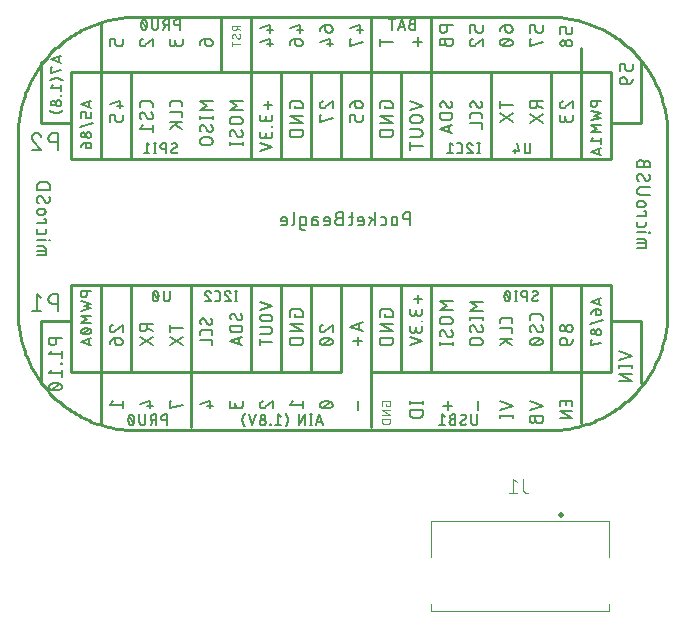
<source format=gbr>
G04 EAGLE Gerber RS-274X export*
G75*
%MOMM*%
%FSLAX34Y34*%
%LPD*%
%INSilkscreen Bottom*%
%IPPOS*%
%AMOC8*
5,1,8,0,0,1.08239X$1,22.5*%
G01*
G04 Define Apertures*
%ADD10C,0.254000*%
%ADD11C,0.152400*%
%ADD12C,0.127000*%
%ADD13C,0.101600*%
%ADD14C,0.203200*%
%ADD15C,0.120000*%
%ADD16C,0.500000*%
D10*
X752098Y866005D02*
X1102098Y866005D01*
X1104514Y865976D01*
X1106929Y865888D01*
X1109341Y865742D01*
X1111749Y865538D01*
X1114152Y865276D01*
X1116547Y864956D01*
X1118934Y864578D01*
X1121311Y864142D01*
X1123676Y863649D01*
X1126030Y863099D01*
X1128369Y862493D01*
X1130693Y861830D01*
X1133000Y861111D01*
X1135289Y860336D01*
X1137558Y859507D01*
X1139807Y858622D01*
X1142034Y857684D01*
X1144238Y856692D01*
X1146417Y855648D01*
X1148570Y854551D01*
X1150696Y853402D01*
X1152794Y852202D01*
X1154862Y850952D01*
X1156899Y849652D01*
X1158904Y848303D01*
X1160877Y846907D01*
X1162814Y845463D01*
X1164717Y843972D01*
X1166582Y842437D01*
X1168410Y840856D01*
X1170200Y839232D01*
X1171949Y837565D01*
X1173658Y835856D01*
X1175325Y834107D01*
X1176949Y832317D01*
X1178530Y830489D01*
X1180065Y828624D01*
X1181556Y826721D01*
X1183000Y824784D01*
X1184396Y822811D01*
X1185745Y820806D01*
X1187045Y818769D01*
X1188295Y816701D01*
X1189495Y814603D01*
X1190644Y812477D01*
X1191741Y810324D01*
X1192785Y808145D01*
X1193777Y805941D01*
X1194715Y803714D01*
X1195600Y801465D01*
X1196429Y799196D01*
X1197204Y796907D01*
X1197923Y794600D01*
X1198586Y792276D01*
X1199192Y789937D01*
X1199742Y787583D01*
X1200235Y785218D01*
X1200671Y782841D01*
X1201049Y780454D01*
X1201369Y778059D01*
X1201631Y775656D01*
X1201835Y773248D01*
X1201981Y770836D01*
X1202069Y768421D01*
X1202098Y766005D01*
X1202098Y616005D01*
X1202069Y613589D01*
X1201981Y611174D01*
X1201835Y608762D01*
X1201631Y606354D01*
X1201369Y603951D01*
X1201049Y601556D01*
X1200671Y599169D01*
X1200235Y596792D01*
X1199742Y594427D01*
X1199192Y592073D01*
X1198586Y589734D01*
X1197923Y587410D01*
X1197204Y585103D01*
X1196429Y582814D01*
X1195600Y580545D01*
X1194715Y578296D01*
X1193777Y576069D01*
X1192785Y573865D01*
X1191741Y571686D01*
X1190644Y569533D01*
X1189495Y567407D01*
X1188295Y565309D01*
X1187045Y563241D01*
X1185745Y561204D01*
X1184396Y559199D01*
X1183000Y557226D01*
X1181556Y555289D01*
X1180065Y553386D01*
X1178530Y551521D01*
X1176949Y549693D01*
X1175325Y547903D01*
X1173658Y546154D01*
X1171949Y544445D01*
X1170200Y542778D01*
X1168410Y541154D01*
X1166582Y539573D01*
X1164717Y538038D01*
X1162814Y536547D01*
X1160877Y535103D01*
X1158904Y533707D01*
X1156899Y532358D01*
X1154862Y531058D01*
X1152794Y529808D01*
X1150696Y528608D01*
X1148570Y527459D01*
X1146417Y526362D01*
X1144238Y525318D01*
X1142034Y524326D01*
X1139807Y523388D01*
X1137558Y522503D01*
X1135289Y521674D01*
X1133000Y520899D01*
X1130693Y520180D01*
X1128369Y519517D01*
X1126030Y518911D01*
X1123676Y518361D01*
X1121311Y517868D01*
X1118934Y517432D01*
X1116547Y517054D01*
X1114152Y516734D01*
X1111749Y516472D01*
X1109341Y516268D01*
X1106929Y516122D01*
X1104514Y516034D01*
X1102098Y516005D01*
X752098Y516005D01*
X749682Y516034D01*
X747267Y516122D01*
X744855Y516268D01*
X742447Y516472D01*
X740044Y516734D01*
X737649Y517054D01*
X735262Y517432D01*
X732885Y517868D01*
X730520Y518361D01*
X728166Y518911D01*
X725827Y519517D01*
X723503Y520180D01*
X721196Y520899D01*
X718907Y521674D01*
X716638Y522503D01*
X714389Y523388D01*
X712162Y524326D01*
X709958Y525318D01*
X707779Y526362D01*
X705626Y527459D01*
X703500Y528608D01*
X701402Y529808D01*
X699334Y531058D01*
X697297Y532358D01*
X695292Y533707D01*
X693319Y535103D01*
X691382Y536547D01*
X689479Y538038D01*
X687614Y539573D01*
X685786Y541154D01*
X683996Y542778D01*
X682247Y544445D01*
X680538Y546154D01*
X678871Y547903D01*
X677247Y549693D01*
X675666Y551521D01*
X674131Y553386D01*
X672640Y555289D01*
X671196Y557226D01*
X669800Y559199D01*
X668451Y561204D01*
X667151Y563241D01*
X665901Y565309D01*
X664701Y567407D01*
X663552Y569533D01*
X662455Y571686D01*
X661411Y573865D01*
X660419Y576069D01*
X659481Y578296D01*
X658596Y580545D01*
X657767Y582814D01*
X656992Y585103D01*
X656273Y587410D01*
X655610Y589734D01*
X655004Y592073D01*
X654454Y594427D01*
X653961Y596792D01*
X653525Y599169D01*
X653147Y601556D01*
X652827Y603951D01*
X652565Y606354D01*
X652361Y608762D01*
X652215Y611174D01*
X652127Y613589D01*
X652098Y616005D01*
X652098Y766005D01*
X652127Y768421D01*
X652215Y770836D01*
X652361Y773248D01*
X652565Y775656D01*
X652827Y778059D01*
X653147Y780454D01*
X653525Y782841D01*
X653961Y785218D01*
X654454Y787583D01*
X655004Y789937D01*
X655610Y792276D01*
X656273Y794600D01*
X656992Y796907D01*
X657767Y799196D01*
X658596Y801465D01*
X659481Y803714D01*
X660419Y805941D01*
X661411Y808145D01*
X662455Y810324D01*
X663552Y812477D01*
X664701Y814603D01*
X665901Y816701D01*
X667151Y818769D01*
X668451Y820806D01*
X669800Y822811D01*
X671196Y824784D01*
X672640Y826721D01*
X674131Y828624D01*
X675666Y830489D01*
X677247Y832317D01*
X678871Y834107D01*
X680538Y835856D01*
X682247Y837565D01*
X683996Y839232D01*
X685786Y840856D01*
X687614Y842437D01*
X689479Y843972D01*
X691382Y845463D01*
X693319Y846907D01*
X695292Y848303D01*
X697297Y849652D01*
X699334Y850952D01*
X701402Y852202D01*
X703500Y853402D01*
X705626Y854551D01*
X707779Y855648D01*
X709958Y856692D01*
X712162Y857684D01*
X714389Y858622D01*
X716638Y859507D01*
X718907Y860336D01*
X721196Y861111D01*
X723503Y861830D01*
X725827Y862493D01*
X728166Y863099D01*
X730520Y863649D01*
X732885Y864142D01*
X735262Y864578D01*
X737649Y864956D01*
X740044Y865276D01*
X742447Y865538D01*
X744855Y865742D01*
X747267Y865888D01*
X749682Y865976D01*
X752098Y866005D01*
D11*
X984166Y700663D02*
X984166Y689487D01*
X984166Y700663D02*
X981061Y700663D01*
X980950Y700661D01*
X980840Y700655D01*
X980729Y700645D01*
X980619Y700631D01*
X980510Y700614D01*
X980401Y700592D01*
X980293Y700567D01*
X980187Y700537D01*
X980081Y700504D01*
X979976Y700467D01*
X979873Y700427D01*
X979772Y700382D01*
X979672Y700335D01*
X979573Y700283D01*
X979477Y700228D01*
X979383Y700170D01*
X979291Y700109D01*
X979201Y700044D01*
X979113Y699976D01*
X979028Y699905D01*
X978946Y699831D01*
X978866Y699754D01*
X978789Y699674D01*
X978715Y699592D01*
X978644Y699507D01*
X978576Y699419D01*
X978511Y699329D01*
X978450Y699237D01*
X978392Y699143D01*
X978337Y699047D01*
X978285Y698948D01*
X978238Y698848D01*
X978193Y698747D01*
X978153Y698644D01*
X978116Y698539D01*
X978083Y698433D01*
X978053Y698327D01*
X978028Y698219D01*
X978006Y698110D01*
X977989Y698001D01*
X977975Y697891D01*
X977965Y697780D01*
X977959Y697670D01*
X977957Y697559D01*
X977959Y697448D01*
X977965Y697338D01*
X977975Y697227D01*
X977989Y697117D01*
X978006Y697008D01*
X978028Y696899D01*
X978053Y696791D01*
X978083Y696685D01*
X978116Y696579D01*
X978153Y696474D01*
X978193Y696371D01*
X978238Y696270D01*
X978285Y696170D01*
X978337Y696071D01*
X978392Y695975D01*
X978450Y695881D01*
X978511Y695789D01*
X978576Y695699D01*
X978644Y695611D01*
X978715Y695526D01*
X978789Y695444D01*
X978866Y695364D01*
X978946Y695287D01*
X979028Y695213D01*
X979113Y695142D01*
X979201Y695074D01*
X979291Y695009D01*
X979383Y694948D01*
X979477Y694890D01*
X979573Y694835D01*
X979672Y694783D01*
X979772Y694736D01*
X979873Y694691D01*
X979976Y694651D01*
X980081Y694614D01*
X980187Y694581D01*
X980293Y694551D01*
X980401Y694526D01*
X980510Y694504D01*
X980619Y694487D01*
X980729Y694473D01*
X980840Y694463D01*
X980950Y694457D01*
X981061Y694455D01*
X981061Y694454D02*
X984166Y694454D01*
X973470Y694454D02*
X973470Y691971D01*
X973470Y694454D02*
X973468Y694553D01*
X973462Y694651D01*
X973452Y694750D01*
X973439Y694847D01*
X973421Y694945D01*
X973400Y695041D01*
X973374Y695137D01*
X973345Y695231D01*
X973313Y695324D01*
X973276Y695416D01*
X973236Y695506D01*
X973192Y695595D01*
X973145Y695682D01*
X973095Y695767D01*
X973041Y695849D01*
X972984Y695930D01*
X972924Y696008D01*
X972860Y696084D01*
X972794Y696157D01*
X972725Y696228D01*
X972653Y696296D01*
X972578Y696360D01*
X972501Y696422D01*
X972422Y696481D01*
X972340Y696536D01*
X972256Y696589D01*
X972171Y696637D01*
X972083Y696683D01*
X971993Y696725D01*
X971902Y696763D01*
X971810Y696797D01*
X971716Y696828D01*
X971621Y696855D01*
X971525Y696879D01*
X971428Y696898D01*
X971331Y696914D01*
X971233Y696926D01*
X971134Y696934D01*
X971035Y696938D01*
X970937Y696938D01*
X970838Y696934D01*
X970739Y696926D01*
X970641Y696914D01*
X970544Y696898D01*
X970447Y696879D01*
X970351Y696855D01*
X970256Y696828D01*
X970162Y696797D01*
X970070Y696763D01*
X969979Y696725D01*
X969889Y696683D01*
X969801Y696637D01*
X969716Y696589D01*
X969632Y696536D01*
X969550Y696481D01*
X969471Y696422D01*
X969394Y696360D01*
X969319Y696296D01*
X969247Y696228D01*
X969178Y696157D01*
X969112Y696084D01*
X969048Y696008D01*
X968988Y695930D01*
X968931Y695849D01*
X968877Y695767D01*
X968827Y695682D01*
X968780Y695595D01*
X968736Y695506D01*
X968696Y695416D01*
X968659Y695324D01*
X968627Y695231D01*
X968598Y695137D01*
X968572Y695041D01*
X968551Y694945D01*
X968533Y694847D01*
X968520Y694750D01*
X968510Y694651D01*
X968504Y694553D01*
X968502Y694454D01*
X968502Y691971D01*
X968504Y691872D01*
X968510Y691774D01*
X968520Y691675D01*
X968533Y691578D01*
X968551Y691480D01*
X968572Y691384D01*
X968598Y691288D01*
X968627Y691194D01*
X968659Y691101D01*
X968696Y691009D01*
X968736Y690919D01*
X968780Y690830D01*
X968827Y690743D01*
X968877Y690658D01*
X968931Y690576D01*
X968988Y690495D01*
X969048Y690417D01*
X969112Y690341D01*
X969178Y690268D01*
X969247Y690197D01*
X969319Y690129D01*
X969394Y690065D01*
X969471Y690003D01*
X969550Y689944D01*
X969632Y689889D01*
X969716Y689836D01*
X969801Y689788D01*
X969889Y689742D01*
X969979Y689700D01*
X970070Y689662D01*
X970162Y689628D01*
X970256Y689597D01*
X970351Y689570D01*
X970447Y689546D01*
X970544Y689527D01*
X970641Y689511D01*
X970739Y689499D01*
X970838Y689491D01*
X970937Y689487D01*
X971035Y689487D01*
X971134Y689491D01*
X971233Y689499D01*
X971331Y689511D01*
X971428Y689527D01*
X971525Y689546D01*
X971621Y689570D01*
X971716Y689597D01*
X971810Y689628D01*
X971902Y689662D01*
X971993Y689700D01*
X972083Y689742D01*
X972171Y689788D01*
X972256Y689836D01*
X972340Y689889D01*
X972422Y689944D01*
X972501Y690003D01*
X972578Y690065D01*
X972653Y690129D01*
X972725Y690197D01*
X972794Y690268D01*
X972860Y690341D01*
X972924Y690417D01*
X972984Y690495D01*
X973041Y690576D01*
X973095Y690658D01*
X973145Y690743D01*
X973192Y690830D01*
X973236Y690919D01*
X973276Y691009D01*
X973313Y691101D01*
X973345Y691194D01*
X973374Y691288D01*
X973400Y691384D01*
X973421Y691480D01*
X973439Y691578D01*
X973452Y691675D01*
X973462Y691774D01*
X973468Y691872D01*
X973470Y691971D01*
X961684Y689487D02*
X959201Y689487D01*
X961684Y689487D02*
X961768Y689489D01*
X961851Y689495D01*
X961934Y689504D01*
X962017Y689517D01*
X962099Y689534D01*
X962180Y689554D01*
X962260Y689578D01*
X962339Y689606D01*
X962416Y689637D01*
X962492Y689671D01*
X962567Y689709D01*
X962640Y689751D01*
X962710Y689795D01*
X962779Y689843D01*
X962846Y689893D01*
X962910Y689947D01*
X962971Y690003D01*
X963031Y690063D01*
X963087Y690124D01*
X963141Y690188D01*
X963191Y690255D01*
X963239Y690324D01*
X963283Y690394D01*
X963325Y690467D01*
X963363Y690542D01*
X963397Y690618D01*
X963428Y690695D01*
X963456Y690774D01*
X963480Y690854D01*
X963500Y690935D01*
X963517Y691017D01*
X963530Y691100D01*
X963540Y691183D01*
X963545Y691266D01*
X963547Y691350D01*
X963547Y695075D01*
X963545Y695159D01*
X963540Y695242D01*
X963530Y695325D01*
X963517Y695408D01*
X963500Y695490D01*
X963480Y695571D01*
X963456Y695651D01*
X963428Y695730D01*
X963397Y695807D01*
X963363Y695883D01*
X963325Y695958D01*
X963283Y696031D01*
X963239Y696101D01*
X963191Y696170D01*
X963141Y696237D01*
X963087Y696301D01*
X963031Y696362D01*
X962971Y696422D01*
X962910Y696478D01*
X962846Y696532D01*
X962779Y696582D01*
X962710Y696630D01*
X962640Y696674D01*
X962567Y696716D01*
X962492Y696754D01*
X962416Y696788D01*
X962339Y696819D01*
X962260Y696847D01*
X962180Y696871D01*
X962099Y696891D01*
X962017Y696908D01*
X961934Y696921D01*
X961851Y696931D01*
X961768Y696936D01*
X961684Y696938D01*
X959201Y696938D01*
X954250Y700663D02*
X954250Y689487D01*
X954250Y693212D02*
X949283Y696938D01*
X952077Y694765D02*
X949283Y689487D01*
X943032Y689487D02*
X939928Y689487D01*
X943032Y689487D02*
X943116Y689489D01*
X943199Y689495D01*
X943282Y689504D01*
X943365Y689517D01*
X943447Y689534D01*
X943528Y689554D01*
X943608Y689578D01*
X943687Y689606D01*
X943764Y689637D01*
X943840Y689671D01*
X943915Y689709D01*
X943988Y689751D01*
X944058Y689795D01*
X944127Y689843D01*
X944194Y689893D01*
X944258Y689947D01*
X944319Y690003D01*
X944379Y690063D01*
X944435Y690124D01*
X944489Y690188D01*
X944539Y690255D01*
X944587Y690324D01*
X944631Y690394D01*
X944673Y690467D01*
X944711Y690542D01*
X944745Y690618D01*
X944776Y690695D01*
X944804Y690774D01*
X944828Y690854D01*
X944848Y690935D01*
X944865Y691017D01*
X944878Y691100D01*
X944888Y691183D01*
X944893Y691266D01*
X944895Y691350D01*
X944895Y694454D01*
X944893Y694553D01*
X944887Y694651D01*
X944877Y694750D01*
X944864Y694847D01*
X944846Y694945D01*
X944825Y695041D01*
X944799Y695137D01*
X944770Y695231D01*
X944738Y695324D01*
X944701Y695416D01*
X944661Y695506D01*
X944617Y695595D01*
X944570Y695682D01*
X944520Y695767D01*
X944466Y695849D01*
X944409Y695930D01*
X944349Y696008D01*
X944285Y696084D01*
X944219Y696157D01*
X944150Y696228D01*
X944078Y696296D01*
X944003Y696360D01*
X943926Y696422D01*
X943847Y696481D01*
X943765Y696536D01*
X943681Y696589D01*
X943596Y696637D01*
X943508Y696683D01*
X943418Y696725D01*
X943327Y696763D01*
X943235Y696797D01*
X943141Y696828D01*
X943046Y696855D01*
X942950Y696879D01*
X942853Y696898D01*
X942756Y696914D01*
X942658Y696926D01*
X942559Y696934D01*
X942460Y696938D01*
X942362Y696938D01*
X942263Y696934D01*
X942164Y696926D01*
X942066Y696914D01*
X941969Y696898D01*
X941872Y696879D01*
X941776Y696855D01*
X941681Y696828D01*
X941587Y696797D01*
X941495Y696763D01*
X941404Y696725D01*
X941314Y696683D01*
X941226Y696637D01*
X941141Y696589D01*
X941057Y696536D01*
X940975Y696481D01*
X940896Y696422D01*
X940819Y696360D01*
X940744Y696296D01*
X940672Y696228D01*
X940603Y696157D01*
X940537Y696084D01*
X940473Y696008D01*
X940413Y695930D01*
X940356Y695849D01*
X940302Y695767D01*
X940252Y695682D01*
X940205Y695595D01*
X940161Y695506D01*
X940121Y695416D01*
X940084Y695324D01*
X940052Y695231D01*
X940023Y695137D01*
X939997Y695041D01*
X939976Y694945D01*
X939958Y694847D01*
X939945Y694750D01*
X939935Y694651D01*
X939929Y694553D01*
X939927Y694454D01*
X939928Y694454D02*
X939928Y693212D01*
X944895Y693212D01*
X936007Y696938D02*
X932282Y696938D01*
X934766Y700663D02*
X934766Y691350D01*
X934764Y691266D01*
X934758Y691183D01*
X934749Y691100D01*
X934736Y691017D01*
X934719Y690935D01*
X934699Y690854D01*
X934675Y690774D01*
X934647Y690695D01*
X934616Y690618D01*
X934582Y690542D01*
X934544Y690467D01*
X934502Y690394D01*
X934458Y690324D01*
X934410Y690255D01*
X934360Y690188D01*
X934306Y690124D01*
X934250Y690063D01*
X934190Y690003D01*
X934129Y689947D01*
X934065Y689893D01*
X933998Y689843D01*
X933929Y689795D01*
X933859Y689751D01*
X933786Y689709D01*
X933711Y689671D01*
X933635Y689637D01*
X933558Y689606D01*
X933479Y689578D01*
X933399Y689554D01*
X933318Y689534D01*
X933236Y689517D01*
X933153Y689504D01*
X933070Y689494D01*
X932987Y689489D01*
X932903Y689487D01*
X932282Y689487D01*
X927016Y695696D02*
X923912Y695696D01*
X923912Y695695D02*
X923801Y695693D01*
X923691Y695687D01*
X923580Y695677D01*
X923470Y695663D01*
X923361Y695646D01*
X923252Y695624D01*
X923144Y695599D01*
X923038Y695569D01*
X922932Y695536D01*
X922827Y695499D01*
X922724Y695459D01*
X922623Y695414D01*
X922523Y695367D01*
X922424Y695315D01*
X922328Y695260D01*
X922234Y695202D01*
X922142Y695141D01*
X922052Y695076D01*
X921964Y695008D01*
X921879Y694937D01*
X921797Y694863D01*
X921717Y694786D01*
X921640Y694706D01*
X921566Y694624D01*
X921495Y694539D01*
X921427Y694451D01*
X921362Y694361D01*
X921301Y694269D01*
X921243Y694175D01*
X921188Y694079D01*
X921136Y693980D01*
X921089Y693880D01*
X921044Y693779D01*
X921004Y693676D01*
X920967Y693571D01*
X920934Y693465D01*
X920904Y693359D01*
X920879Y693251D01*
X920857Y693142D01*
X920840Y693033D01*
X920826Y692923D01*
X920816Y692812D01*
X920810Y692702D01*
X920808Y692591D01*
X920810Y692480D01*
X920816Y692370D01*
X920826Y692259D01*
X920840Y692149D01*
X920857Y692040D01*
X920879Y691931D01*
X920904Y691823D01*
X920934Y691717D01*
X920967Y691611D01*
X921004Y691506D01*
X921044Y691403D01*
X921089Y691302D01*
X921136Y691202D01*
X921188Y691103D01*
X921243Y691007D01*
X921301Y690913D01*
X921362Y690821D01*
X921427Y690731D01*
X921495Y690643D01*
X921566Y690558D01*
X921640Y690476D01*
X921717Y690396D01*
X921797Y690319D01*
X921879Y690245D01*
X921964Y690174D01*
X922052Y690106D01*
X922142Y690041D01*
X922234Y689980D01*
X922328Y689922D01*
X922424Y689867D01*
X922523Y689815D01*
X922623Y689768D01*
X922724Y689723D01*
X922827Y689683D01*
X922932Y689646D01*
X923038Y689613D01*
X923144Y689583D01*
X923252Y689558D01*
X923361Y689536D01*
X923470Y689519D01*
X923580Y689505D01*
X923691Y689495D01*
X923801Y689489D01*
X923912Y689487D01*
X927016Y689487D01*
X927016Y700663D01*
X923912Y700663D01*
X923813Y700661D01*
X923715Y700655D01*
X923616Y700645D01*
X923519Y700632D01*
X923421Y700614D01*
X923325Y700593D01*
X923229Y700567D01*
X923135Y700538D01*
X923042Y700506D01*
X922950Y700469D01*
X922860Y700429D01*
X922771Y700385D01*
X922684Y700338D01*
X922599Y700288D01*
X922517Y700234D01*
X922436Y700177D01*
X922358Y700117D01*
X922282Y700053D01*
X922209Y699987D01*
X922138Y699918D01*
X922070Y699846D01*
X922006Y699771D01*
X921944Y699694D01*
X921885Y699615D01*
X921830Y699533D01*
X921777Y699449D01*
X921729Y699364D01*
X921683Y699276D01*
X921641Y699186D01*
X921603Y699095D01*
X921569Y699003D01*
X921538Y698909D01*
X921511Y698814D01*
X921487Y698718D01*
X921468Y698621D01*
X921452Y698524D01*
X921440Y698426D01*
X921432Y698327D01*
X921428Y698228D01*
X921428Y698130D01*
X921432Y698031D01*
X921440Y697932D01*
X921452Y697834D01*
X921468Y697737D01*
X921487Y697640D01*
X921511Y697544D01*
X921538Y697449D01*
X921569Y697355D01*
X921603Y697263D01*
X921641Y697172D01*
X921683Y697082D01*
X921729Y696994D01*
X921777Y696909D01*
X921830Y696825D01*
X921885Y696743D01*
X921944Y696664D01*
X922006Y696587D01*
X922070Y696512D01*
X922138Y696440D01*
X922209Y696371D01*
X922282Y696305D01*
X922358Y696241D01*
X922436Y696181D01*
X922517Y696124D01*
X922599Y696070D01*
X922684Y696020D01*
X922771Y695973D01*
X922860Y695929D01*
X922950Y695889D01*
X923042Y695852D01*
X923135Y695820D01*
X923229Y695791D01*
X923325Y695765D01*
X923421Y695744D01*
X923519Y695726D01*
X923616Y695713D01*
X923715Y695703D01*
X923813Y695697D01*
X923912Y695695D01*
X914457Y689487D02*
X911353Y689487D01*
X914457Y689487D02*
X914541Y689489D01*
X914624Y689495D01*
X914707Y689504D01*
X914790Y689517D01*
X914872Y689534D01*
X914953Y689554D01*
X915033Y689578D01*
X915112Y689606D01*
X915189Y689637D01*
X915265Y689671D01*
X915340Y689709D01*
X915413Y689751D01*
X915483Y689795D01*
X915552Y689843D01*
X915619Y689893D01*
X915683Y689947D01*
X915744Y690003D01*
X915804Y690063D01*
X915860Y690124D01*
X915914Y690188D01*
X915964Y690255D01*
X916012Y690324D01*
X916056Y690394D01*
X916098Y690467D01*
X916136Y690542D01*
X916170Y690618D01*
X916201Y690695D01*
X916229Y690774D01*
X916253Y690854D01*
X916273Y690935D01*
X916290Y691017D01*
X916303Y691100D01*
X916313Y691183D01*
X916318Y691266D01*
X916320Y691350D01*
X916320Y694454D01*
X916318Y694553D01*
X916312Y694651D01*
X916302Y694750D01*
X916289Y694847D01*
X916271Y694945D01*
X916250Y695041D01*
X916224Y695137D01*
X916195Y695231D01*
X916163Y695324D01*
X916126Y695416D01*
X916086Y695506D01*
X916042Y695595D01*
X915995Y695682D01*
X915945Y695767D01*
X915891Y695849D01*
X915834Y695930D01*
X915774Y696008D01*
X915710Y696084D01*
X915644Y696157D01*
X915575Y696228D01*
X915503Y696296D01*
X915428Y696360D01*
X915351Y696422D01*
X915272Y696481D01*
X915190Y696536D01*
X915106Y696589D01*
X915021Y696637D01*
X914933Y696683D01*
X914843Y696725D01*
X914752Y696763D01*
X914660Y696797D01*
X914566Y696828D01*
X914471Y696855D01*
X914375Y696879D01*
X914278Y696898D01*
X914181Y696914D01*
X914083Y696926D01*
X913984Y696934D01*
X913885Y696938D01*
X913787Y696938D01*
X913688Y696934D01*
X913589Y696926D01*
X913491Y696914D01*
X913394Y696898D01*
X913297Y696879D01*
X913201Y696855D01*
X913106Y696828D01*
X913012Y696797D01*
X912920Y696763D01*
X912829Y696725D01*
X912739Y696683D01*
X912651Y696637D01*
X912566Y696589D01*
X912482Y696536D01*
X912400Y696481D01*
X912321Y696422D01*
X912244Y696360D01*
X912169Y696296D01*
X912097Y696228D01*
X912028Y696157D01*
X911962Y696084D01*
X911898Y696008D01*
X911838Y695930D01*
X911781Y695849D01*
X911727Y695767D01*
X911677Y695682D01*
X911630Y695595D01*
X911586Y695506D01*
X911546Y695416D01*
X911509Y695324D01*
X911477Y695231D01*
X911448Y695137D01*
X911422Y695041D01*
X911401Y694945D01*
X911383Y694847D01*
X911370Y694750D01*
X911360Y694651D01*
X911354Y694553D01*
X911352Y694454D01*
X911353Y694454D02*
X911353Y693212D01*
X916320Y693212D01*
X904314Y693833D02*
X901520Y693833D01*
X904314Y693833D02*
X904406Y693831D01*
X904498Y693825D01*
X904590Y693815D01*
X904681Y693802D01*
X904772Y693784D01*
X904862Y693763D01*
X904950Y693738D01*
X905038Y693709D01*
X905124Y693676D01*
X905209Y693640D01*
X905292Y693600D01*
X905374Y693557D01*
X905453Y693510D01*
X905531Y693460D01*
X905606Y693407D01*
X905679Y693351D01*
X905750Y693291D01*
X905818Y693229D01*
X905883Y693164D01*
X905945Y693096D01*
X906005Y693025D01*
X906061Y692952D01*
X906114Y692877D01*
X906164Y692799D01*
X906211Y692720D01*
X906254Y692638D01*
X906294Y692555D01*
X906330Y692470D01*
X906363Y692384D01*
X906392Y692296D01*
X906417Y692208D01*
X906438Y692118D01*
X906456Y692027D01*
X906469Y691936D01*
X906479Y691844D01*
X906485Y691752D01*
X906487Y691660D01*
X906485Y691568D01*
X906479Y691476D01*
X906469Y691384D01*
X906456Y691293D01*
X906438Y691202D01*
X906417Y691112D01*
X906392Y691024D01*
X906363Y690936D01*
X906330Y690850D01*
X906294Y690765D01*
X906254Y690682D01*
X906211Y690600D01*
X906164Y690521D01*
X906114Y690443D01*
X906061Y690368D01*
X906005Y690295D01*
X905945Y690224D01*
X905883Y690156D01*
X905818Y690091D01*
X905750Y690029D01*
X905679Y689969D01*
X905606Y689913D01*
X905531Y689860D01*
X905453Y689810D01*
X905374Y689763D01*
X905292Y689720D01*
X905209Y689680D01*
X905124Y689644D01*
X905038Y689611D01*
X904950Y689582D01*
X904862Y689557D01*
X904772Y689536D01*
X904681Y689518D01*
X904590Y689505D01*
X904498Y689495D01*
X904406Y689489D01*
X904314Y689487D01*
X901520Y689487D01*
X901520Y695075D01*
X901522Y695159D01*
X901528Y695242D01*
X901537Y695325D01*
X901550Y695408D01*
X901567Y695490D01*
X901587Y695571D01*
X901611Y695651D01*
X901639Y695730D01*
X901670Y695807D01*
X901704Y695883D01*
X901742Y695958D01*
X901784Y696031D01*
X901828Y696101D01*
X901876Y696170D01*
X901926Y696237D01*
X901980Y696301D01*
X902036Y696362D01*
X902096Y696422D01*
X902157Y696478D01*
X902221Y696532D01*
X902288Y696582D01*
X902357Y696630D01*
X902427Y696674D01*
X902500Y696716D01*
X902575Y696754D01*
X902651Y696788D01*
X902728Y696819D01*
X902807Y696847D01*
X902887Y696871D01*
X902968Y696891D01*
X903050Y696908D01*
X903133Y696921D01*
X903216Y696931D01*
X903299Y696936D01*
X903383Y696938D01*
X905867Y696938D01*
X894338Y689487D02*
X891233Y689487D01*
X894338Y689487D02*
X894422Y689489D01*
X894505Y689495D01*
X894588Y689504D01*
X894671Y689517D01*
X894753Y689534D01*
X894834Y689554D01*
X894914Y689578D01*
X894993Y689606D01*
X895070Y689637D01*
X895146Y689671D01*
X895221Y689709D01*
X895294Y689751D01*
X895364Y689795D01*
X895433Y689843D01*
X895500Y689893D01*
X895564Y689947D01*
X895625Y690003D01*
X895685Y690063D01*
X895741Y690124D01*
X895795Y690188D01*
X895845Y690255D01*
X895893Y690324D01*
X895937Y690394D01*
X895979Y690467D01*
X896017Y690542D01*
X896051Y690618D01*
X896082Y690695D01*
X896110Y690774D01*
X896134Y690854D01*
X896154Y690935D01*
X896171Y691017D01*
X896184Y691100D01*
X896194Y691183D01*
X896199Y691266D01*
X896201Y691350D01*
X896200Y691350D02*
X896200Y695075D01*
X896201Y695075D02*
X896199Y695159D01*
X896194Y695242D01*
X896184Y695325D01*
X896171Y695408D01*
X896154Y695490D01*
X896134Y695571D01*
X896110Y695651D01*
X896082Y695730D01*
X896051Y695807D01*
X896017Y695883D01*
X895979Y695958D01*
X895937Y696031D01*
X895893Y696101D01*
X895845Y696170D01*
X895795Y696237D01*
X895741Y696301D01*
X895685Y696362D01*
X895625Y696422D01*
X895564Y696478D01*
X895500Y696532D01*
X895433Y696582D01*
X895364Y696630D01*
X895294Y696674D01*
X895221Y696716D01*
X895146Y696754D01*
X895070Y696788D01*
X894993Y696819D01*
X894914Y696847D01*
X894834Y696871D01*
X894753Y696891D01*
X894671Y696908D01*
X894588Y696921D01*
X894505Y696931D01*
X894422Y696936D01*
X894338Y696938D01*
X891233Y696938D01*
X891233Y687624D01*
X891235Y687540D01*
X891240Y687457D01*
X891250Y687374D01*
X891263Y687291D01*
X891280Y687209D01*
X891300Y687128D01*
X891324Y687048D01*
X891352Y686969D01*
X891383Y686892D01*
X891417Y686816D01*
X891455Y686741D01*
X891497Y686668D01*
X891541Y686598D01*
X891589Y686529D01*
X891639Y686462D01*
X891693Y686398D01*
X891749Y686337D01*
X891809Y686277D01*
X891870Y686221D01*
X891934Y686167D01*
X892001Y686117D01*
X892070Y686069D01*
X892140Y686025D01*
X892213Y685983D01*
X892288Y685945D01*
X892364Y685911D01*
X892441Y685880D01*
X892520Y685852D01*
X892600Y685828D01*
X892681Y685808D01*
X892763Y685791D01*
X892846Y685778D01*
X892929Y685768D01*
X893012Y685763D01*
X893096Y685761D01*
X893096Y685762D02*
X895580Y685762D01*
X885748Y691350D02*
X885748Y700663D01*
X885748Y691350D02*
X885746Y691264D01*
X885740Y691178D01*
X885730Y691093D01*
X885716Y691008D01*
X885699Y690923D01*
X885677Y690840D01*
X885651Y690758D01*
X885622Y690677D01*
X885589Y690598D01*
X885553Y690520D01*
X885513Y690443D01*
X885469Y690369D01*
X885422Y690297D01*
X885372Y690227D01*
X885318Y690160D01*
X885262Y690095D01*
X885202Y690033D01*
X885140Y689973D01*
X885075Y689917D01*
X885008Y689863D01*
X884938Y689813D01*
X884866Y689766D01*
X884792Y689722D01*
X884715Y689682D01*
X884638Y689646D01*
X884558Y689613D01*
X884477Y689584D01*
X884395Y689558D01*
X884312Y689536D01*
X884227Y689519D01*
X884142Y689505D01*
X884057Y689495D01*
X883971Y689489D01*
X883885Y689487D01*
X877881Y689487D02*
X874777Y689487D01*
X877881Y689487D02*
X877965Y689489D01*
X878048Y689495D01*
X878131Y689504D01*
X878214Y689517D01*
X878296Y689534D01*
X878377Y689554D01*
X878457Y689578D01*
X878536Y689606D01*
X878613Y689637D01*
X878689Y689671D01*
X878764Y689709D01*
X878837Y689751D01*
X878907Y689795D01*
X878976Y689843D01*
X879043Y689893D01*
X879107Y689947D01*
X879168Y690003D01*
X879228Y690063D01*
X879284Y690124D01*
X879338Y690188D01*
X879388Y690255D01*
X879436Y690324D01*
X879480Y690394D01*
X879522Y690467D01*
X879560Y690542D01*
X879594Y690618D01*
X879625Y690695D01*
X879653Y690774D01*
X879677Y690854D01*
X879697Y690935D01*
X879714Y691017D01*
X879727Y691100D01*
X879737Y691183D01*
X879742Y691266D01*
X879744Y691350D01*
X879744Y694454D01*
X879742Y694553D01*
X879736Y694651D01*
X879726Y694750D01*
X879713Y694847D01*
X879695Y694945D01*
X879674Y695041D01*
X879648Y695137D01*
X879619Y695231D01*
X879587Y695324D01*
X879550Y695416D01*
X879510Y695506D01*
X879466Y695595D01*
X879419Y695682D01*
X879369Y695767D01*
X879315Y695849D01*
X879258Y695930D01*
X879198Y696008D01*
X879134Y696084D01*
X879068Y696157D01*
X878999Y696228D01*
X878927Y696296D01*
X878852Y696360D01*
X878775Y696422D01*
X878696Y696481D01*
X878614Y696536D01*
X878530Y696589D01*
X878445Y696637D01*
X878357Y696683D01*
X878267Y696725D01*
X878176Y696763D01*
X878084Y696797D01*
X877990Y696828D01*
X877895Y696855D01*
X877799Y696879D01*
X877702Y696898D01*
X877605Y696914D01*
X877507Y696926D01*
X877408Y696934D01*
X877309Y696938D01*
X877211Y696938D01*
X877112Y696934D01*
X877013Y696926D01*
X876915Y696914D01*
X876818Y696898D01*
X876721Y696879D01*
X876625Y696855D01*
X876530Y696828D01*
X876436Y696797D01*
X876344Y696763D01*
X876253Y696725D01*
X876163Y696683D01*
X876075Y696637D01*
X875990Y696589D01*
X875906Y696536D01*
X875824Y696481D01*
X875745Y696422D01*
X875668Y696360D01*
X875593Y696296D01*
X875521Y696228D01*
X875452Y696157D01*
X875386Y696084D01*
X875322Y696008D01*
X875262Y695930D01*
X875205Y695849D01*
X875151Y695767D01*
X875101Y695682D01*
X875054Y695595D01*
X875010Y695506D01*
X874970Y695416D01*
X874933Y695324D01*
X874901Y695231D01*
X874872Y695137D01*
X874846Y695041D01*
X874825Y694945D01*
X874807Y694847D01*
X874794Y694750D01*
X874784Y694651D01*
X874778Y694553D01*
X874776Y694454D01*
X874777Y694454D02*
X874777Y693212D01*
X879744Y693212D01*
X1176190Y670726D02*
X1183640Y670726D01*
X1183640Y676314D01*
X1183641Y676314D02*
X1183639Y676398D01*
X1183634Y676481D01*
X1183624Y676564D01*
X1183611Y676647D01*
X1183594Y676729D01*
X1183574Y676810D01*
X1183550Y676890D01*
X1183522Y676969D01*
X1183491Y677046D01*
X1183457Y677122D01*
X1183419Y677197D01*
X1183377Y677270D01*
X1183333Y677340D01*
X1183285Y677409D01*
X1183235Y677476D01*
X1183181Y677540D01*
X1183125Y677601D01*
X1183065Y677661D01*
X1183004Y677717D01*
X1182940Y677771D01*
X1182873Y677821D01*
X1182804Y677869D01*
X1182734Y677913D01*
X1182661Y677955D01*
X1182586Y677993D01*
X1182510Y678027D01*
X1182433Y678058D01*
X1182354Y678086D01*
X1182274Y678110D01*
X1182193Y678130D01*
X1182111Y678147D01*
X1182028Y678160D01*
X1181945Y678170D01*
X1181862Y678175D01*
X1181778Y678177D01*
X1176190Y678177D01*
X1176190Y674452D02*
X1183640Y674452D01*
X1183640Y683596D02*
X1176190Y683596D01*
X1186745Y683285D02*
X1187366Y683285D01*
X1187366Y683906D01*
X1186745Y683906D01*
X1186745Y683285D01*
X1176190Y690230D02*
X1176190Y692714D01*
X1176189Y690230D02*
X1176191Y690146D01*
X1176196Y690063D01*
X1176206Y689980D01*
X1176219Y689897D01*
X1176236Y689815D01*
X1176256Y689734D01*
X1176280Y689654D01*
X1176308Y689575D01*
X1176339Y689498D01*
X1176373Y689422D01*
X1176411Y689347D01*
X1176453Y689274D01*
X1176497Y689204D01*
X1176545Y689135D01*
X1176595Y689068D01*
X1176649Y689004D01*
X1176705Y688943D01*
X1176765Y688883D01*
X1176826Y688827D01*
X1176890Y688773D01*
X1176957Y688723D01*
X1177026Y688675D01*
X1177096Y688631D01*
X1177169Y688589D01*
X1177244Y688551D01*
X1177320Y688517D01*
X1177397Y688486D01*
X1177476Y688458D01*
X1177556Y688434D01*
X1177637Y688414D01*
X1177719Y688397D01*
X1177802Y688384D01*
X1177885Y688374D01*
X1177968Y688369D01*
X1178052Y688367D01*
X1178052Y688368D02*
X1181778Y688368D01*
X1181778Y688367D02*
X1181862Y688369D01*
X1181945Y688375D01*
X1182028Y688384D01*
X1182111Y688397D01*
X1182193Y688414D01*
X1182274Y688434D01*
X1182354Y688458D01*
X1182433Y688486D01*
X1182510Y688517D01*
X1182586Y688551D01*
X1182661Y688589D01*
X1182734Y688631D01*
X1182804Y688675D01*
X1182873Y688723D01*
X1182940Y688773D01*
X1183004Y688827D01*
X1183065Y688883D01*
X1183125Y688943D01*
X1183181Y689004D01*
X1183235Y689068D01*
X1183285Y689135D01*
X1183333Y689204D01*
X1183377Y689274D01*
X1183419Y689347D01*
X1183457Y689422D01*
X1183491Y689498D01*
X1183522Y689575D01*
X1183550Y689654D01*
X1183574Y689734D01*
X1183594Y689815D01*
X1183611Y689897D01*
X1183624Y689980D01*
X1183634Y690063D01*
X1183639Y690146D01*
X1183641Y690230D01*
X1183640Y690230D02*
X1183640Y692714D01*
X1183640Y697578D02*
X1176190Y697578D01*
X1183640Y697578D02*
X1183640Y701303D01*
X1182399Y701303D01*
X1181157Y705115D02*
X1178673Y705115D01*
X1181157Y705115D02*
X1181256Y705117D01*
X1181354Y705123D01*
X1181453Y705133D01*
X1181550Y705146D01*
X1181648Y705164D01*
X1181744Y705185D01*
X1181840Y705211D01*
X1181934Y705240D01*
X1182027Y705272D01*
X1182119Y705309D01*
X1182209Y705349D01*
X1182298Y705393D01*
X1182385Y705440D01*
X1182470Y705490D01*
X1182552Y705544D01*
X1182633Y705601D01*
X1182711Y705661D01*
X1182787Y705725D01*
X1182860Y705791D01*
X1182931Y705860D01*
X1182999Y705932D01*
X1183063Y706007D01*
X1183125Y706084D01*
X1183184Y706163D01*
X1183239Y706245D01*
X1183292Y706329D01*
X1183340Y706414D01*
X1183386Y706502D01*
X1183428Y706592D01*
X1183466Y706683D01*
X1183500Y706775D01*
X1183531Y706869D01*
X1183558Y706964D01*
X1183582Y707060D01*
X1183601Y707157D01*
X1183617Y707254D01*
X1183629Y707352D01*
X1183637Y707451D01*
X1183641Y707550D01*
X1183641Y707648D01*
X1183637Y707747D01*
X1183629Y707846D01*
X1183617Y707944D01*
X1183601Y708041D01*
X1183582Y708138D01*
X1183558Y708234D01*
X1183531Y708329D01*
X1183500Y708423D01*
X1183466Y708515D01*
X1183428Y708606D01*
X1183386Y708696D01*
X1183340Y708784D01*
X1183292Y708869D01*
X1183239Y708953D01*
X1183184Y709035D01*
X1183125Y709114D01*
X1183063Y709191D01*
X1182999Y709266D01*
X1182931Y709338D01*
X1182860Y709407D01*
X1182787Y709473D01*
X1182711Y709537D01*
X1182633Y709597D01*
X1182552Y709654D01*
X1182470Y709708D01*
X1182385Y709758D01*
X1182298Y709805D01*
X1182209Y709849D01*
X1182119Y709889D01*
X1182027Y709926D01*
X1181934Y709958D01*
X1181840Y709987D01*
X1181744Y710013D01*
X1181648Y710034D01*
X1181550Y710052D01*
X1181453Y710065D01*
X1181354Y710075D01*
X1181256Y710081D01*
X1181157Y710083D01*
X1181157Y710082D02*
X1178673Y710082D01*
X1178673Y710083D02*
X1178574Y710081D01*
X1178476Y710075D01*
X1178377Y710065D01*
X1178280Y710052D01*
X1178182Y710034D01*
X1178086Y710013D01*
X1177990Y709987D01*
X1177896Y709958D01*
X1177803Y709926D01*
X1177711Y709889D01*
X1177621Y709849D01*
X1177532Y709805D01*
X1177445Y709758D01*
X1177360Y709708D01*
X1177278Y709654D01*
X1177197Y709597D01*
X1177119Y709537D01*
X1177043Y709473D01*
X1176970Y709407D01*
X1176899Y709338D01*
X1176831Y709266D01*
X1176767Y709191D01*
X1176705Y709114D01*
X1176646Y709035D01*
X1176591Y708953D01*
X1176538Y708869D01*
X1176490Y708784D01*
X1176444Y708696D01*
X1176402Y708606D01*
X1176364Y708515D01*
X1176330Y708423D01*
X1176299Y708329D01*
X1176272Y708234D01*
X1176248Y708138D01*
X1176229Y708041D01*
X1176213Y707944D01*
X1176201Y707846D01*
X1176193Y707747D01*
X1176189Y707648D01*
X1176189Y707550D01*
X1176193Y707451D01*
X1176201Y707352D01*
X1176213Y707254D01*
X1176229Y707157D01*
X1176248Y707060D01*
X1176272Y706964D01*
X1176299Y706869D01*
X1176330Y706775D01*
X1176364Y706683D01*
X1176402Y706592D01*
X1176444Y706502D01*
X1176490Y706414D01*
X1176538Y706329D01*
X1176591Y706245D01*
X1176646Y706163D01*
X1176705Y706084D01*
X1176767Y706007D01*
X1176831Y705932D01*
X1176899Y705860D01*
X1176970Y705791D01*
X1177043Y705725D01*
X1177119Y705661D01*
X1177197Y705601D01*
X1177278Y705544D01*
X1177360Y705490D01*
X1177445Y705440D01*
X1177532Y705393D01*
X1177621Y705349D01*
X1177711Y705309D01*
X1177803Y705272D01*
X1177896Y705240D01*
X1177990Y705211D01*
X1178086Y705185D01*
X1178182Y705164D01*
X1178280Y705146D01*
X1178377Y705133D01*
X1178476Y705123D01*
X1178574Y705117D01*
X1178673Y705115D01*
X1179294Y715543D02*
X1187366Y715543D01*
X1179294Y715544D02*
X1179183Y715546D01*
X1179073Y715552D01*
X1178962Y715562D01*
X1178852Y715576D01*
X1178743Y715593D01*
X1178634Y715615D01*
X1178526Y715640D01*
X1178420Y715670D01*
X1178314Y715703D01*
X1178209Y715740D01*
X1178106Y715780D01*
X1178005Y715825D01*
X1177905Y715872D01*
X1177806Y715924D01*
X1177710Y715979D01*
X1177616Y716037D01*
X1177524Y716098D01*
X1177434Y716163D01*
X1177346Y716231D01*
X1177261Y716302D01*
X1177179Y716376D01*
X1177099Y716453D01*
X1177022Y716533D01*
X1176948Y716615D01*
X1176877Y716700D01*
X1176809Y716788D01*
X1176744Y716878D01*
X1176683Y716970D01*
X1176625Y717064D01*
X1176570Y717160D01*
X1176518Y717259D01*
X1176471Y717359D01*
X1176426Y717460D01*
X1176386Y717563D01*
X1176349Y717668D01*
X1176316Y717774D01*
X1176286Y717880D01*
X1176261Y717988D01*
X1176239Y718097D01*
X1176222Y718206D01*
X1176208Y718316D01*
X1176198Y718427D01*
X1176192Y718537D01*
X1176190Y718648D01*
X1176192Y718759D01*
X1176198Y718869D01*
X1176208Y718980D01*
X1176222Y719090D01*
X1176239Y719199D01*
X1176261Y719308D01*
X1176286Y719416D01*
X1176316Y719522D01*
X1176349Y719628D01*
X1176386Y719733D01*
X1176426Y719836D01*
X1176471Y719937D01*
X1176518Y720037D01*
X1176570Y720136D01*
X1176625Y720232D01*
X1176683Y720326D01*
X1176744Y720418D01*
X1176809Y720508D01*
X1176877Y720596D01*
X1176948Y720681D01*
X1177022Y720763D01*
X1177099Y720843D01*
X1177179Y720920D01*
X1177261Y720994D01*
X1177346Y721065D01*
X1177434Y721133D01*
X1177524Y721198D01*
X1177616Y721259D01*
X1177710Y721317D01*
X1177806Y721372D01*
X1177905Y721424D01*
X1178005Y721471D01*
X1178106Y721516D01*
X1178209Y721556D01*
X1178314Y721593D01*
X1178420Y721626D01*
X1178526Y721656D01*
X1178634Y721681D01*
X1178743Y721703D01*
X1178852Y721720D01*
X1178962Y721734D01*
X1179073Y721744D01*
X1179183Y721750D01*
X1179294Y721752D01*
X1187366Y721752D01*
X1176189Y730698D02*
X1176191Y730796D01*
X1176197Y730893D01*
X1176206Y730990D01*
X1176220Y731087D01*
X1176237Y731183D01*
X1176258Y731278D01*
X1176282Y731372D01*
X1176311Y731466D01*
X1176343Y731558D01*
X1176378Y731649D01*
X1176417Y731738D01*
X1176460Y731826D01*
X1176506Y731912D01*
X1176555Y731996D01*
X1176608Y732078D01*
X1176663Y732158D01*
X1176722Y732236D01*
X1176784Y732311D01*
X1176849Y732384D01*
X1176917Y732454D01*
X1176987Y732522D01*
X1177060Y732587D01*
X1177135Y732649D01*
X1177213Y732708D01*
X1177293Y732763D01*
X1177375Y732816D01*
X1177459Y732865D01*
X1177545Y732911D01*
X1177633Y732954D01*
X1177722Y732993D01*
X1177813Y733028D01*
X1177905Y733060D01*
X1177999Y733089D01*
X1178093Y733113D01*
X1178188Y733134D01*
X1178284Y733151D01*
X1178381Y733165D01*
X1178478Y733174D01*
X1178575Y733180D01*
X1178673Y733182D01*
X1176190Y730698D02*
X1176192Y730555D01*
X1176198Y730412D01*
X1176207Y730270D01*
X1176221Y730128D01*
X1176239Y729986D01*
X1176260Y729845D01*
X1176285Y729704D01*
X1176314Y729564D01*
X1176347Y729425D01*
X1176383Y729287D01*
X1176424Y729150D01*
X1176468Y729014D01*
X1176515Y728880D01*
X1176567Y728746D01*
X1176621Y728615D01*
X1176680Y728484D01*
X1176742Y728356D01*
X1176807Y728229D01*
X1176876Y728104D01*
X1176949Y727980D01*
X1177024Y727859D01*
X1177103Y727740D01*
X1177185Y727623D01*
X1177271Y727509D01*
X1177359Y727397D01*
X1177450Y727287D01*
X1177545Y727180D01*
X1177642Y727075D01*
X1177742Y726973D01*
X1184882Y727283D02*
X1184980Y727285D01*
X1185077Y727291D01*
X1185174Y727300D01*
X1185271Y727314D01*
X1185367Y727331D01*
X1185462Y727352D01*
X1185556Y727376D01*
X1185650Y727405D01*
X1185742Y727437D01*
X1185833Y727472D01*
X1185922Y727511D01*
X1186010Y727554D01*
X1186096Y727600D01*
X1186180Y727649D01*
X1186262Y727702D01*
X1186342Y727757D01*
X1186420Y727816D01*
X1186495Y727878D01*
X1186568Y727943D01*
X1186638Y728011D01*
X1186706Y728081D01*
X1186771Y728154D01*
X1186833Y728229D01*
X1186892Y728307D01*
X1186947Y728387D01*
X1187000Y728469D01*
X1187049Y728553D01*
X1187095Y728639D01*
X1187138Y728727D01*
X1187177Y728816D01*
X1187212Y728907D01*
X1187244Y728999D01*
X1187273Y729093D01*
X1187297Y729187D01*
X1187318Y729282D01*
X1187335Y729378D01*
X1187349Y729475D01*
X1187358Y729572D01*
X1187364Y729669D01*
X1187366Y729767D01*
X1187364Y729897D01*
X1187359Y730027D01*
X1187350Y730157D01*
X1187337Y730287D01*
X1187321Y730416D01*
X1187301Y730545D01*
X1187277Y730673D01*
X1187250Y730801D01*
X1187219Y730927D01*
X1187185Y731053D01*
X1187147Y731178D01*
X1187106Y731301D01*
X1187061Y731424D01*
X1187013Y731545D01*
X1186962Y731665D01*
X1186907Y731783D01*
X1186849Y731899D01*
X1186788Y732014D01*
X1186723Y732128D01*
X1186656Y732239D01*
X1186585Y732348D01*
X1186511Y732456D01*
X1186435Y732561D01*
X1182709Y728526D02*
X1182760Y728443D01*
X1182814Y728362D01*
X1182871Y728284D01*
X1182931Y728208D01*
X1182994Y728134D01*
X1183060Y728063D01*
X1183128Y727994D01*
X1183199Y727928D01*
X1183272Y727864D01*
X1183348Y727804D01*
X1183426Y727747D01*
X1183507Y727692D01*
X1183589Y727641D01*
X1183673Y727593D01*
X1183759Y727548D01*
X1183847Y727506D01*
X1183936Y727468D01*
X1184026Y727434D01*
X1184118Y727402D01*
X1184211Y727375D01*
X1184305Y727351D01*
X1184400Y727330D01*
X1184496Y727314D01*
X1184592Y727301D01*
X1184688Y727291D01*
X1184785Y727286D01*
X1184882Y727284D01*
X1180846Y731940D02*
X1180795Y732023D01*
X1180741Y732104D01*
X1180684Y732182D01*
X1180624Y732258D01*
X1180561Y732332D01*
X1180495Y732403D01*
X1180427Y732472D01*
X1180356Y732538D01*
X1180283Y732602D01*
X1180207Y732662D01*
X1180129Y732719D01*
X1180048Y732774D01*
X1179966Y732825D01*
X1179882Y732873D01*
X1179796Y732918D01*
X1179708Y732960D01*
X1179619Y732998D01*
X1179529Y733032D01*
X1179437Y733064D01*
X1179344Y733091D01*
X1179250Y733115D01*
X1179155Y733136D01*
X1179059Y733152D01*
X1178963Y733165D01*
X1178867Y733175D01*
X1178770Y733180D01*
X1178673Y733182D01*
X1180846Y731940D02*
X1182709Y728525D01*
X1182399Y738615D02*
X1182399Y741719D01*
X1182398Y741719D02*
X1182396Y741830D01*
X1182390Y741940D01*
X1182380Y742051D01*
X1182366Y742161D01*
X1182349Y742270D01*
X1182327Y742379D01*
X1182302Y742487D01*
X1182272Y742593D01*
X1182239Y742699D01*
X1182202Y742804D01*
X1182162Y742907D01*
X1182117Y743008D01*
X1182070Y743108D01*
X1182018Y743207D01*
X1181963Y743303D01*
X1181905Y743397D01*
X1181844Y743489D01*
X1181779Y743579D01*
X1181711Y743667D01*
X1181640Y743752D01*
X1181566Y743834D01*
X1181489Y743914D01*
X1181409Y743991D01*
X1181327Y744065D01*
X1181242Y744136D01*
X1181154Y744204D01*
X1181064Y744269D01*
X1180972Y744330D01*
X1180878Y744388D01*
X1180782Y744443D01*
X1180683Y744495D01*
X1180583Y744542D01*
X1180482Y744587D01*
X1180379Y744627D01*
X1180274Y744664D01*
X1180168Y744697D01*
X1180062Y744727D01*
X1179954Y744752D01*
X1179845Y744774D01*
X1179736Y744791D01*
X1179626Y744805D01*
X1179515Y744815D01*
X1179405Y744821D01*
X1179294Y744823D01*
X1179183Y744821D01*
X1179073Y744815D01*
X1178962Y744805D01*
X1178852Y744791D01*
X1178743Y744774D01*
X1178634Y744752D01*
X1178526Y744727D01*
X1178420Y744697D01*
X1178314Y744664D01*
X1178209Y744627D01*
X1178106Y744587D01*
X1178005Y744542D01*
X1177905Y744495D01*
X1177806Y744443D01*
X1177710Y744388D01*
X1177616Y744330D01*
X1177524Y744269D01*
X1177434Y744204D01*
X1177346Y744136D01*
X1177261Y744065D01*
X1177179Y743991D01*
X1177099Y743914D01*
X1177022Y743834D01*
X1176948Y743752D01*
X1176877Y743667D01*
X1176809Y743579D01*
X1176744Y743489D01*
X1176683Y743397D01*
X1176625Y743303D01*
X1176570Y743207D01*
X1176518Y743108D01*
X1176471Y743008D01*
X1176426Y742907D01*
X1176386Y742804D01*
X1176349Y742699D01*
X1176316Y742593D01*
X1176286Y742487D01*
X1176261Y742379D01*
X1176239Y742270D01*
X1176222Y742161D01*
X1176208Y742051D01*
X1176198Y741940D01*
X1176192Y741830D01*
X1176190Y741719D01*
X1176190Y738615D01*
X1187366Y738615D01*
X1187366Y741719D01*
X1187364Y741818D01*
X1187358Y741916D01*
X1187348Y742015D01*
X1187335Y742112D01*
X1187317Y742210D01*
X1187296Y742306D01*
X1187270Y742402D01*
X1187241Y742496D01*
X1187209Y742589D01*
X1187172Y742681D01*
X1187132Y742771D01*
X1187088Y742860D01*
X1187041Y742947D01*
X1186991Y743032D01*
X1186937Y743114D01*
X1186880Y743195D01*
X1186820Y743273D01*
X1186756Y743349D01*
X1186690Y743422D01*
X1186621Y743493D01*
X1186549Y743561D01*
X1186474Y743625D01*
X1186397Y743687D01*
X1186318Y743746D01*
X1186236Y743801D01*
X1186152Y743854D01*
X1186067Y743902D01*
X1185979Y743948D01*
X1185889Y743990D01*
X1185798Y744028D01*
X1185706Y744062D01*
X1185612Y744093D01*
X1185517Y744120D01*
X1185421Y744144D01*
X1185324Y744163D01*
X1185227Y744179D01*
X1185129Y744191D01*
X1185030Y744199D01*
X1184931Y744203D01*
X1184833Y744203D01*
X1184734Y744199D01*
X1184635Y744191D01*
X1184537Y744179D01*
X1184440Y744163D01*
X1184343Y744144D01*
X1184247Y744120D01*
X1184152Y744093D01*
X1184058Y744062D01*
X1183966Y744028D01*
X1183875Y743990D01*
X1183785Y743948D01*
X1183697Y743902D01*
X1183612Y743854D01*
X1183528Y743801D01*
X1183446Y743746D01*
X1183367Y743687D01*
X1183290Y743625D01*
X1183215Y743561D01*
X1183143Y743493D01*
X1183074Y743422D01*
X1183008Y743349D01*
X1182944Y743273D01*
X1182884Y743195D01*
X1182827Y743114D01*
X1182773Y743032D01*
X1182723Y742947D01*
X1182676Y742860D01*
X1182632Y742771D01*
X1182592Y742681D01*
X1182555Y742589D01*
X1182523Y742496D01*
X1182494Y742402D01*
X1182468Y742306D01*
X1182447Y742210D01*
X1182429Y742112D01*
X1182416Y742015D01*
X1182406Y741916D01*
X1182400Y741818D01*
X1182398Y741719D01*
X675640Y664228D02*
X668190Y664228D01*
X675640Y664228D02*
X675640Y669816D01*
X675641Y669816D02*
X675639Y669900D01*
X675634Y669983D01*
X675624Y670066D01*
X675611Y670149D01*
X675594Y670231D01*
X675574Y670312D01*
X675550Y670392D01*
X675522Y670471D01*
X675491Y670548D01*
X675457Y670624D01*
X675419Y670699D01*
X675377Y670772D01*
X675333Y670842D01*
X675285Y670911D01*
X675235Y670978D01*
X675181Y671042D01*
X675125Y671103D01*
X675065Y671163D01*
X675004Y671219D01*
X674940Y671273D01*
X674873Y671323D01*
X674804Y671371D01*
X674734Y671415D01*
X674661Y671457D01*
X674586Y671495D01*
X674510Y671529D01*
X674433Y671560D01*
X674354Y671588D01*
X674274Y671612D01*
X674193Y671632D01*
X674111Y671649D01*
X674028Y671662D01*
X673945Y671672D01*
X673862Y671677D01*
X673778Y671679D01*
X668190Y671679D01*
X668190Y667954D02*
X675640Y667954D01*
X675640Y677098D02*
X668190Y677098D01*
X678745Y676787D02*
X679366Y676787D01*
X679366Y677408D01*
X678745Y677408D01*
X678745Y676787D01*
X668190Y683732D02*
X668190Y686216D01*
X668189Y683732D02*
X668191Y683648D01*
X668196Y683565D01*
X668206Y683482D01*
X668219Y683399D01*
X668236Y683317D01*
X668256Y683236D01*
X668280Y683156D01*
X668308Y683077D01*
X668339Y683000D01*
X668373Y682924D01*
X668411Y682849D01*
X668453Y682776D01*
X668497Y682706D01*
X668545Y682637D01*
X668595Y682570D01*
X668649Y682506D01*
X668705Y682445D01*
X668765Y682385D01*
X668826Y682329D01*
X668890Y682275D01*
X668957Y682225D01*
X669026Y682177D01*
X669096Y682133D01*
X669169Y682091D01*
X669244Y682053D01*
X669320Y682019D01*
X669397Y681988D01*
X669476Y681960D01*
X669556Y681936D01*
X669637Y681916D01*
X669719Y681899D01*
X669802Y681886D01*
X669885Y681876D01*
X669968Y681871D01*
X670052Y681869D01*
X670052Y681870D02*
X673778Y681870D01*
X673778Y681869D02*
X673862Y681871D01*
X673945Y681877D01*
X674028Y681886D01*
X674111Y681899D01*
X674193Y681916D01*
X674274Y681936D01*
X674354Y681960D01*
X674433Y681988D01*
X674510Y682019D01*
X674586Y682053D01*
X674661Y682091D01*
X674734Y682133D01*
X674804Y682177D01*
X674873Y682225D01*
X674940Y682275D01*
X675004Y682329D01*
X675065Y682385D01*
X675125Y682445D01*
X675181Y682506D01*
X675235Y682570D01*
X675285Y682637D01*
X675333Y682706D01*
X675377Y682776D01*
X675419Y682849D01*
X675457Y682924D01*
X675491Y683000D01*
X675522Y683077D01*
X675550Y683156D01*
X675574Y683236D01*
X675594Y683317D01*
X675611Y683399D01*
X675624Y683482D01*
X675634Y683565D01*
X675639Y683648D01*
X675641Y683732D01*
X675640Y683732D02*
X675640Y686216D01*
X675640Y691080D02*
X668190Y691080D01*
X675640Y691080D02*
X675640Y694805D01*
X674399Y694805D01*
X673157Y698617D02*
X670673Y698617D01*
X673157Y698616D02*
X673256Y698618D01*
X673354Y698624D01*
X673453Y698634D01*
X673550Y698647D01*
X673648Y698665D01*
X673744Y698686D01*
X673840Y698712D01*
X673934Y698741D01*
X674027Y698773D01*
X674119Y698810D01*
X674209Y698850D01*
X674298Y698894D01*
X674385Y698941D01*
X674470Y698991D01*
X674552Y699045D01*
X674633Y699102D01*
X674711Y699162D01*
X674787Y699226D01*
X674860Y699292D01*
X674931Y699361D01*
X674999Y699433D01*
X675063Y699508D01*
X675125Y699585D01*
X675184Y699664D01*
X675239Y699746D01*
X675292Y699830D01*
X675340Y699915D01*
X675386Y700003D01*
X675428Y700093D01*
X675466Y700184D01*
X675500Y700276D01*
X675531Y700370D01*
X675558Y700465D01*
X675582Y700561D01*
X675601Y700658D01*
X675617Y700755D01*
X675629Y700853D01*
X675637Y700952D01*
X675641Y701051D01*
X675641Y701149D01*
X675637Y701248D01*
X675629Y701347D01*
X675617Y701445D01*
X675601Y701542D01*
X675582Y701639D01*
X675558Y701735D01*
X675531Y701830D01*
X675500Y701924D01*
X675466Y702016D01*
X675428Y702107D01*
X675386Y702197D01*
X675340Y702285D01*
X675292Y702370D01*
X675239Y702454D01*
X675184Y702536D01*
X675125Y702615D01*
X675063Y702692D01*
X674999Y702767D01*
X674931Y702839D01*
X674860Y702908D01*
X674787Y702974D01*
X674711Y703038D01*
X674633Y703098D01*
X674552Y703155D01*
X674470Y703209D01*
X674385Y703259D01*
X674298Y703306D01*
X674209Y703350D01*
X674119Y703390D01*
X674027Y703427D01*
X673934Y703459D01*
X673840Y703488D01*
X673744Y703514D01*
X673648Y703535D01*
X673550Y703553D01*
X673453Y703566D01*
X673354Y703576D01*
X673256Y703582D01*
X673157Y703584D01*
X670673Y703584D01*
X670574Y703582D01*
X670476Y703576D01*
X670377Y703566D01*
X670280Y703553D01*
X670182Y703535D01*
X670086Y703514D01*
X669990Y703488D01*
X669896Y703459D01*
X669803Y703427D01*
X669711Y703390D01*
X669621Y703350D01*
X669532Y703306D01*
X669445Y703259D01*
X669360Y703209D01*
X669278Y703155D01*
X669197Y703098D01*
X669119Y703038D01*
X669043Y702974D01*
X668970Y702908D01*
X668899Y702839D01*
X668831Y702767D01*
X668767Y702692D01*
X668705Y702615D01*
X668646Y702536D01*
X668591Y702454D01*
X668538Y702370D01*
X668490Y702285D01*
X668444Y702197D01*
X668402Y702107D01*
X668364Y702016D01*
X668330Y701924D01*
X668299Y701830D01*
X668272Y701735D01*
X668248Y701639D01*
X668229Y701542D01*
X668213Y701445D01*
X668201Y701347D01*
X668193Y701248D01*
X668189Y701149D01*
X668189Y701051D01*
X668193Y700952D01*
X668201Y700853D01*
X668213Y700755D01*
X668229Y700658D01*
X668248Y700561D01*
X668272Y700465D01*
X668299Y700370D01*
X668330Y700276D01*
X668364Y700184D01*
X668402Y700093D01*
X668444Y700003D01*
X668490Y699915D01*
X668538Y699830D01*
X668591Y699746D01*
X668646Y699664D01*
X668705Y699585D01*
X668767Y699508D01*
X668831Y699433D01*
X668899Y699361D01*
X668970Y699292D01*
X669043Y699226D01*
X669119Y699162D01*
X669197Y699102D01*
X669278Y699045D01*
X669360Y698991D01*
X669445Y698941D01*
X669532Y698894D01*
X669621Y698850D01*
X669711Y698810D01*
X669803Y698773D01*
X669896Y698741D01*
X669990Y698712D01*
X670086Y698686D01*
X670182Y698665D01*
X670280Y698647D01*
X670377Y698634D01*
X670476Y698624D01*
X670574Y698618D01*
X670673Y698616D01*
X668189Y712008D02*
X668191Y712106D01*
X668197Y712203D01*
X668206Y712300D01*
X668220Y712397D01*
X668237Y712493D01*
X668258Y712588D01*
X668282Y712682D01*
X668311Y712776D01*
X668343Y712868D01*
X668378Y712959D01*
X668417Y713048D01*
X668460Y713136D01*
X668506Y713222D01*
X668555Y713306D01*
X668608Y713388D01*
X668663Y713468D01*
X668722Y713546D01*
X668784Y713621D01*
X668849Y713694D01*
X668917Y713764D01*
X668987Y713832D01*
X669060Y713897D01*
X669135Y713959D01*
X669213Y714018D01*
X669293Y714073D01*
X669375Y714126D01*
X669459Y714175D01*
X669545Y714221D01*
X669633Y714264D01*
X669722Y714303D01*
X669813Y714338D01*
X669905Y714370D01*
X669999Y714399D01*
X670093Y714423D01*
X670188Y714444D01*
X670284Y714461D01*
X670381Y714475D01*
X670478Y714484D01*
X670575Y714490D01*
X670673Y714492D01*
X668190Y712008D02*
X668192Y711865D01*
X668198Y711722D01*
X668207Y711580D01*
X668221Y711438D01*
X668239Y711296D01*
X668260Y711155D01*
X668285Y711014D01*
X668314Y710874D01*
X668347Y710735D01*
X668383Y710597D01*
X668424Y710460D01*
X668468Y710324D01*
X668515Y710190D01*
X668567Y710056D01*
X668621Y709925D01*
X668680Y709794D01*
X668742Y709666D01*
X668807Y709539D01*
X668876Y709414D01*
X668949Y709290D01*
X669024Y709169D01*
X669103Y709050D01*
X669185Y708933D01*
X669271Y708819D01*
X669359Y708707D01*
X669450Y708597D01*
X669545Y708490D01*
X669642Y708385D01*
X669742Y708283D01*
X676882Y708593D02*
X676980Y708595D01*
X677077Y708601D01*
X677174Y708610D01*
X677271Y708624D01*
X677367Y708641D01*
X677462Y708662D01*
X677556Y708686D01*
X677650Y708715D01*
X677742Y708747D01*
X677833Y708782D01*
X677922Y708821D01*
X678010Y708864D01*
X678096Y708910D01*
X678180Y708959D01*
X678262Y709012D01*
X678342Y709067D01*
X678420Y709126D01*
X678495Y709188D01*
X678568Y709253D01*
X678638Y709321D01*
X678706Y709391D01*
X678771Y709464D01*
X678833Y709539D01*
X678892Y709617D01*
X678947Y709697D01*
X679000Y709779D01*
X679049Y709863D01*
X679095Y709949D01*
X679138Y710037D01*
X679177Y710126D01*
X679212Y710217D01*
X679244Y710309D01*
X679273Y710403D01*
X679297Y710497D01*
X679318Y710592D01*
X679335Y710688D01*
X679349Y710785D01*
X679358Y710882D01*
X679364Y710979D01*
X679366Y711077D01*
X679364Y711207D01*
X679359Y711337D01*
X679350Y711467D01*
X679337Y711597D01*
X679321Y711726D01*
X679301Y711855D01*
X679277Y711983D01*
X679250Y712111D01*
X679219Y712237D01*
X679185Y712363D01*
X679147Y712488D01*
X679106Y712611D01*
X679061Y712734D01*
X679013Y712855D01*
X678962Y712975D01*
X678907Y713093D01*
X678849Y713209D01*
X678788Y713324D01*
X678723Y713438D01*
X678656Y713549D01*
X678585Y713658D01*
X678511Y713766D01*
X678435Y713871D01*
X674709Y709836D02*
X674760Y709753D01*
X674814Y709672D01*
X674871Y709594D01*
X674931Y709518D01*
X674994Y709444D01*
X675060Y709373D01*
X675128Y709304D01*
X675199Y709238D01*
X675272Y709174D01*
X675348Y709114D01*
X675426Y709057D01*
X675507Y709002D01*
X675589Y708951D01*
X675673Y708903D01*
X675759Y708858D01*
X675847Y708816D01*
X675936Y708778D01*
X676026Y708744D01*
X676118Y708712D01*
X676211Y708685D01*
X676305Y708661D01*
X676400Y708640D01*
X676496Y708624D01*
X676592Y708611D01*
X676688Y708601D01*
X676785Y708596D01*
X676882Y708594D01*
X672846Y713249D02*
X672795Y713332D01*
X672741Y713413D01*
X672684Y713491D01*
X672624Y713567D01*
X672561Y713641D01*
X672495Y713712D01*
X672427Y713781D01*
X672356Y713847D01*
X672283Y713911D01*
X672207Y713971D01*
X672129Y714028D01*
X672048Y714083D01*
X671966Y714134D01*
X671882Y714182D01*
X671796Y714227D01*
X671708Y714269D01*
X671619Y714307D01*
X671529Y714341D01*
X671437Y714373D01*
X671344Y714400D01*
X671250Y714424D01*
X671155Y714445D01*
X671059Y714461D01*
X670963Y714474D01*
X670867Y714484D01*
X670770Y714489D01*
X670673Y714491D01*
X672846Y713250D02*
X674709Y709835D01*
X679366Y719713D02*
X668190Y719713D01*
X679366Y719713D02*
X679366Y722817D01*
X679365Y722817D02*
X679363Y722928D01*
X679357Y723038D01*
X679347Y723149D01*
X679333Y723259D01*
X679316Y723368D01*
X679294Y723477D01*
X679269Y723585D01*
X679239Y723691D01*
X679206Y723797D01*
X679169Y723902D01*
X679129Y724005D01*
X679084Y724106D01*
X679037Y724206D01*
X678985Y724305D01*
X678930Y724401D01*
X678872Y724495D01*
X678811Y724587D01*
X678746Y724677D01*
X678678Y724765D01*
X678607Y724850D01*
X678533Y724932D01*
X678456Y725012D01*
X678376Y725089D01*
X678294Y725163D01*
X678209Y725234D01*
X678121Y725302D01*
X678031Y725367D01*
X677939Y725428D01*
X677845Y725486D01*
X677749Y725541D01*
X677650Y725593D01*
X677550Y725640D01*
X677449Y725685D01*
X677346Y725725D01*
X677241Y725762D01*
X677135Y725795D01*
X677029Y725825D01*
X676921Y725850D01*
X676812Y725872D01*
X676703Y725889D01*
X676593Y725903D01*
X676482Y725913D01*
X676372Y725919D01*
X676261Y725921D01*
X676261Y725922D02*
X671294Y725922D01*
X671294Y725921D02*
X671183Y725919D01*
X671073Y725913D01*
X670962Y725903D01*
X670852Y725889D01*
X670743Y725872D01*
X670634Y725850D01*
X670526Y725825D01*
X670420Y725795D01*
X670314Y725762D01*
X670209Y725725D01*
X670106Y725685D01*
X670005Y725640D01*
X669905Y725593D01*
X669806Y725541D01*
X669710Y725486D01*
X669616Y725428D01*
X669524Y725367D01*
X669434Y725302D01*
X669346Y725234D01*
X669261Y725163D01*
X669179Y725089D01*
X669099Y725012D01*
X669022Y724932D01*
X668948Y724850D01*
X668877Y724765D01*
X668809Y724677D01*
X668744Y724587D01*
X668683Y724495D01*
X668625Y724401D01*
X668570Y724305D01*
X668518Y724206D01*
X668471Y724106D01*
X668426Y724005D01*
X668386Y723902D01*
X668349Y723797D01*
X668316Y723691D01*
X668286Y723585D01*
X668261Y723477D01*
X668239Y723368D01*
X668222Y723259D01*
X668208Y723149D01*
X668198Y723038D01*
X668192Y722928D01*
X668190Y722817D01*
X668190Y719713D01*
D10*
X951146Y565281D02*
X976546Y565281D01*
X1001946Y565281D01*
X1103546Y565281D01*
X1128946Y565281D01*
X925746Y565281D02*
X925746Y638941D01*
X925746Y565281D02*
X900346Y565281D01*
X874946Y565281D01*
X849546Y565281D01*
X798746Y565281D01*
X747946Y565281D01*
X722546Y565281D01*
X951146Y819281D02*
X976546Y819281D01*
X1001946Y819281D01*
X1052746Y819281D01*
X1103546Y819281D01*
X951146Y819281D02*
X925746Y819281D01*
X900346Y819281D01*
X874946Y819281D01*
X849546Y819281D01*
X824146Y819281D01*
X747946Y819281D01*
X722546Y819281D01*
X1128946Y565281D02*
X1128946Y522355D01*
X951146Y518545D02*
X951146Y565281D01*
X798746Y565281D02*
X798746Y518545D01*
X722546Y522355D02*
X722546Y565281D01*
X747946Y565281D02*
X747946Y638941D01*
X798746Y638941D02*
X798746Y565281D01*
X849546Y565281D02*
X849546Y638941D01*
X951146Y638941D02*
X951146Y565281D01*
X1103546Y565281D02*
X1103546Y638941D01*
X1103546Y745621D02*
X1103546Y819281D01*
X1052746Y819281D02*
X1052746Y745621D01*
X1001946Y745621D02*
X1001946Y819281D01*
X951146Y819281D02*
X951146Y745621D01*
X1001946Y819281D02*
X1001946Y866271D01*
X951146Y866271D02*
X951146Y819281D01*
X722546Y819281D02*
X722546Y861191D01*
X824146Y866271D02*
X824146Y819281D01*
X849546Y819281D02*
X849546Y745621D01*
X747946Y745621D02*
X747946Y819281D01*
X900346Y638941D02*
X900346Y565281D01*
X900346Y745621D02*
X900346Y819281D01*
D12*
X907496Y529340D02*
X910459Y520450D01*
X904533Y520450D02*
X907496Y529340D01*
X905274Y522673D02*
X909719Y522673D01*
X900181Y520450D02*
X900181Y529340D01*
X901169Y520450D02*
X899193Y520450D01*
X899193Y529340D02*
X901169Y529340D01*
X895030Y529340D02*
X895030Y520450D01*
X890092Y520450D02*
X895030Y529340D01*
X890092Y529340D02*
X890092Y520450D01*
X880717Y524895D02*
X880715Y525098D01*
X880707Y525302D01*
X880695Y525505D01*
X880678Y525708D01*
X880656Y525910D01*
X880629Y526111D01*
X880597Y526312D01*
X880561Y526512D01*
X880520Y526712D01*
X880474Y526910D01*
X880423Y527107D01*
X880367Y527303D01*
X880307Y527497D01*
X880242Y527690D01*
X880172Y527881D01*
X880098Y528070D01*
X880020Y528258D01*
X879937Y528444D01*
X879849Y528627D01*
X879757Y528809D01*
X879661Y528988D01*
X879560Y529165D01*
X879455Y529339D01*
X879346Y529511D01*
X879233Y529680D01*
X879116Y529846D01*
X878995Y530010D01*
X878870Y530170D01*
X878741Y530328D01*
X880717Y524895D02*
X880715Y524692D01*
X880707Y524488D01*
X880695Y524285D01*
X880678Y524082D01*
X880656Y523880D01*
X880629Y523679D01*
X880597Y523478D01*
X880561Y523278D01*
X880520Y523078D01*
X880474Y522880D01*
X880423Y522683D01*
X880367Y522487D01*
X880307Y522293D01*
X880242Y522100D01*
X880172Y521909D01*
X880098Y521720D01*
X880020Y521532D01*
X879937Y521346D01*
X879849Y521163D01*
X879757Y520981D01*
X879661Y520802D01*
X879560Y520625D01*
X879455Y520451D01*
X879346Y520279D01*
X879233Y520110D01*
X879116Y519944D01*
X878995Y519780D01*
X878870Y519620D01*
X878741Y519462D01*
X874914Y527364D02*
X872444Y529340D01*
X872444Y520450D01*
X869975Y520450D02*
X874914Y520450D01*
X866290Y520450D02*
X866290Y520944D01*
X865797Y520944D01*
X865797Y520450D01*
X866290Y520450D01*
X862112Y522919D02*
X862110Y523017D01*
X862104Y523115D01*
X862094Y523213D01*
X862081Y523310D01*
X862063Y523407D01*
X862042Y523503D01*
X862017Y523597D01*
X861988Y523691D01*
X861956Y523784D01*
X861919Y523875D01*
X861880Y523965D01*
X861836Y524053D01*
X861789Y524139D01*
X861739Y524224D01*
X861686Y524306D01*
X861629Y524386D01*
X861569Y524464D01*
X861506Y524539D01*
X861440Y524612D01*
X861371Y524682D01*
X861300Y524749D01*
X861226Y524814D01*
X861149Y524875D01*
X861070Y524934D01*
X860989Y524989D01*
X860906Y525041D01*
X860820Y525089D01*
X860733Y525134D01*
X860644Y525176D01*
X860554Y525214D01*
X860462Y525248D01*
X860369Y525279D01*
X860274Y525306D01*
X860179Y525329D01*
X860082Y525349D01*
X859986Y525364D01*
X859888Y525376D01*
X859790Y525384D01*
X859692Y525388D01*
X859594Y525388D01*
X859496Y525384D01*
X859398Y525376D01*
X859300Y525364D01*
X859204Y525349D01*
X859107Y525329D01*
X859012Y525306D01*
X858917Y525279D01*
X858824Y525248D01*
X858732Y525214D01*
X858642Y525176D01*
X858553Y525134D01*
X858466Y525089D01*
X858380Y525041D01*
X858297Y524989D01*
X858216Y524934D01*
X858137Y524875D01*
X858060Y524814D01*
X857986Y524749D01*
X857915Y524682D01*
X857846Y524612D01*
X857780Y524539D01*
X857717Y524464D01*
X857657Y524386D01*
X857600Y524306D01*
X857547Y524224D01*
X857497Y524139D01*
X857450Y524053D01*
X857406Y523965D01*
X857367Y523875D01*
X857330Y523784D01*
X857298Y523691D01*
X857269Y523597D01*
X857244Y523503D01*
X857223Y523407D01*
X857205Y523310D01*
X857192Y523213D01*
X857182Y523115D01*
X857176Y523017D01*
X857174Y522919D01*
X857176Y522821D01*
X857182Y522723D01*
X857192Y522625D01*
X857205Y522528D01*
X857223Y522431D01*
X857244Y522335D01*
X857269Y522241D01*
X857298Y522147D01*
X857330Y522054D01*
X857367Y521963D01*
X857406Y521873D01*
X857450Y521785D01*
X857497Y521699D01*
X857547Y521614D01*
X857600Y521532D01*
X857657Y521452D01*
X857717Y521374D01*
X857780Y521299D01*
X857846Y521226D01*
X857915Y521156D01*
X857986Y521089D01*
X858060Y521024D01*
X858137Y520963D01*
X858216Y520904D01*
X858297Y520849D01*
X858380Y520797D01*
X858466Y520749D01*
X858553Y520704D01*
X858642Y520662D01*
X858732Y520624D01*
X858824Y520590D01*
X858917Y520559D01*
X859012Y520532D01*
X859107Y520509D01*
X859204Y520489D01*
X859300Y520474D01*
X859398Y520462D01*
X859496Y520454D01*
X859594Y520450D01*
X859692Y520450D01*
X859790Y520454D01*
X859888Y520462D01*
X859986Y520474D01*
X860082Y520489D01*
X860179Y520509D01*
X860274Y520532D01*
X860369Y520559D01*
X860462Y520590D01*
X860554Y520624D01*
X860644Y520662D01*
X860733Y520704D01*
X860820Y520749D01*
X860906Y520797D01*
X860989Y520849D01*
X861070Y520904D01*
X861149Y520963D01*
X861226Y521024D01*
X861300Y521089D01*
X861371Y521156D01*
X861440Y521226D01*
X861506Y521299D01*
X861569Y521374D01*
X861629Y521452D01*
X861686Y521532D01*
X861739Y521614D01*
X861789Y521699D01*
X861836Y521785D01*
X861880Y521873D01*
X861919Y521963D01*
X861956Y522054D01*
X861988Y522147D01*
X862017Y522241D01*
X862042Y522335D01*
X862063Y522431D01*
X862081Y522528D01*
X862094Y522625D01*
X862104Y522723D01*
X862110Y522821D01*
X862112Y522919D01*
X861619Y527364D02*
X861617Y527451D01*
X861611Y527539D01*
X861602Y527626D01*
X861588Y527712D01*
X861571Y527798D01*
X861550Y527882D01*
X861525Y527966D01*
X861496Y528049D01*
X861464Y528130D01*
X861429Y528210D01*
X861390Y528288D01*
X861347Y528365D01*
X861301Y528439D01*
X861252Y528511D01*
X861200Y528581D01*
X861144Y528649D01*
X861086Y528714D01*
X861025Y528777D01*
X860961Y528836D01*
X860894Y528893D01*
X860826Y528947D01*
X860754Y528998D01*
X860681Y529045D01*
X860606Y529090D01*
X860528Y529131D01*
X860449Y529168D01*
X860369Y529202D01*
X860287Y529232D01*
X860204Y529259D01*
X860119Y529282D01*
X860034Y529301D01*
X859948Y529316D01*
X859861Y529328D01*
X859774Y529336D01*
X859687Y529340D01*
X859599Y529340D01*
X859512Y529336D01*
X859425Y529328D01*
X859338Y529316D01*
X859252Y529301D01*
X859167Y529282D01*
X859082Y529259D01*
X858999Y529232D01*
X858917Y529202D01*
X858837Y529168D01*
X858758Y529131D01*
X858680Y529090D01*
X858605Y529045D01*
X858532Y528998D01*
X858460Y528947D01*
X858392Y528893D01*
X858325Y528836D01*
X858261Y528777D01*
X858200Y528714D01*
X858142Y528649D01*
X858086Y528581D01*
X858034Y528511D01*
X857985Y528439D01*
X857939Y528365D01*
X857896Y528288D01*
X857857Y528210D01*
X857822Y528130D01*
X857790Y528049D01*
X857761Y527966D01*
X857736Y527882D01*
X857715Y527798D01*
X857698Y527712D01*
X857684Y527626D01*
X857675Y527539D01*
X857669Y527451D01*
X857667Y527364D01*
X857669Y527277D01*
X857675Y527189D01*
X857684Y527102D01*
X857698Y527016D01*
X857715Y526930D01*
X857736Y526846D01*
X857761Y526762D01*
X857790Y526679D01*
X857822Y526598D01*
X857857Y526518D01*
X857896Y526440D01*
X857939Y526363D01*
X857985Y526289D01*
X858034Y526217D01*
X858086Y526147D01*
X858142Y526079D01*
X858200Y526014D01*
X858261Y525951D01*
X858325Y525892D01*
X858392Y525835D01*
X858460Y525781D01*
X858532Y525730D01*
X858605Y525683D01*
X858680Y525638D01*
X858758Y525597D01*
X858837Y525560D01*
X858917Y525526D01*
X858999Y525496D01*
X859082Y525469D01*
X859167Y525446D01*
X859252Y525427D01*
X859338Y525412D01*
X859425Y525400D01*
X859512Y525392D01*
X859599Y525388D01*
X859687Y525388D01*
X859774Y525392D01*
X859861Y525400D01*
X859948Y525412D01*
X860034Y525427D01*
X860119Y525446D01*
X860204Y525469D01*
X860287Y525496D01*
X860369Y525526D01*
X860449Y525560D01*
X860528Y525597D01*
X860606Y525638D01*
X860681Y525683D01*
X860754Y525730D01*
X860826Y525781D01*
X860894Y525835D01*
X860961Y525892D01*
X861025Y525951D01*
X861086Y526014D01*
X861144Y526079D01*
X861200Y526147D01*
X861252Y526217D01*
X861301Y526289D01*
X861347Y526363D01*
X861390Y526440D01*
X861429Y526518D01*
X861464Y526598D01*
X861496Y526679D01*
X861525Y526762D01*
X861550Y526846D01*
X861571Y526930D01*
X861588Y527016D01*
X861602Y527102D01*
X861611Y527189D01*
X861617Y527277D01*
X861619Y527364D01*
X853462Y529340D02*
X850499Y520450D01*
X847535Y529340D01*
X842226Y524895D02*
X842228Y524692D01*
X842236Y524488D01*
X842248Y524285D01*
X842265Y524082D01*
X842287Y523880D01*
X842314Y523679D01*
X842346Y523478D01*
X842382Y523278D01*
X842423Y523078D01*
X842469Y522880D01*
X842520Y522683D01*
X842576Y522487D01*
X842636Y522293D01*
X842701Y522100D01*
X842771Y521909D01*
X842845Y521720D01*
X842923Y521532D01*
X843006Y521346D01*
X843094Y521163D01*
X843186Y520981D01*
X843282Y520802D01*
X843383Y520625D01*
X843488Y520451D01*
X843597Y520279D01*
X843710Y520110D01*
X843827Y519944D01*
X843948Y519780D01*
X844073Y519620D01*
X844202Y519462D01*
X842226Y524895D02*
X842228Y525098D01*
X842236Y525302D01*
X842248Y525505D01*
X842265Y525708D01*
X842287Y525910D01*
X842314Y526111D01*
X842346Y526312D01*
X842382Y526512D01*
X842423Y526712D01*
X842469Y526910D01*
X842520Y527107D01*
X842576Y527303D01*
X842636Y527497D01*
X842701Y527690D01*
X842771Y527881D01*
X842845Y528070D01*
X842923Y528258D01*
X843006Y528444D01*
X843094Y528627D01*
X843186Y528809D01*
X843282Y528988D01*
X843383Y529165D01*
X843488Y529339D01*
X843597Y529511D01*
X843710Y529680D01*
X843827Y529846D01*
X843948Y530010D01*
X844073Y530170D01*
X844202Y530328D01*
D13*
X840529Y858544D02*
X833417Y858544D01*
X833417Y856568D01*
X833416Y856568D02*
X833418Y856481D01*
X833424Y856393D01*
X833433Y856306D01*
X833447Y856220D01*
X833464Y856134D01*
X833485Y856050D01*
X833510Y855966D01*
X833539Y855883D01*
X833571Y855802D01*
X833606Y855722D01*
X833645Y855644D01*
X833688Y855567D01*
X833734Y855493D01*
X833783Y855421D01*
X833835Y855351D01*
X833891Y855283D01*
X833949Y855218D01*
X834010Y855155D01*
X834074Y855096D01*
X834141Y855039D01*
X834209Y854985D01*
X834281Y854934D01*
X834354Y854887D01*
X834429Y854842D01*
X834507Y854801D01*
X834586Y854764D01*
X834666Y854730D01*
X834748Y854700D01*
X834831Y854673D01*
X834916Y854650D01*
X835001Y854631D01*
X835087Y854616D01*
X835174Y854604D01*
X835261Y854596D01*
X835348Y854592D01*
X835436Y854592D01*
X835523Y854596D01*
X835610Y854604D01*
X835697Y854616D01*
X835783Y854631D01*
X835868Y854650D01*
X835953Y854673D01*
X836036Y854700D01*
X836118Y854730D01*
X836198Y854764D01*
X836277Y854801D01*
X836355Y854842D01*
X836430Y854887D01*
X836503Y854934D01*
X836575Y854985D01*
X836643Y855039D01*
X836710Y855096D01*
X836774Y855155D01*
X836835Y855218D01*
X836893Y855283D01*
X836949Y855351D01*
X837001Y855421D01*
X837050Y855493D01*
X837096Y855567D01*
X837139Y855644D01*
X837178Y855722D01*
X837213Y855802D01*
X837245Y855883D01*
X837274Y855966D01*
X837299Y856050D01*
X837320Y856134D01*
X837337Y856220D01*
X837351Y856306D01*
X837360Y856393D01*
X837366Y856481D01*
X837368Y856568D01*
X837368Y858544D01*
X837368Y856173D02*
X840529Y854593D01*
X840528Y849162D02*
X840526Y849084D01*
X840520Y849007D01*
X840511Y848930D01*
X840498Y848854D01*
X840481Y848778D01*
X840460Y848703D01*
X840436Y848630D01*
X840408Y848557D01*
X840376Y848486D01*
X840341Y848417D01*
X840303Y848350D01*
X840262Y848284D01*
X840217Y848221D01*
X840169Y848160D01*
X840119Y848101D01*
X840065Y848045D01*
X840009Y847991D01*
X839950Y847941D01*
X839889Y847893D01*
X839826Y847848D01*
X839760Y847807D01*
X839693Y847769D01*
X839624Y847734D01*
X839553Y847702D01*
X839480Y847674D01*
X839407Y847650D01*
X839332Y847629D01*
X839256Y847612D01*
X839180Y847599D01*
X839103Y847590D01*
X839026Y847584D01*
X838948Y847582D01*
X840529Y849162D02*
X840527Y849277D01*
X840521Y849391D01*
X840511Y849505D01*
X840498Y849619D01*
X840480Y849732D01*
X840458Y849845D01*
X840433Y849957D01*
X840404Y850068D01*
X840371Y850177D01*
X840334Y850286D01*
X840294Y850393D01*
X840250Y850499D01*
X840202Y850603D01*
X840151Y850706D01*
X840096Y850806D01*
X840038Y850905D01*
X839976Y851002D01*
X839912Y851096D01*
X839844Y851189D01*
X839772Y851279D01*
X839698Y851366D01*
X839621Y851451D01*
X839541Y851533D01*
X834997Y851336D02*
X834919Y851334D01*
X834842Y851328D01*
X834765Y851319D01*
X834689Y851306D01*
X834613Y851289D01*
X834538Y851268D01*
X834464Y851244D01*
X834392Y851216D01*
X834321Y851184D01*
X834252Y851149D01*
X834184Y851111D01*
X834119Y851070D01*
X834055Y851025D01*
X833994Y850977D01*
X833935Y850926D01*
X833879Y850873D01*
X833826Y850817D01*
X833775Y850758D01*
X833727Y850697D01*
X833682Y850633D01*
X833641Y850568D01*
X833603Y850500D01*
X833568Y850431D01*
X833536Y850360D01*
X833508Y850288D01*
X833484Y850214D01*
X833463Y850139D01*
X833446Y850063D01*
X833433Y849987D01*
X833424Y849910D01*
X833418Y849833D01*
X833416Y849755D01*
X833417Y849755D02*
X833419Y849649D01*
X833425Y849543D01*
X833434Y849438D01*
X833447Y849333D01*
X833464Y849228D01*
X833485Y849124D01*
X833509Y849021D01*
X833537Y848919D01*
X833569Y848818D01*
X833604Y848718D01*
X833643Y848620D01*
X833686Y848522D01*
X833731Y848427D01*
X833780Y848333D01*
X833833Y848241D01*
X833889Y848151D01*
X833948Y848063D01*
X834010Y847977D01*
X836380Y850545D02*
X836338Y850612D01*
X836293Y850677D01*
X836244Y850740D01*
X836193Y850801D01*
X836138Y850858D01*
X836081Y850913D01*
X836021Y850966D01*
X835959Y851015D01*
X835894Y851061D01*
X835828Y851103D01*
X835759Y851143D01*
X835688Y851179D01*
X835615Y851211D01*
X835541Y851240D01*
X835466Y851265D01*
X835390Y851286D01*
X835312Y851304D01*
X835234Y851317D01*
X835155Y851327D01*
X835076Y851333D01*
X834997Y851335D01*
X837565Y848372D02*
X837607Y848305D01*
X837652Y848240D01*
X837701Y848177D01*
X837752Y848116D01*
X837807Y848059D01*
X837864Y848004D01*
X837924Y847951D01*
X837986Y847902D01*
X838051Y847856D01*
X838117Y847814D01*
X838186Y847774D01*
X838257Y847738D01*
X838330Y847706D01*
X838404Y847677D01*
X838479Y847652D01*
X838555Y847631D01*
X838633Y847613D01*
X838711Y847600D01*
X838790Y847590D01*
X838869Y847584D01*
X838948Y847582D01*
X837565Y848372D02*
X836380Y850545D01*
X833417Y842974D02*
X840529Y842974D01*
X833417Y844949D02*
X833417Y840998D01*
D11*
X932985Y603804D02*
X944161Y607530D01*
X944161Y600079D02*
X932985Y603804D01*
X941367Y601010D02*
X941367Y606598D01*
X939815Y595338D02*
X939815Y587887D01*
X943540Y591612D02*
X936089Y591612D01*
X910379Y599317D02*
X910275Y599319D01*
X910170Y599325D01*
X910066Y599335D01*
X909963Y599348D01*
X909860Y599366D01*
X909757Y599387D01*
X909656Y599412D01*
X909555Y599441D01*
X909456Y599474D01*
X909358Y599510D01*
X909262Y599550D01*
X909167Y599594D01*
X909073Y599641D01*
X908982Y599691D01*
X908893Y599745D01*
X908805Y599802D01*
X908720Y599863D01*
X908637Y599927D01*
X908557Y599993D01*
X908479Y600063D01*
X908403Y600135D01*
X908331Y600211D01*
X908261Y600289D01*
X908195Y600369D01*
X908131Y600452D01*
X908070Y600537D01*
X908013Y600625D01*
X907959Y600714D01*
X907909Y600805D01*
X907862Y600899D01*
X907818Y600994D01*
X907778Y601090D01*
X907742Y601188D01*
X907709Y601287D01*
X907680Y601388D01*
X907655Y601489D01*
X907634Y601592D01*
X907616Y601695D01*
X907603Y601798D01*
X907593Y601902D01*
X907587Y602007D01*
X907585Y602111D01*
X907584Y602111D02*
X907586Y602230D01*
X907592Y602348D01*
X907602Y602467D01*
X907615Y602585D01*
X907633Y602702D01*
X907655Y602819D01*
X907680Y602935D01*
X907709Y603050D01*
X907742Y603165D01*
X907779Y603278D01*
X907819Y603389D01*
X907863Y603500D01*
X907911Y603608D01*
X907962Y603715D01*
X908017Y603821D01*
X908076Y603924D01*
X908137Y604026D01*
X908202Y604125D01*
X908271Y604223D01*
X908342Y604317D01*
X908417Y604410D01*
X908494Y604500D01*
X908575Y604587D01*
X908658Y604672D01*
X908744Y604754D01*
X908833Y604833D01*
X908924Y604909D01*
X909018Y604982D01*
X909114Y605051D01*
X909213Y605118D01*
X909313Y605181D01*
X909416Y605241D01*
X909520Y605298D01*
X909627Y605350D01*
X909735Y605400D01*
X909844Y605446D01*
X909956Y605488D01*
X910068Y605526D01*
X912552Y600248D02*
X912478Y600173D01*
X912401Y600101D01*
X912322Y600031D01*
X912240Y599964D01*
X912156Y599900D01*
X912070Y599839D01*
X911982Y599781D01*
X911891Y599726D01*
X911799Y599674D01*
X911705Y599626D01*
X911610Y599581D01*
X911512Y599539D01*
X911414Y599501D01*
X911314Y599466D01*
X911213Y599435D01*
X911111Y599408D01*
X911008Y599384D01*
X910905Y599363D01*
X910800Y599347D01*
X910695Y599334D01*
X910590Y599324D01*
X910485Y599319D01*
X910379Y599317D01*
X912552Y600248D02*
X918761Y605526D01*
X918761Y599317D01*
X913173Y594096D02*
X912953Y594093D01*
X912733Y594086D01*
X912514Y594072D01*
X912295Y594054D01*
X912076Y594030D01*
X911858Y594002D01*
X911641Y593968D01*
X911425Y593929D01*
X911209Y593884D01*
X910995Y593835D01*
X910782Y593780D01*
X910570Y593721D01*
X910360Y593656D01*
X910152Y593586D01*
X909945Y593512D01*
X909740Y593432D01*
X909537Y593348D01*
X909336Y593259D01*
X909137Y593165D01*
X909137Y593164D02*
X909048Y593131D01*
X908960Y593095D01*
X908874Y593055D01*
X908789Y593012D01*
X908707Y592965D01*
X908626Y592914D01*
X908548Y592861D01*
X908472Y592804D01*
X908398Y592744D01*
X908327Y592681D01*
X908258Y592616D01*
X908192Y592547D01*
X908130Y592476D01*
X908070Y592402D01*
X908013Y592326D01*
X907959Y592248D01*
X907909Y592167D01*
X907862Y592085D01*
X907819Y592000D01*
X907779Y591914D01*
X907742Y591826D01*
X907710Y591737D01*
X907681Y591647D01*
X907655Y591555D01*
X907634Y591463D01*
X907616Y591369D01*
X907603Y591275D01*
X907593Y591181D01*
X907587Y591086D01*
X907585Y590991D01*
X907587Y590896D01*
X907593Y590801D01*
X907603Y590707D01*
X907616Y590613D01*
X907634Y590519D01*
X907655Y590427D01*
X907681Y590335D01*
X907710Y590245D01*
X907742Y590156D01*
X907779Y590068D01*
X907819Y589982D01*
X907862Y589897D01*
X907909Y589815D01*
X907959Y589734D01*
X908013Y589656D01*
X908070Y589580D01*
X908130Y589506D01*
X908192Y589435D01*
X908258Y589366D01*
X908327Y589301D01*
X908398Y589238D01*
X908472Y589178D01*
X908548Y589121D01*
X908626Y589068D01*
X908707Y589017D01*
X908789Y588970D01*
X908874Y588927D01*
X908960Y588887D01*
X909048Y588851D01*
X909137Y588818D01*
X909336Y588724D01*
X909537Y588635D01*
X909740Y588551D01*
X909945Y588471D01*
X910152Y588397D01*
X910360Y588327D01*
X910570Y588262D01*
X910782Y588203D01*
X910995Y588148D01*
X911209Y588099D01*
X911425Y588054D01*
X911641Y588015D01*
X911858Y587981D01*
X912076Y587953D01*
X912295Y587929D01*
X912514Y587911D01*
X912733Y587897D01*
X912953Y587890D01*
X913173Y587887D01*
X913173Y594096D02*
X913393Y594093D01*
X913613Y594086D01*
X913832Y594072D01*
X914051Y594054D01*
X914270Y594030D01*
X914488Y594002D01*
X914705Y593968D01*
X914921Y593929D01*
X915137Y593884D01*
X915351Y593835D01*
X915564Y593780D01*
X915776Y593721D01*
X915986Y593656D01*
X916194Y593586D01*
X916401Y593512D01*
X916606Y593432D01*
X916809Y593348D01*
X917010Y593259D01*
X917209Y593165D01*
X917208Y593164D02*
X917297Y593131D01*
X917385Y593095D01*
X917471Y593055D01*
X917556Y593012D01*
X917638Y592965D01*
X917719Y592914D01*
X917797Y592861D01*
X917873Y592804D01*
X917947Y592744D01*
X918018Y592681D01*
X918087Y592616D01*
X918153Y592547D01*
X918215Y592476D01*
X918275Y592402D01*
X918332Y592326D01*
X918386Y592248D01*
X918436Y592167D01*
X918483Y592085D01*
X918526Y592000D01*
X918566Y591914D01*
X918603Y591826D01*
X918635Y591737D01*
X918664Y591647D01*
X918690Y591555D01*
X918711Y591463D01*
X918729Y591369D01*
X918742Y591275D01*
X918752Y591181D01*
X918758Y591086D01*
X918760Y590991D01*
X917209Y588818D02*
X917010Y588724D01*
X916809Y588635D01*
X916606Y588551D01*
X916401Y588471D01*
X916194Y588397D01*
X915986Y588327D01*
X915776Y588262D01*
X915564Y588203D01*
X915351Y588148D01*
X915137Y588099D01*
X914921Y588054D01*
X914705Y588015D01*
X914488Y587981D01*
X914270Y587953D01*
X914051Y587929D01*
X913832Y587911D01*
X913613Y587897D01*
X913393Y587890D01*
X913173Y587887D01*
X917208Y588818D02*
X917297Y588851D01*
X917385Y588887D01*
X917471Y588927D01*
X917556Y588970D01*
X917638Y589017D01*
X917719Y589068D01*
X917797Y589121D01*
X917873Y589178D01*
X917947Y589238D01*
X918018Y589301D01*
X918087Y589366D01*
X918153Y589435D01*
X918215Y589506D01*
X918275Y589580D01*
X918332Y589656D01*
X918386Y589734D01*
X918436Y589815D01*
X918483Y589897D01*
X918526Y589982D01*
X918566Y590068D01*
X918603Y590156D01*
X918635Y590245D01*
X918664Y590335D01*
X918690Y590427D01*
X918711Y590519D01*
X918729Y590613D01*
X918742Y590707D01*
X918752Y590801D01*
X918758Y590896D01*
X918760Y590991D01*
X916277Y593475D02*
X910068Y588508D01*
X887152Y612271D02*
X887152Y614134D01*
X887152Y612271D02*
X893361Y612271D01*
X893361Y615996D01*
X893359Y616094D01*
X893353Y616191D01*
X893344Y616288D01*
X893330Y616385D01*
X893313Y616481D01*
X893292Y616576D01*
X893268Y616670D01*
X893239Y616764D01*
X893207Y616856D01*
X893172Y616947D01*
X893133Y617036D01*
X893090Y617124D01*
X893044Y617210D01*
X892995Y617294D01*
X892942Y617376D01*
X892887Y617456D01*
X892828Y617534D01*
X892766Y617609D01*
X892701Y617682D01*
X892633Y617752D01*
X892563Y617820D01*
X892490Y617885D01*
X892415Y617947D01*
X892337Y618006D01*
X892257Y618061D01*
X892175Y618114D01*
X892091Y618163D01*
X892005Y618209D01*
X891917Y618252D01*
X891828Y618291D01*
X891737Y618326D01*
X891645Y618358D01*
X891551Y618387D01*
X891457Y618411D01*
X891362Y618432D01*
X891266Y618449D01*
X891169Y618463D01*
X891072Y618472D01*
X890975Y618478D01*
X890877Y618480D01*
X884668Y618480D01*
X884570Y618478D01*
X884473Y618472D01*
X884376Y618463D01*
X884279Y618449D01*
X884183Y618432D01*
X884088Y618411D01*
X883994Y618387D01*
X883900Y618358D01*
X883808Y618326D01*
X883717Y618291D01*
X883628Y618252D01*
X883540Y618209D01*
X883454Y618163D01*
X883370Y618114D01*
X883288Y618061D01*
X883208Y618006D01*
X883130Y617947D01*
X883055Y617885D01*
X882982Y617820D01*
X882912Y617752D01*
X882844Y617682D01*
X882779Y617609D01*
X882717Y617534D01*
X882658Y617456D01*
X882603Y617376D01*
X882550Y617294D01*
X882501Y617210D01*
X882455Y617124D01*
X882412Y617036D01*
X882373Y616947D01*
X882338Y616856D01*
X882306Y616764D01*
X882277Y616670D01*
X882253Y616576D01*
X882232Y616481D01*
X882215Y616385D01*
X882201Y616288D01*
X882192Y616191D01*
X882186Y616094D01*
X882184Y615996D01*
X882185Y615996D02*
X882185Y612271D01*
X882185Y606288D02*
X893361Y606288D01*
X893361Y600079D02*
X882185Y606288D01*
X882185Y600079D02*
X893361Y600079D01*
X893361Y594096D02*
X882185Y594096D01*
X882185Y590991D01*
X882187Y590883D01*
X882193Y590774D01*
X882202Y590667D01*
X882215Y590559D01*
X882232Y590452D01*
X882253Y590346D01*
X882277Y590240D01*
X882305Y590135D01*
X882337Y590032D01*
X882372Y589929D01*
X882411Y589828D01*
X882453Y589728D01*
X882499Y589630D01*
X882548Y589534D01*
X882601Y589439D01*
X882657Y589346D01*
X882716Y589255D01*
X882778Y589167D01*
X882843Y589080D01*
X882911Y588996D01*
X882982Y588914D01*
X883056Y588835D01*
X883133Y588758D01*
X883212Y588684D01*
X883294Y588613D01*
X883378Y588545D01*
X883465Y588480D01*
X883553Y588418D01*
X883644Y588359D01*
X883737Y588303D01*
X883832Y588250D01*
X883928Y588201D01*
X884027Y588155D01*
X884126Y588113D01*
X884227Y588074D01*
X884330Y588039D01*
X884433Y588007D01*
X884538Y587979D01*
X884644Y587955D01*
X884750Y587934D01*
X884857Y587917D01*
X884965Y587904D01*
X885073Y587895D01*
X885181Y587889D01*
X885289Y587887D01*
X890256Y587887D01*
X890367Y587889D01*
X890477Y587895D01*
X890588Y587905D01*
X890698Y587919D01*
X890807Y587936D01*
X890916Y587958D01*
X891024Y587983D01*
X891130Y588013D01*
X891236Y588046D01*
X891341Y588083D01*
X891444Y588123D01*
X891545Y588168D01*
X891645Y588215D01*
X891744Y588267D01*
X891840Y588322D01*
X891934Y588380D01*
X892026Y588441D01*
X892116Y588506D01*
X892204Y588574D01*
X892289Y588645D01*
X892371Y588719D01*
X892451Y588796D01*
X892528Y588876D01*
X892602Y588958D01*
X892673Y589043D01*
X892741Y589131D01*
X892806Y589221D01*
X892867Y589313D01*
X892925Y589407D01*
X892980Y589503D01*
X893032Y589602D01*
X893079Y589702D01*
X893124Y589803D01*
X893164Y589906D01*
X893201Y590011D01*
X893234Y590117D01*
X893264Y590223D01*
X893289Y590331D01*
X893311Y590440D01*
X893328Y590549D01*
X893342Y590659D01*
X893352Y590770D01*
X893358Y590880D01*
X893360Y590991D01*
X893361Y590991D02*
X893361Y594096D01*
D12*
X867453Y621443D02*
X857293Y624830D01*
X857293Y618056D02*
X867453Y621443D01*
X864631Y613978D02*
X860115Y613978D01*
X860009Y613976D01*
X859904Y613970D01*
X859799Y613960D01*
X859694Y613946D01*
X859590Y613929D01*
X859487Y613907D01*
X859385Y613882D01*
X859283Y613853D01*
X859183Y613820D01*
X859084Y613783D01*
X858987Y613743D01*
X858891Y613699D01*
X858796Y613651D01*
X858704Y613600D01*
X858614Y613545D01*
X858525Y613488D01*
X858439Y613427D01*
X858356Y613362D01*
X858274Y613295D01*
X858196Y613225D01*
X858120Y613151D01*
X858046Y613075D01*
X857976Y612997D01*
X857909Y612915D01*
X857844Y612832D01*
X857783Y612746D01*
X857726Y612657D01*
X857671Y612567D01*
X857620Y612475D01*
X857572Y612380D01*
X857528Y612284D01*
X857488Y612187D01*
X857451Y612088D01*
X857418Y611988D01*
X857389Y611886D01*
X857364Y611784D01*
X857342Y611681D01*
X857325Y611577D01*
X857311Y611472D01*
X857301Y611367D01*
X857295Y611262D01*
X857293Y611156D01*
X857295Y611050D01*
X857301Y610945D01*
X857311Y610840D01*
X857325Y610735D01*
X857342Y610631D01*
X857364Y610528D01*
X857389Y610426D01*
X857418Y610324D01*
X857451Y610224D01*
X857488Y610125D01*
X857528Y610028D01*
X857572Y609932D01*
X857620Y609837D01*
X857671Y609745D01*
X857726Y609655D01*
X857783Y609566D01*
X857844Y609480D01*
X857909Y609397D01*
X857976Y609315D01*
X858046Y609237D01*
X858120Y609161D01*
X858196Y609087D01*
X858274Y609017D01*
X858356Y608950D01*
X858439Y608885D01*
X858525Y608824D01*
X858614Y608767D01*
X858704Y608712D01*
X858796Y608661D01*
X858891Y608613D01*
X858987Y608569D01*
X859084Y608529D01*
X859183Y608492D01*
X859283Y608459D01*
X859385Y608430D01*
X859487Y608405D01*
X859590Y608383D01*
X859694Y608366D01*
X859799Y608352D01*
X859904Y608342D01*
X860009Y608336D01*
X860115Y608334D01*
X864631Y608334D01*
X864737Y608336D01*
X864842Y608342D01*
X864947Y608352D01*
X865052Y608366D01*
X865156Y608383D01*
X865259Y608405D01*
X865361Y608430D01*
X865463Y608459D01*
X865563Y608492D01*
X865662Y608529D01*
X865759Y608569D01*
X865855Y608613D01*
X865950Y608661D01*
X866042Y608712D01*
X866132Y608767D01*
X866221Y608824D01*
X866307Y608885D01*
X866390Y608950D01*
X866472Y609017D01*
X866550Y609087D01*
X866626Y609161D01*
X866700Y609237D01*
X866770Y609315D01*
X866837Y609397D01*
X866902Y609480D01*
X866963Y609566D01*
X867020Y609655D01*
X867075Y609745D01*
X867126Y609837D01*
X867174Y609932D01*
X867218Y610028D01*
X867258Y610125D01*
X867295Y610224D01*
X867328Y610324D01*
X867357Y610426D01*
X867382Y610528D01*
X867404Y610631D01*
X867421Y610735D01*
X867435Y610840D01*
X867445Y610945D01*
X867451Y611050D01*
X867453Y611156D01*
X867451Y611262D01*
X867445Y611367D01*
X867435Y611472D01*
X867421Y611577D01*
X867404Y611681D01*
X867382Y611784D01*
X867357Y611886D01*
X867328Y611988D01*
X867295Y612088D01*
X867258Y612187D01*
X867218Y612284D01*
X867174Y612380D01*
X867126Y612475D01*
X867075Y612567D01*
X867020Y612657D01*
X866963Y612746D01*
X866902Y612832D01*
X866837Y612915D01*
X866770Y612997D01*
X866700Y613075D01*
X866626Y613151D01*
X866550Y613225D01*
X866472Y613295D01*
X866390Y613362D01*
X866307Y613427D01*
X866221Y613488D01*
X866132Y613545D01*
X866042Y613600D01*
X865950Y613651D01*
X865855Y613699D01*
X865759Y613743D01*
X865662Y613783D01*
X865563Y613820D01*
X865463Y613853D01*
X865361Y613882D01*
X865259Y613907D01*
X865156Y613929D01*
X865052Y613946D01*
X864947Y613960D01*
X864842Y613970D01*
X864737Y613976D01*
X864631Y613978D01*
X864631Y603349D02*
X857293Y603349D01*
X864631Y603348D02*
X864737Y603346D01*
X864842Y603340D01*
X864947Y603330D01*
X865052Y603316D01*
X865156Y603299D01*
X865259Y603277D01*
X865361Y603252D01*
X865463Y603223D01*
X865563Y603190D01*
X865662Y603153D01*
X865759Y603113D01*
X865855Y603069D01*
X865950Y603021D01*
X866042Y602970D01*
X866132Y602915D01*
X866221Y602858D01*
X866307Y602797D01*
X866390Y602732D01*
X866472Y602665D01*
X866550Y602595D01*
X866626Y602521D01*
X866700Y602445D01*
X866770Y602367D01*
X866837Y602285D01*
X866902Y602202D01*
X866963Y602116D01*
X867020Y602027D01*
X867075Y601937D01*
X867126Y601845D01*
X867174Y601750D01*
X867218Y601654D01*
X867258Y601557D01*
X867295Y601458D01*
X867328Y601358D01*
X867357Y601256D01*
X867382Y601154D01*
X867404Y601051D01*
X867421Y600947D01*
X867435Y600842D01*
X867445Y600737D01*
X867451Y600632D01*
X867453Y600526D01*
X867451Y600420D01*
X867445Y600315D01*
X867435Y600210D01*
X867421Y600105D01*
X867404Y600001D01*
X867382Y599898D01*
X867357Y599796D01*
X867328Y599694D01*
X867295Y599594D01*
X867258Y599495D01*
X867218Y599398D01*
X867174Y599302D01*
X867126Y599207D01*
X867075Y599115D01*
X867020Y599025D01*
X866963Y598936D01*
X866902Y598850D01*
X866837Y598767D01*
X866770Y598685D01*
X866700Y598607D01*
X866626Y598531D01*
X866550Y598457D01*
X866472Y598387D01*
X866390Y598320D01*
X866307Y598255D01*
X866221Y598194D01*
X866132Y598137D01*
X866042Y598082D01*
X865950Y598031D01*
X865855Y597983D01*
X865759Y597939D01*
X865662Y597899D01*
X865563Y597862D01*
X865463Y597829D01*
X865361Y597800D01*
X865259Y597775D01*
X865156Y597753D01*
X865052Y597736D01*
X864947Y597722D01*
X864842Y597712D01*
X864737Y597706D01*
X864631Y597704D01*
X857293Y597704D01*
X857293Y590582D02*
X867453Y590582D01*
X857293Y593404D02*
X857293Y587760D01*
X839795Y609241D02*
X839888Y609243D01*
X839981Y609249D01*
X840074Y609258D01*
X840167Y609272D01*
X840258Y609289D01*
X840349Y609310D01*
X840439Y609335D01*
X840528Y609363D01*
X840616Y609395D01*
X840702Y609431D01*
X840787Y609470D01*
X840870Y609513D01*
X840951Y609559D01*
X841030Y609609D01*
X841107Y609661D01*
X841182Y609717D01*
X841254Y609776D01*
X841324Y609838D01*
X841392Y609902D01*
X841456Y609970D01*
X841518Y610040D01*
X841577Y610112D01*
X841633Y610187D01*
X841685Y610264D01*
X841735Y610343D01*
X841781Y610424D01*
X841824Y610507D01*
X841863Y610592D01*
X841899Y610678D01*
X841931Y610766D01*
X841959Y610855D01*
X841984Y610945D01*
X842005Y611036D01*
X842022Y611127D01*
X842036Y611220D01*
X842045Y611313D01*
X842051Y611406D01*
X842053Y611499D01*
X842051Y611634D01*
X842045Y611768D01*
X842036Y611902D01*
X842023Y612036D01*
X842006Y612169D01*
X841985Y612302D01*
X841960Y612434D01*
X841932Y612566D01*
X841900Y612697D01*
X841865Y612826D01*
X841825Y612955D01*
X841782Y613082D01*
X841736Y613209D01*
X841686Y613334D01*
X841633Y613457D01*
X841576Y613579D01*
X841515Y613699D01*
X841452Y613818D01*
X841385Y613934D01*
X841314Y614049D01*
X841241Y614161D01*
X841164Y614272D01*
X841084Y614380D01*
X841002Y614486D01*
X840916Y614590D01*
X840827Y614691D01*
X840736Y614790D01*
X840642Y614886D01*
X834151Y614604D02*
X834058Y614602D01*
X833965Y614596D01*
X833872Y614587D01*
X833779Y614573D01*
X833688Y614556D01*
X833597Y614535D01*
X833507Y614510D01*
X833418Y614482D01*
X833330Y614450D01*
X833244Y614414D01*
X833159Y614375D01*
X833076Y614332D01*
X832995Y614286D01*
X832916Y614236D01*
X832839Y614184D01*
X832764Y614128D01*
X832692Y614069D01*
X832622Y614007D01*
X832554Y613943D01*
X832490Y613875D01*
X832428Y613805D01*
X832369Y613733D01*
X832313Y613658D01*
X832261Y613581D01*
X832211Y613502D01*
X832165Y613421D01*
X832122Y613338D01*
X832083Y613253D01*
X832047Y613167D01*
X832015Y613079D01*
X831987Y612990D01*
X831962Y612900D01*
X831941Y612809D01*
X831924Y612718D01*
X831910Y612625D01*
X831901Y612532D01*
X831895Y612439D01*
X831893Y612346D01*
X831895Y612216D01*
X831901Y612087D01*
X831911Y611957D01*
X831925Y611828D01*
X831943Y611700D01*
X831964Y611572D01*
X831990Y611445D01*
X832020Y611319D01*
X832053Y611193D01*
X832090Y611069D01*
X832131Y610946D01*
X832176Y610824D01*
X832224Y610704D01*
X832277Y610585D01*
X832332Y610468D01*
X832392Y610353D01*
X832455Y610239D01*
X832521Y610128D01*
X832590Y610018D01*
X832663Y609911D01*
X832740Y609806D01*
X836126Y613474D02*
X836076Y613555D01*
X836023Y613634D01*
X835967Y613711D01*
X835907Y613785D01*
X835844Y613856D01*
X835778Y613925D01*
X835710Y613992D01*
X835639Y614055D01*
X835565Y614115D01*
X835489Y614172D01*
X835410Y614226D01*
X835330Y614277D01*
X835247Y614324D01*
X835162Y614368D01*
X835076Y614408D01*
X834988Y614445D01*
X834899Y614478D01*
X834808Y614507D01*
X834716Y614532D01*
X834624Y614554D01*
X834530Y614571D01*
X834436Y614585D01*
X834341Y614595D01*
X834246Y614601D01*
X834151Y614603D01*
X837819Y610370D02*
X837870Y610289D01*
X837923Y610210D01*
X837979Y610133D01*
X838039Y610059D01*
X838102Y609988D01*
X838168Y609919D01*
X838236Y609852D01*
X838307Y609789D01*
X838381Y609729D01*
X838457Y609672D01*
X838536Y609618D01*
X838616Y609567D01*
X838699Y609520D01*
X838783Y609476D01*
X838870Y609436D01*
X838958Y609399D01*
X839047Y609366D01*
X839138Y609337D01*
X839229Y609312D01*
X839322Y609290D01*
X839416Y609273D01*
X839510Y609259D01*
X839605Y609249D01*
X839700Y609243D01*
X839795Y609241D01*
X837819Y610370D02*
X836126Y613475D01*
X831893Y604599D02*
X842053Y604599D01*
X831893Y604599D02*
X831893Y601777D01*
X831895Y601671D01*
X831901Y601566D01*
X831911Y601461D01*
X831925Y601356D01*
X831942Y601252D01*
X831964Y601149D01*
X831989Y601047D01*
X832018Y600945D01*
X832051Y600845D01*
X832088Y600746D01*
X832128Y600649D01*
X832172Y600553D01*
X832220Y600458D01*
X832271Y600366D01*
X832326Y600276D01*
X832383Y600187D01*
X832444Y600101D01*
X832509Y600018D01*
X832576Y599936D01*
X832646Y599858D01*
X832720Y599782D01*
X832796Y599708D01*
X832874Y599638D01*
X832956Y599571D01*
X833039Y599506D01*
X833125Y599445D01*
X833214Y599388D01*
X833304Y599333D01*
X833396Y599282D01*
X833491Y599234D01*
X833587Y599190D01*
X833684Y599150D01*
X833783Y599113D01*
X833883Y599080D01*
X833985Y599051D01*
X834087Y599026D01*
X834190Y599004D01*
X834294Y598987D01*
X834399Y598973D01*
X834504Y598963D01*
X834609Y598957D01*
X834715Y598955D01*
X834715Y598954D02*
X839231Y598954D01*
X839337Y598956D01*
X839442Y598962D01*
X839547Y598972D01*
X839652Y598986D01*
X839756Y599003D01*
X839859Y599025D01*
X839961Y599050D01*
X840063Y599079D01*
X840163Y599112D01*
X840262Y599149D01*
X840360Y599189D01*
X840455Y599233D01*
X840550Y599281D01*
X840642Y599332D01*
X840732Y599387D01*
X840821Y599444D01*
X840907Y599505D01*
X840990Y599570D01*
X841072Y599637D01*
X841150Y599707D01*
X841226Y599781D01*
X841300Y599857D01*
X841370Y599935D01*
X841437Y600017D01*
X841502Y600100D01*
X841563Y600186D01*
X841620Y600275D01*
X841675Y600365D01*
X841726Y600457D01*
X841774Y600552D01*
X841818Y600648D01*
X841858Y600745D01*
X841895Y600844D01*
X841928Y600944D01*
X841957Y601046D01*
X841982Y601148D01*
X842004Y601251D01*
X842021Y601355D01*
X842035Y601460D01*
X842045Y601565D01*
X842051Y601671D01*
X842053Y601776D01*
X842053Y601777D02*
X842053Y604599D01*
X842053Y594533D02*
X831893Y591147D01*
X842053Y587760D01*
X839513Y588607D02*
X839513Y593687D01*
X816653Y607773D02*
X816651Y607680D01*
X816645Y607587D01*
X816636Y607494D01*
X816622Y607401D01*
X816605Y607310D01*
X816584Y607219D01*
X816559Y607129D01*
X816531Y607040D01*
X816499Y606952D01*
X816463Y606866D01*
X816424Y606781D01*
X816381Y606698D01*
X816335Y606617D01*
X816285Y606538D01*
X816233Y606461D01*
X816177Y606386D01*
X816118Y606314D01*
X816056Y606244D01*
X815992Y606176D01*
X815924Y606112D01*
X815854Y606050D01*
X815782Y605991D01*
X815707Y605935D01*
X815630Y605883D01*
X815551Y605833D01*
X815470Y605787D01*
X815387Y605744D01*
X815302Y605705D01*
X815216Y605669D01*
X815128Y605637D01*
X815039Y605609D01*
X814949Y605584D01*
X814858Y605563D01*
X814767Y605546D01*
X814674Y605532D01*
X814581Y605523D01*
X814488Y605517D01*
X814395Y605515D01*
X816653Y607773D02*
X816651Y607908D01*
X816645Y608042D01*
X816636Y608176D01*
X816623Y608310D01*
X816606Y608443D01*
X816585Y608576D01*
X816560Y608708D01*
X816532Y608840D01*
X816500Y608971D01*
X816465Y609100D01*
X816425Y609229D01*
X816382Y609356D01*
X816336Y609483D01*
X816286Y609608D01*
X816233Y609731D01*
X816176Y609853D01*
X816115Y609973D01*
X816052Y610092D01*
X815985Y610208D01*
X815914Y610323D01*
X815841Y610435D01*
X815764Y610546D01*
X815684Y610654D01*
X815602Y610760D01*
X815516Y610864D01*
X815427Y610965D01*
X815336Y611064D01*
X815242Y611160D01*
X808751Y610877D02*
X808658Y610875D01*
X808565Y610869D01*
X808472Y610860D01*
X808379Y610846D01*
X808288Y610829D01*
X808197Y610808D01*
X808107Y610783D01*
X808018Y610755D01*
X807930Y610723D01*
X807844Y610687D01*
X807759Y610648D01*
X807676Y610605D01*
X807595Y610559D01*
X807516Y610509D01*
X807439Y610457D01*
X807364Y610401D01*
X807292Y610342D01*
X807222Y610280D01*
X807154Y610216D01*
X807090Y610148D01*
X807028Y610078D01*
X806969Y610006D01*
X806913Y609931D01*
X806861Y609854D01*
X806811Y609775D01*
X806765Y609694D01*
X806722Y609611D01*
X806683Y609526D01*
X806647Y609440D01*
X806615Y609352D01*
X806587Y609263D01*
X806562Y609173D01*
X806541Y609082D01*
X806524Y608991D01*
X806510Y608898D01*
X806501Y608805D01*
X806495Y608712D01*
X806493Y608619D01*
X806495Y608489D01*
X806501Y608360D01*
X806511Y608230D01*
X806525Y608101D01*
X806543Y607973D01*
X806564Y607845D01*
X806590Y607718D01*
X806620Y607592D01*
X806653Y607466D01*
X806690Y607342D01*
X806731Y607219D01*
X806776Y607097D01*
X806824Y606977D01*
X806877Y606858D01*
X806932Y606741D01*
X806992Y606626D01*
X807055Y606512D01*
X807121Y606401D01*
X807190Y606291D01*
X807263Y606184D01*
X807340Y606079D01*
X810726Y609748D02*
X810676Y609829D01*
X810623Y609908D01*
X810567Y609985D01*
X810507Y610059D01*
X810444Y610130D01*
X810378Y610199D01*
X810310Y610266D01*
X810239Y610329D01*
X810165Y610389D01*
X810089Y610446D01*
X810010Y610500D01*
X809930Y610551D01*
X809847Y610598D01*
X809762Y610642D01*
X809676Y610682D01*
X809588Y610719D01*
X809499Y610752D01*
X809408Y610781D01*
X809316Y610806D01*
X809224Y610828D01*
X809130Y610845D01*
X809036Y610859D01*
X808941Y610869D01*
X808846Y610875D01*
X808751Y610877D01*
X812419Y606644D02*
X812470Y606563D01*
X812523Y606484D01*
X812579Y606407D01*
X812639Y606333D01*
X812702Y606262D01*
X812768Y606193D01*
X812836Y606126D01*
X812907Y606063D01*
X812981Y606003D01*
X813057Y605946D01*
X813136Y605892D01*
X813216Y605841D01*
X813299Y605794D01*
X813383Y605750D01*
X813470Y605710D01*
X813558Y605673D01*
X813647Y605640D01*
X813738Y605611D01*
X813829Y605586D01*
X813922Y605564D01*
X814016Y605547D01*
X814110Y605533D01*
X814205Y605523D01*
X814300Y605517D01*
X814395Y605515D01*
X812419Y606644D02*
X810726Y609748D01*
X816653Y598993D02*
X816653Y596735D01*
X816653Y598993D02*
X816651Y599086D01*
X816645Y599179D01*
X816636Y599272D01*
X816622Y599365D01*
X816605Y599456D01*
X816584Y599547D01*
X816559Y599637D01*
X816531Y599726D01*
X816499Y599814D01*
X816463Y599900D01*
X816424Y599985D01*
X816381Y600068D01*
X816335Y600149D01*
X816285Y600228D01*
X816233Y600305D01*
X816177Y600380D01*
X816118Y600452D01*
X816056Y600522D01*
X815992Y600590D01*
X815924Y600654D01*
X815854Y600716D01*
X815782Y600775D01*
X815707Y600831D01*
X815630Y600883D01*
X815551Y600933D01*
X815470Y600979D01*
X815387Y601022D01*
X815302Y601061D01*
X815216Y601097D01*
X815128Y601129D01*
X815039Y601157D01*
X814949Y601182D01*
X814858Y601203D01*
X814767Y601220D01*
X814674Y601234D01*
X814581Y601243D01*
X814488Y601249D01*
X814395Y601251D01*
X808751Y601251D01*
X808658Y601249D01*
X808565Y601243D01*
X808472Y601234D01*
X808379Y601220D01*
X808288Y601203D01*
X808197Y601182D01*
X808107Y601157D01*
X808018Y601129D01*
X807930Y601097D01*
X807844Y601061D01*
X807759Y601022D01*
X807676Y600979D01*
X807595Y600933D01*
X807516Y600883D01*
X807439Y600831D01*
X807364Y600775D01*
X807292Y600716D01*
X807222Y600654D01*
X807154Y600590D01*
X807090Y600522D01*
X807028Y600452D01*
X806969Y600380D01*
X806913Y600305D01*
X806861Y600228D01*
X806811Y600149D01*
X806765Y600068D01*
X806722Y599985D01*
X806683Y599900D01*
X806647Y599814D01*
X806615Y599726D01*
X806587Y599637D01*
X806562Y599547D01*
X806541Y599456D01*
X806524Y599365D01*
X806510Y599272D01*
X806501Y599180D01*
X806495Y599086D01*
X806493Y598993D01*
X806493Y596735D01*
X806493Y592276D02*
X816653Y592276D01*
X816653Y587760D01*
D11*
X791761Y602280D02*
X780585Y602280D01*
X780585Y599176D02*
X780585Y605385D01*
X791761Y595338D02*
X780585Y587887D01*
X780585Y595338D02*
X791761Y587887D01*
X766361Y606055D02*
X755185Y606055D01*
X755185Y602950D01*
X755187Y602839D01*
X755193Y602729D01*
X755203Y602618D01*
X755217Y602508D01*
X755234Y602399D01*
X755256Y602290D01*
X755281Y602182D01*
X755311Y602076D01*
X755344Y601970D01*
X755381Y601865D01*
X755421Y601762D01*
X755466Y601661D01*
X755513Y601561D01*
X755565Y601462D01*
X755620Y601366D01*
X755678Y601272D01*
X755739Y601180D01*
X755804Y601090D01*
X755872Y601002D01*
X755943Y600917D01*
X756017Y600835D01*
X756094Y600755D01*
X756174Y600678D01*
X756256Y600604D01*
X756341Y600533D01*
X756429Y600465D01*
X756519Y600400D01*
X756611Y600339D01*
X756705Y600281D01*
X756801Y600226D01*
X756900Y600174D01*
X757000Y600127D01*
X757101Y600082D01*
X757204Y600042D01*
X757309Y600005D01*
X757415Y599972D01*
X757521Y599942D01*
X757629Y599917D01*
X757738Y599895D01*
X757847Y599878D01*
X757957Y599864D01*
X758068Y599854D01*
X758178Y599848D01*
X758289Y599846D01*
X758400Y599848D01*
X758510Y599854D01*
X758621Y599864D01*
X758731Y599878D01*
X758840Y599895D01*
X758949Y599917D01*
X759057Y599942D01*
X759163Y599972D01*
X759269Y600005D01*
X759374Y600042D01*
X759477Y600082D01*
X759578Y600127D01*
X759678Y600174D01*
X759777Y600226D01*
X759873Y600281D01*
X759967Y600339D01*
X760059Y600400D01*
X760149Y600465D01*
X760237Y600533D01*
X760322Y600604D01*
X760404Y600678D01*
X760484Y600755D01*
X760561Y600835D01*
X760635Y600917D01*
X760706Y601002D01*
X760774Y601090D01*
X760839Y601180D01*
X760900Y601272D01*
X760958Y601366D01*
X761013Y601462D01*
X761065Y601561D01*
X761112Y601661D01*
X761157Y601762D01*
X761197Y601865D01*
X761234Y601970D01*
X761267Y602076D01*
X761297Y602182D01*
X761322Y602290D01*
X761344Y602399D01*
X761361Y602508D01*
X761375Y602618D01*
X761385Y602729D01*
X761391Y602839D01*
X761393Y602950D01*
X761394Y602950D02*
X761394Y606055D01*
X761394Y602329D02*
X766361Y599846D01*
X766361Y595338D02*
X755185Y587887D01*
X755185Y595338D02*
X766361Y587887D01*
X732579Y599317D02*
X732475Y599319D01*
X732370Y599325D01*
X732266Y599335D01*
X732163Y599348D01*
X732060Y599366D01*
X731957Y599387D01*
X731856Y599412D01*
X731755Y599441D01*
X731656Y599474D01*
X731558Y599510D01*
X731462Y599550D01*
X731367Y599594D01*
X731273Y599641D01*
X731182Y599691D01*
X731093Y599745D01*
X731005Y599802D01*
X730920Y599863D01*
X730837Y599927D01*
X730757Y599993D01*
X730679Y600063D01*
X730603Y600135D01*
X730531Y600211D01*
X730461Y600289D01*
X730395Y600369D01*
X730331Y600452D01*
X730270Y600537D01*
X730213Y600625D01*
X730159Y600714D01*
X730109Y600805D01*
X730062Y600899D01*
X730018Y600994D01*
X729978Y601090D01*
X729942Y601188D01*
X729909Y601287D01*
X729880Y601388D01*
X729855Y601489D01*
X729834Y601592D01*
X729816Y601695D01*
X729803Y601798D01*
X729793Y601902D01*
X729787Y602007D01*
X729785Y602111D01*
X729784Y602111D02*
X729786Y602230D01*
X729792Y602348D01*
X729802Y602467D01*
X729815Y602585D01*
X729833Y602702D01*
X729855Y602819D01*
X729880Y602935D01*
X729909Y603050D01*
X729942Y603165D01*
X729979Y603278D01*
X730019Y603389D01*
X730063Y603500D01*
X730111Y603608D01*
X730162Y603715D01*
X730217Y603821D01*
X730276Y603924D01*
X730337Y604026D01*
X730402Y604125D01*
X730471Y604223D01*
X730542Y604317D01*
X730617Y604410D01*
X730694Y604500D01*
X730775Y604587D01*
X730858Y604672D01*
X730944Y604754D01*
X731033Y604833D01*
X731124Y604909D01*
X731218Y604982D01*
X731314Y605051D01*
X731413Y605118D01*
X731513Y605181D01*
X731616Y605241D01*
X731720Y605298D01*
X731827Y605350D01*
X731935Y605400D01*
X732044Y605446D01*
X732156Y605488D01*
X732268Y605526D01*
X734752Y600248D02*
X734678Y600173D01*
X734601Y600101D01*
X734522Y600031D01*
X734440Y599964D01*
X734356Y599900D01*
X734270Y599839D01*
X734182Y599781D01*
X734091Y599726D01*
X733999Y599674D01*
X733905Y599626D01*
X733810Y599581D01*
X733712Y599539D01*
X733614Y599501D01*
X733514Y599466D01*
X733413Y599435D01*
X733311Y599408D01*
X733208Y599384D01*
X733105Y599363D01*
X733000Y599347D01*
X732895Y599334D01*
X732790Y599324D01*
X732685Y599319D01*
X732579Y599317D01*
X734752Y600248D02*
X740961Y605526D01*
X740961Y599317D01*
X734752Y594096D02*
X734752Y590371D01*
X734751Y590371D02*
X734753Y590273D01*
X734759Y590176D01*
X734768Y590079D01*
X734782Y589982D01*
X734799Y589886D01*
X734820Y589791D01*
X734844Y589697D01*
X734873Y589603D01*
X734905Y589511D01*
X734940Y589420D01*
X734979Y589331D01*
X735022Y589243D01*
X735068Y589157D01*
X735117Y589073D01*
X735170Y588991D01*
X735225Y588911D01*
X735284Y588833D01*
X735346Y588758D01*
X735411Y588685D01*
X735479Y588615D01*
X735549Y588547D01*
X735622Y588482D01*
X735697Y588420D01*
X735775Y588361D01*
X735855Y588306D01*
X735937Y588253D01*
X736021Y588204D01*
X736107Y588158D01*
X736195Y588115D01*
X736284Y588076D01*
X736375Y588041D01*
X736467Y588009D01*
X736561Y587980D01*
X736655Y587956D01*
X736750Y587935D01*
X736846Y587918D01*
X736943Y587904D01*
X737040Y587895D01*
X737137Y587889D01*
X737235Y587887D01*
X737856Y587887D01*
X737967Y587889D01*
X738077Y587895D01*
X738188Y587905D01*
X738298Y587919D01*
X738407Y587936D01*
X738516Y587958D01*
X738624Y587983D01*
X738730Y588013D01*
X738836Y588046D01*
X738941Y588083D01*
X739044Y588123D01*
X739145Y588168D01*
X739245Y588215D01*
X739344Y588267D01*
X739440Y588322D01*
X739534Y588380D01*
X739626Y588441D01*
X739716Y588506D01*
X739804Y588574D01*
X739889Y588645D01*
X739971Y588719D01*
X740051Y588796D01*
X740128Y588876D01*
X740202Y588958D01*
X740273Y589043D01*
X740341Y589131D01*
X740406Y589221D01*
X740467Y589313D01*
X740525Y589407D01*
X740580Y589503D01*
X740632Y589602D01*
X740679Y589702D01*
X740724Y589803D01*
X740764Y589906D01*
X740801Y590011D01*
X740834Y590117D01*
X740864Y590223D01*
X740889Y590331D01*
X740911Y590440D01*
X740928Y590549D01*
X740942Y590659D01*
X740952Y590770D01*
X740958Y590880D01*
X740960Y590991D01*
X740958Y591102D01*
X740952Y591212D01*
X740942Y591323D01*
X740928Y591433D01*
X740911Y591542D01*
X740889Y591651D01*
X740864Y591759D01*
X740834Y591865D01*
X740801Y591971D01*
X740764Y592076D01*
X740724Y592179D01*
X740679Y592280D01*
X740632Y592380D01*
X740580Y592479D01*
X740525Y592575D01*
X740467Y592669D01*
X740406Y592761D01*
X740341Y592851D01*
X740273Y592939D01*
X740202Y593024D01*
X740128Y593106D01*
X740051Y593186D01*
X739971Y593263D01*
X739889Y593337D01*
X739804Y593408D01*
X739716Y593476D01*
X739626Y593541D01*
X739534Y593602D01*
X739440Y593660D01*
X739344Y593715D01*
X739245Y593767D01*
X739145Y593814D01*
X739044Y593859D01*
X738941Y593899D01*
X738836Y593936D01*
X738730Y593969D01*
X738624Y593999D01*
X738516Y594024D01*
X738407Y594046D01*
X738298Y594063D01*
X738188Y594077D01*
X738077Y594087D01*
X737967Y594093D01*
X737856Y594095D01*
X737856Y594096D02*
X734752Y594096D01*
X734613Y594094D01*
X734474Y594088D01*
X734335Y594078D01*
X734196Y594065D01*
X734058Y594047D01*
X733920Y594026D01*
X733783Y594001D01*
X733647Y593971D01*
X733511Y593939D01*
X733377Y593902D01*
X733244Y593861D01*
X733112Y593817D01*
X732981Y593769D01*
X732851Y593718D01*
X732723Y593663D01*
X732597Y593604D01*
X732472Y593542D01*
X732349Y593476D01*
X732228Y593407D01*
X732109Y593335D01*
X731993Y593259D01*
X731878Y593180D01*
X731765Y593098D01*
X731655Y593012D01*
X731547Y592924D01*
X731442Y592833D01*
X731340Y592738D01*
X731240Y592641D01*
X731143Y592541D01*
X731048Y592439D01*
X730957Y592334D01*
X730869Y592226D01*
X730783Y592116D01*
X730701Y592003D01*
X730622Y591889D01*
X730546Y591772D01*
X730474Y591653D01*
X730405Y591532D01*
X730339Y591409D01*
X730277Y591284D01*
X730218Y591158D01*
X730163Y591030D01*
X730112Y590900D01*
X730064Y590770D01*
X730020Y590637D01*
X729979Y590504D01*
X729942Y590370D01*
X729910Y590234D01*
X729880Y590098D01*
X729855Y589961D01*
X729834Y589823D01*
X729816Y589685D01*
X729803Y589547D01*
X729793Y589408D01*
X729787Y589268D01*
X729785Y589129D01*
X963352Y612271D02*
X963352Y614134D01*
X963352Y612271D02*
X969561Y612271D01*
X969561Y615996D01*
X969559Y616094D01*
X969553Y616191D01*
X969544Y616288D01*
X969530Y616385D01*
X969513Y616481D01*
X969492Y616576D01*
X969468Y616670D01*
X969439Y616764D01*
X969407Y616856D01*
X969372Y616947D01*
X969333Y617036D01*
X969290Y617124D01*
X969244Y617210D01*
X969195Y617294D01*
X969142Y617376D01*
X969087Y617456D01*
X969028Y617534D01*
X968966Y617609D01*
X968901Y617682D01*
X968833Y617752D01*
X968763Y617820D01*
X968690Y617885D01*
X968615Y617947D01*
X968537Y618006D01*
X968457Y618061D01*
X968375Y618114D01*
X968291Y618163D01*
X968205Y618209D01*
X968117Y618252D01*
X968028Y618291D01*
X967937Y618326D01*
X967845Y618358D01*
X967751Y618387D01*
X967657Y618411D01*
X967562Y618432D01*
X967466Y618449D01*
X967369Y618463D01*
X967272Y618472D01*
X967175Y618478D01*
X967077Y618480D01*
X960868Y618480D01*
X960770Y618478D01*
X960673Y618472D01*
X960576Y618463D01*
X960479Y618449D01*
X960383Y618432D01*
X960288Y618411D01*
X960194Y618387D01*
X960100Y618358D01*
X960008Y618326D01*
X959917Y618291D01*
X959828Y618252D01*
X959740Y618209D01*
X959654Y618163D01*
X959570Y618114D01*
X959488Y618061D01*
X959408Y618006D01*
X959330Y617947D01*
X959255Y617885D01*
X959182Y617820D01*
X959112Y617752D01*
X959044Y617682D01*
X958979Y617609D01*
X958917Y617534D01*
X958858Y617456D01*
X958803Y617376D01*
X958750Y617294D01*
X958701Y617210D01*
X958655Y617124D01*
X958612Y617036D01*
X958573Y616947D01*
X958538Y616856D01*
X958506Y616764D01*
X958477Y616670D01*
X958453Y616576D01*
X958432Y616481D01*
X958415Y616385D01*
X958401Y616288D01*
X958392Y616191D01*
X958386Y616094D01*
X958384Y615996D01*
X958385Y615996D02*
X958385Y612271D01*
X958385Y606288D02*
X969561Y606288D01*
X969561Y600079D02*
X958385Y606288D01*
X958385Y600079D02*
X969561Y600079D01*
X969561Y594096D02*
X958385Y594096D01*
X958385Y590991D01*
X958387Y590883D01*
X958393Y590774D01*
X958402Y590667D01*
X958415Y590559D01*
X958432Y590452D01*
X958453Y590346D01*
X958477Y590240D01*
X958505Y590135D01*
X958537Y590032D01*
X958572Y589929D01*
X958611Y589828D01*
X958653Y589728D01*
X958699Y589630D01*
X958748Y589534D01*
X958801Y589439D01*
X958857Y589346D01*
X958916Y589255D01*
X958978Y589167D01*
X959043Y589080D01*
X959111Y588996D01*
X959182Y588914D01*
X959256Y588835D01*
X959333Y588758D01*
X959412Y588684D01*
X959494Y588613D01*
X959578Y588545D01*
X959665Y588480D01*
X959753Y588418D01*
X959844Y588359D01*
X959937Y588303D01*
X960032Y588250D01*
X960128Y588201D01*
X960227Y588155D01*
X960326Y588113D01*
X960427Y588074D01*
X960530Y588039D01*
X960633Y588007D01*
X960738Y587979D01*
X960844Y587955D01*
X960950Y587934D01*
X961057Y587917D01*
X961165Y587904D01*
X961273Y587895D01*
X961381Y587889D01*
X961489Y587887D01*
X966456Y587887D01*
X966567Y587889D01*
X966677Y587895D01*
X966788Y587905D01*
X966898Y587919D01*
X967007Y587936D01*
X967116Y587958D01*
X967224Y587983D01*
X967330Y588013D01*
X967436Y588046D01*
X967541Y588083D01*
X967644Y588123D01*
X967745Y588168D01*
X967845Y588215D01*
X967944Y588267D01*
X968040Y588322D01*
X968134Y588380D01*
X968226Y588441D01*
X968316Y588506D01*
X968404Y588574D01*
X968489Y588645D01*
X968571Y588719D01*
X968651Y588796D01*
X968728Y588876D01*
X968802Y588958D01*
X968873Y589043D01*
X968941Y589131D01*
X969006Y589221D01*
X969067Y589313D01*
X969125Y589407D01*
X969180Y589503D01*
X969232Y589602D01*
X969279Y589702D01*
X969324Y589803D01*
X969364Y589906D01*
X969401Y590011D01*
X969434Y590117D01*
X969464Y590223D01*
X969489Y590331D01*
X969511Y590440D01*
X969528Y590549D01*
X969542Y590659D01*
X969552Y590770D01*
X969558Y590880D01*
X969560Y590991D01*
X969561Y590991D02*
X969561Y594096D01*
D12*
X990502Y623422D02*
X990502Y630195D01*
X993888Y626808D02*
X987115Y626808D01*
X994453Y618658D02*
X994453Y615835D01*
X994451Y615729D01*
X994445Y615624D01*
X994435Y615519D01*
X994421Y615414D01*
X994404Y615310D01*
X994382Y615207D01*
X994357Y615105D01*
X994328Y615003D01*
X994295Y614903D01*
X994258Y614804D01*
X994218Y614707D01*
X994174Y614611D01*
X994126Y614516D01*
X994075Y614424D01*
X994020Y614334D01*
X993963Y614245D01*
X993902Y614159D01*
X993837Y614076D01*
X993770Y613994D01*
X993700Y613916D01*
X993626Y613840D01*
X993550Y613766D01*
X993472Y613696D01*
X993390Y613629D01*
X993307Y613564D01*
X993221Y613503D01*
X993132Y613446D01*
X993042Y613391D01*
X992950Y613340D01*
X992855Y613292D01*
X992759Y613248D01*
X992662Y613208D01*
X992563Y613171D01*
X992463Y613138D01*
X992361Y613109D01*
X992259Y613084D01*
X992156Y613062D01*
X992052Y613045D01*
X991947Y613031D01*
X991842Y613021D01*
X991737Y613015D01*
X991631Y613013D01*
X991525Y613015D01*
X991420Y613021D01*
X991315Y613031D01*
X991210Y613045D01*
X991106Y613062D01*
X991003Y613084D01*
X990901Y613109D01*
X990799Y613138D01*
X990699Y613171D01*
X990600Y613208D01*
X990503Y613248D01*
X990407Y613292D01*
X990312Y613340D01*
X990220Y613391D01*
X990130Y613446D01*
X990041Y613503D01*
X989955Y613564D01*
X989872Y613629D01*
X989790Y613696D01*
X989712Y613766D01*
X989636Y613840D01*
X989562Y613916D01*
X989492Y613994D01*
X989425Y614076D01*
X989360Y614159D01*
X989299Y614245D01*
X989242Y614334D01*
X989187Y614424D01*
X989136Y614516D01*
X989088Y614611D01*
X989044Y614707D01*
X989004Y614804D01*
X988967Y614903D01*
X988934Y615003D01*
X988905Y615105D01*
X988880Y615207D01*
X988858Y615310D01*
X988841Y615414D01*
X988827Y615519D01*
X988817Y615624D01*
X988811Y615729D01*
X988809Y615835D01*
X984293Y615271D02*
X984293Y618658D01*
X984293Y615271D02*
X984295Y615178D01*
X984301Y615085D01*
X984310Y614992D01*
X984324Y614899D01*
X984341Y614808D01*
X984362Y614717D01*
X984387Y614627D01*
X984415Y614538D01*
X984447Y614450D01*
X984483Y614364D01*
X984522Y614279D01*
X984565Y614196D01*
X984611Y614115D01*
X984661Y614036D01*
X984713Y613959D01*
X984769Y613884D01*
X984828Y613812D01*
X984890Y613742D01*
X984954Y613674D01*
X985022Y613610D01*
X985092Y613548D01*
X985164Y613489D01*
X985239Y613433D01*
X985316Y613381D01*
X985395Y613331D01*
X985476Y613285D01*
X985559Y613242D01*
X985644Y613203D01*
X985730Y613167D01*
X985818Y613135D01*
X985907Y613107D01*
X985997Y613082D01*
X986088Y613061D01*
X986179Y613044D01*
X986272Y613030D01*
X986365Y613021D01*
X986458Y613015D01*
X986551Y613013D01*
X986644Y613015D01*
X986737Y613021D01*
X986830Y613030D01*
X986923Y613044D01*
X987014Y613061D01*
X987105Y613082D01*
X987195Y613107D01*
X987284Y613135D01*
X987372Y613167D01*
X987458Y613203D01*
X987543Y613242D01*
X987626Y613285D01*
X987707Y613331D01*
X987786Y613381D01*
X987863Y613433D01*
X987938Y613489D01*
X988010Y613548D01*
X988080Y613610D01*
X988148Y613674D01*
X988212Y613742D01*
X988274Y613812D01*
X988333Y613884D01*
X988389Y613959D01*
X988441Y614036D01*
X988491Y614115D01*
X988537Y614196D01*
X988580Y614279D01*
X988619Y614364D01*
X988655Y614450D01*
X988687Y614538D01*
X988715Y614627D01*
X988740Y614717D01*
X988761Y614808D01*
X988778Y614899D01*
X988792Y614992D01*
X988801Y615085D01*
X988807Y615178D01*
X988809Y615271D01*
X988808Y615271D02*
X988808Y617529D01*
X993888Y608917D02*
X994453Y608917D01*
X993888Y608917D02*
X993888Y608352D01*
X994453Y608352D01*
X994453Y608917D01*
X994453Y604256D02*
X994453Y601434D01*
X994451Y601328D01*
X994445Y601223D01*
X994435Y601118D01*
X994421Y601013D01*
X994404Y600909D01*
X994382Y600806D01*
X994357Y600704D01*
X994328Y600602D01*
X994295Y600502D01*
X994258Y600403D01*
X994218Y600306D01*
X994174Y600210D01*
X994126Y600115D01*
X994075Y600023D01*
X994020Y599933D01*
X993963Y599844D01*
X993902Y599758D01*
X993837Y599675D01*
X993770Y599593D01*
X993700Y599515D01*
X993626Y599439D01*
X993550Y599365D01*
X993472Y599295D01*
X993390Y599228D01*
X993307Y599163D01*
X993221Y599102D01*
X993132Y599045D01*
X993042Y598990D01*
X992950Y598939D01*
X992855Y598891D01*
X992759Y598847D01*
X992662Y598807D01*
X992563Y598770D01*
X992463Y598737D01*
X992361Y598708D01*
X992259Y598683D01*
X992156Y598661D01*
X992052Y598644D01*
X991947Y598630D01*
X991842Y598620D01*
X991737Y598614D01*
X991631Y598612D01*
X991525Y598614D01*
X991420Y598620D01*
X991315Y598630D01*
X991210Y598644D01*
X991106Y598661D01*
X991003Y598683D01*
X990901Y598708D01*
X990799Y598737D01*
X990699Y598770D01*
X990600Y598807D01*
X990503Y598847D01*
X990407Y598891D01*
X990312Y598939D01*
X990220Y598990D01*
X990130Y599045D01*
X990041Y599102D01*
X989955Y599163D01*
X989872Y599228D01*
X989790Y599295D01*
X989712Y599365D01*
X989636Y599439D01*
X989562Y599515D01*
X989492Y599593D01*
X989425Y599675D01*
X989360Y599758D01*
X989299Y599844D01*
X989242Y599933D01*
X989187Y600023D01*
X989136Y600115D01*
X989088Y600210D01*
X989044Y600306D01*
X989004Y600403D01*
X988967Y600502D01*
X988934Y600602D01*
X988905Y600704D01*
X988880Y600806D01*
X988858Y600909D01*
X988841Y601013D01*
X988827Y601118D01*
X988817Y601223D01*
X988811Y601328D01*
X988809Y601434D01*
X984293Y600869D02*
X984293Y604256D01*
X984293Y600869D02*
X984295Y600776D01*
X984301Y600683D01*
X984310Y600590D01*
X984324Y600497D01*
X984341Y600406D01*
X984362Y600315D01*
X984387Y600225D01*
X984415Y600136D01*
X984447Y600048D01*
X984483Y599962D01*
X984522Y599877D01*
X984565Y599794D01*
X984611Y599713D01*
X984661Y599634D01*
X984713Y599557D01*
X984769Y599482D01*
X984828Y599410D01*
X984890Y599340D01*
X984954Y599272D01*
X985022Y599208D01*
X985092Y599146D01*
X985164Y599087D01*
X985239Y599031D01*
X985316Y598979D01*
X985395Y598929D01*
X985476Y598883D01*
X985559Y598840D01*
X985644Y598801D01*
X985730Y598765D01*
X985818Y598733D01*
X985907Y598705D01*
X985997Y598680D01*
X986088Y598659D01*
X986179Y598642D01*
X986272Y598628D01*
X986365Y598619D01*
X986458Y598613D01*
X986551Y598611D01*
X986644Y598613D01*
X986737Y598619D01*
X986830Y598628D01*
X986923Y598642D01*
X987014Y598659D01*
X987105Y598680D01*
X987195Y598705D01*
X987284Y598733D01*
X987372Y598765D01*
X987458Y598801D01*
X987543Y598840D01*
X987626Y598883D01*
X987707Y598929D01*
X987786Y598979D01*
X987863Y599031D01*
X987938Y599087D01*
X988010Y599146D01*
X988080Y599208D01*
X988148Y599272D01*
X988212Y599340D01*
X988274Y599410D01*
X988333Y599482D01*
X988389Y599557D01*
X988441Y599634D01*
X988491Y599713D01*
X988537Y599794D01*
X988580Y599877D01*
X988619Y599962D01*
X988655Y600048D01*
X988687Y600136D01*
X988715Y600225D01*
X988740Y600315D01*
X988761Y600406D01*
X988778Y600497D01*
X988792Y600590D01*
X988801Y600683D01*
X988807Y600776D01*
X988809Y600869D01*
X988808Y600869D02*
X988808Y603127D01*
X984293Y594533D02*
X994453Y591147D01*
X984293Y587760D01*
D11*
X1009185Y625239D02*
X1020361Y625239D01*
X1015394Y621514D02*
X1009185Y625239D01*
X1015394Y621514D02*
X1009185Y617788D01*
X1020361Y617788D01*
X1017256Y612045D02*
X1012289Y612045D01*
X1012178Y612043D01*
X1012068Y612037D01*
X1011957Y612027D01*
X1011847Y612013D01*
X1011738Y611996D01*
X1011629Y611974D01*
X1011521Y611949D01*
X1011415Y611919D01*
X1011309Y611886D01*
X1011204Y611849D01*
X1011101Y611809D01*
X1011000Y611764D01*
X1010900Y611717D01*
X1010801Y611665D01*
X1010705Y611610D01*
X1010611Y611552D01*
X1010519Y611491D01*
X1010429Y611426D01*
X1010341Y611358D01*
X1010256Y611287D01*
X1010174Y611213D01*
X1010094Y611136D01*
X1010017Y611056D01*
X1009943Y610974D01*
X1009872Y610889D01*
X1009804Y610801D01*
X1009739Y610711D01*
X1009678Y610619D01*
X1009620Y610525D01*
X1009565Y610429D01*
X1009513Y610330D01*
X1009466Y610230D01*
X1009421Y610129D01*
X1009381Y610026D01*
X1009344Y609921D01*
X1009311Y609815D01*
X1009281Y609709D01*
X1009256Y609601D01*
X1009234Y609492D01*
X1009217Y609383D01*
X1009203Y609273D01*
X1009193Y609162D01*
X1009187Y609052D01*
X1009185Y608941D01*
X1009187Y608830D01*
X1009193Y608720D01*
X1009203Y608609D01*
X1009217Y608499D01*
X1009234Y608390D01*
X1009256Y608281D01*
X1009281Y608173D01*
X1009311Y608067D01*
X1009344Y607961D01*
X1009381Y607856D01*
X1009421Y607753D01*
X1009466Y607652D01*
X1009513Y607552D01*
X1009565Y607453D01*
X1009620Y607357D01*
X1009678Y607263D01*
X1009739Y607171D01*
X1009804Y607081D01*
X1009872Y606993D01*
X1009943Y606908D01*
X1010017Y606826D01*
X1010094Y606746D01*
X1010174Y606669D01*
X1010256Y606595D01*
X1010341Y606524D01*
X1010429Y606456D01*
X1010519Y606391D01*
X1010611Y606330D01*
X1010705Y606272D01*
X1010801Y606217D01*
X1010900Y606165D01*
X1011000Y606118D01*
X1011101Y606073D01*
X1011204Y606033D01*
X1011309Y605996D01*
X1011415Y605963D01*
X1011521Y605933D01*
X1011629Y605908D01*
X1011738Y605886D01*
X1011847Y605869D01*
X1011957Y605855D01*
X1012068Y605845D01*
X1012178Y605839D01*
X1012289Y605837D01*
X1012289Y605836D02*
X1017256Y605836D01*
X1017256Y605837D02*
X1017367Y605839D01*
X1017477Y605845D01*
X1017588Y605855D01*
X1017698Y605869D01*
X1017807Y605886D01*
X1017916Y605908D01*
X1018024Y605933D01*
X1018130Y605963D01*
X1018236Y605996D01*
X1018341Y606033D01*
X1018444Y606073D01*
X1018545Y606118D01*
X1018645Y606165D01*
X1018744Y606217D01*
X1018840Y606272D01*
X1018934Y606330D01*
X1019026Y606391D01*
X1019116Y606456D01*
X1019204Y606524D01*
X1019289Y606595D01*
X1019371Y606669D01*
X1019451Y606746D01*
X1019528Y606826D01*
X1019602Y606908D01*
X1019673Y606993D01*
X1019741Y607081D01*
X1019806Y607171D01*
X1019867Y607263D01*
X1019925Y607357D01*
X1019980Y607453D01*
X1020032Y607552D01*
X1020079Y607652D01*
X1020124Y607753D01*
X1020164Y607856D01*
X1020201Y607961D01*
X1020234Y608067D01*
X1020264Y608173D01*
X1020289Y608281D01*
X1020311Y608390D01*
X1020328Y608499D01*
X1020342Y608609D01*
X1020352Y608720D01*
X1020358Y608830D01*
X1020360Y608941D01*
X1020358Y609052D01*
X1020352Y609162D01*
X1020342Y609273D01*
X1020328Y609383D01*
X1020311Y609492D01*
X1020289Y609601D01*
X1020264Y609709D01*
X1020234Y609815D01*
X1020201Y609921D01*
X1020164Y610026D01*
X1020124Y610129D01*
X1020079Y610230D01*
X1020032Y610330D01*
X1019980Y610429D01*
X1019925Y610525D01*
X1019867Y610619D01*
X1019806Y610711D01*
X1019741Y610801D01*
X1019673Y610889D01*
X1019602Y610974D01*
X1019528Y611056D01*
X1019451Y611136D01*
X1019371Y611213D01*
X1019289Y611287D01*
X1019204Y611358D01*
X1019116Y611426D01*
X1019026Y611491D01*
X1018934Y611552D01*
X1018840Y611610D01*
X1018744Y611665D01*
X1018645Y611717D01*
X1018545Y611764D01*
X1018444Y611809D01*
X1018341Y611849D01*
X1018236Y611886D01*
X1018130Y611919D01*
X1018024Y611949D01*
X1017916Y611974D01*
X1017807Y611996D01*
X1017698Y612013D01*
X1017588Y612027D01*
X1017477Y612037D01*
X1017367Y612043D01*
X1017256Y612045D01*
X1020361Y597271D02*
X1020359Y597174D01*
X1020353Y597076D01*
X1020344Y596979D01*
X1020330Y596882D01*
X1020313Y596786D01*
X1020292Y596691D01*
X1020268Y596597D01*
X1020239Y596503D01*
X1020207Y596411D01*
X1020172Y596320D01*
X1020133Y596231D01*
X1020090Y596143D01*
X1020044Y596057D01*
X1019995Y595973D01*
X1019942Y595891D01*
X1019887Y595811D01*
X1019828Y595733D01*
X1019766Y595658D01*
X1019701Y595585D01*
X1019633Y595515D01*
X1019563Y595447D01*
X1019490Y595382D01*
X1019415Y595320D01*
X1019337Y595261D01*
X1019257Y595206D01*
X1019175Y595153D01*
X1019091Y595104D01*
X1019005Y595058D01*
X1018917Y595015D01*
X1018828Y594976D01*
X1018737Y594941D01*
X1018645Y594909D01*
X1018551Y594880D01*
X1018457Y594856D01*
X1018362Y594835D01*
X1018266Y594818D01*
X1018169Y594804D01*
X1018072Y594795D01*
X1017975Y594789D01*
X1017877Y594787D01*
X1020361Y597271D02*
X1020359Y597414D01*
X1020353Y597557D01*
X1020344Y597699D01*
X1020330Y597841D01*
X1020312Y597983D01*
X1020291Y598124D01*
X1020266Y598265D01*
X1020237Y598405D01*
X1020204Y598544D01*
X1020168Y598682D01*
X1020127Y598819D01*
X1020083Y598955D01*
X1020036Y599090D01*
X1019984Y599223D01*
X1019929Y599355D01*
X1019871Y599485D01*
X1019809Y599614D01*
X1019743Y599741D01*
X1019674Y599866D01*
X1019602Y599989D01*
X1019526Y600110D01*
X1019448Y600229D01*
X1019365Y600346D01*
X1019280Y600461D01*
X1019192Y600573D01*
X1019100Y600683D01*
X1019006Y600790D01*
X1018909Y600895D01*
X1018809Y600997D01*
X1011668Y600686D02*
X1011570Y600684D01*
X1011473Y600678D01*
X1011376Y600669D01*
X1011279Y600655D01*
X1011183Y600638D01*
X1011088Y600617D01*
X1010994Y600593D01*
X1010900Y600564D01*
X1010808Y600532D01*
X1010717Y600497D01*
X1010628Y600458D01*
X1010540Y600415D01*
X1010454Y600369D01*
X1010370Y600320D01*
X1010288Y600267D01*
X1010208Y600212D01*
X1010130Y600153D01*
X1010055Y600091D01*
X1009982Y600026D01*
X1009912Y599958D01*
X1009844Y599888D01*
X1009779Y599815D01*
X1009717Y599740D01*
X1009658Y599662D01*
X1009603Y599582D01*
X1009550Y599500D01*
X1009501Y599416D01*
X1009455Y599330D01*
X1009412Y599242D01*
X1009373Y599153D01*
X1009338Y599062D01*
X1009306Y598970D01*
X1009277Y598876D01*
X1009253Y598782D01*
X1009232Y598687D01*
X1009215Y598591D01*
X1009201Y598494D01*
X1009192Y598397D01*
X1009186Y598300D01*
X1009184Y598202D01*
X1009186Y598072D01*
X1009191Y597942D01*
X1009200Y597812D01*
X1009213Y597682D01*
X1009229Y597553D01*
X1009249Y597424D01*
X1009273Y597296D01*
X1009300Y597168D01*
X1009331Y597042D01*
X1009365Y596916D01*
X1009403Y596791D01*
X1009444Y596668D01*
X1009489Y596545D01*
X1009537Y596424D01*
X1009588Y596304D01*
X1009643Y596186D01*
X1009701Y596070D01*
X1009762Y595955D01*
X1009827Y595841D01*
X1009894Y595730D01*
X1009965Y595621D01*
X1010039Y595513D01*
X1010115Y595408D01*
X1013841Y599443D02*
X1013790Y599526D01*
X1013736Y599607D01*
X1013679Y599685D01*
X1013619Y599761D01*
X1013556Y599835D01*
X1013490Y599906D01*
X1013422Y599975D01*
X1013351Y600041D01*
X1013278Y600105D01*
X1013202Y600165D01*
X1013124Y600222D01*
X1013043Y600277D01*
X1012961Y600328D01*
X1012877Y600376D01*
X1012791Y600421D01*
X1012703Y600463D01*
X1012614Y600501D01*
X1012524Y600535D01*
X1012432Y600567D01*
X1012339Y600594D01*
X1012245Y600618D01*
X1012150Y600639D01*
X1012054Y600655D01*
X1011958Y600668D01*
X1011862Y600678D01*
X1011765Y600683D01*
X1011668Y600685D01*
X1015704Y596030D02*
X1015755Y595947D01*
X1015809Y595866D01*
X1015866Y595788D01*
X1015926Y595712D01*
X1015989Y595638D01*
X1016055Y595567D01*
X1016123Y595498D01*
X1016194Y595432D01*
X1016267Y595368D01*
X1016343Y595308D01*
X1016421Y595251D01*
X1016502Y595196D01*
X1016584Y595145D01*
X1016668Y595097D01*
X1016754Y595052D01*
X1016842Y595010D01*
X1016931Y594972D01*
X1017021Y594938D01*
X1017113Y594906D01*
X1017206Y594879D01*
X1017300Y594855D01*
X1017395Y594834D01*
X1017491Y594818D01*
X1017587Y594805D01*
X1017683Y594795D01*
X1017780Y594790D01*
X1017877Y594788D01*
X1015704Y596029D02*
X1013841Y599444D01*
X1009185Y589129D02*
X1020361Y589129D01*
X1020361Y590371D02*
X1020361Y587887D01*
X1009185Y587887D02*
X1009185Y590371D01*
X1034585Y624816D02*
X1045761Y624816D01*
X1040794Y621090D02*
X1034585Y624816D01*
X1040794Y621090D02*
X1034585Y617365D01*
X1045761Y617365D01*
X1045761Y610803D02*
X1034585Y610803D01*
X1045761Y612045D02*
X1045761Y609562D01*
X1034585Y609562D02*
X1034585Y612045D01*
X1045761Y601420D02*
X1045759Y601323D01*
X1045753Y601225D01*
X1045744Y601128D01*
X1045730Y601031D01*
X1045713Y600935D01*
X1045692Y600840D01*
X1045668Y600746D01*
X1045639Y600652D01*
X1045607Y600560D01*
X1045572Y600469D01*
X1045533Y600380D01*
X1045490Y600292D01*
X1045444Y600206D01*
X1045395Y600122D01*
X1045342Y600040D01*
X1045287Y599960D01*
X1045228Y599882D01*
X1045166Y599807D01*
X1045101Y599734D01*
X1045033Y599664D01*
X1044963Y599596D01*
X1044890Y599531D01*
X1044815Y599469D01*
X1044737Y599410D01*
X1044657Y599355D01*
X1044575Y599302D01*
X1044491Y599253D01*
X1044405Y599207D01*
X1044317Y599164D01*
X1044228Y599125D01*
X1044137Y599090D01*
X1044045Y599058D01*
X1043951Y599029D01*
X1043857Y599005D01*
X1043762Y598984D01*
X1043666Y598967D01*
X1043569Y598953D01*
X1043472Y598944D01*
X1043375Y598938D01*
X1043277Y598936D01*
X1045761Y601420D02*
X1045759Y601563D01*
X1045753Y601706D01*
X1045744Y601848D01*
X1045730Y601990D01*
X1045712Y602132D01*
X1045691Y602273D01*
X1045666Y602414D01*
X1045637Y602554D01*
X1045604Y602693D01*
X1045568Y602831D01*
X1045527Y602968D01*
X1045483Y603104D01*
X1045436Y603239D01*
X1045384Y603372D01*
X1045329Y603504D01*
X1045271Y603634D01*
X1045209Y603763D01*
X1045143Y603890D01*
X1045074Y604015D01*
X1045002Y604138D01*
X1044926Y604259D01*
X1044848Y604378D01*
X1044765Y604495D01*
X1044680Y604610D01*
X1044592Y604722D01*
X1044500Y604832D01*
X1044406Y604939D01*
X1044309Y605044D01*
X1044209Y605146D01*
X1037068Y604835D02*
X1036970Y604833D01*
X1036873Y604827D01*
X1036776Y604818D01*
X1036679Y604804D01*
X1036583Y604787D01*
X1036488Y604766D01*
X1036394Y604742D01*
X1036300Y604713D01*
X1036208Y604681D01*
X1036117Y604646D01*
X1036028Y604607D01*
X1035940Y604564D01*
X1035854Y604518D01*
X1035770Y604469D01*
X1035688Y604416D01*
X1035608Y604361D01*
X1035530Y604302D01*
X1035455Y604240D01*
X1035382Y604175D01*
X1035312Y604107D01*
X1035244Y604037D01*
X1035179Y603964D01*
X1035117Y603889D01*
X1035058Y603811D01*
X1035003Y603731D01*
X1034950Y603649D01*
X1034901Y603565D01*
X1034855Y603479D01*
X1034812Y603391D01*
X1034773Y603302D01*
X1034738Y603211D01*
X1034706Y603119D01*
X1034677Y603025D01*
X1034653Y602931D01*
X1034632Y602836D01*
X1034615Y602740D01*
X1034601Y602643D01*
X1034592Y602546D01*
X1034586Y602449D01*
X1034584Y602351D01*
X1034586Y602221D01*
X1034591Y602091D01*
X1034600Y601961D01*
X1034613Y601831D01*
X1034629Y601702D01*
X1034649Y601573D01*
X1034673Y601445D01*
X1034700Y601317D01*
X1034731Y601191D01*
X1034765Y601065D01*
X1034803Y600940D01*
X1034844Y600817D01*
X1034889Y600694D01*
X1034937Y600573D01*
X1034988Y600453D01*
X1035043Y600335D01*
X1035101Y600219D01*
X1035162Y600104D01*
X1035227Y599990D01*
X1035294Y599879D01*
X1035365Y599770D01*
X1035439Y599662D01*
X1035515Y599557D01*
X1039241Y603592D02*
X1039190Y603675D01*
X1039136Y603756D01*
X1039079Y603834D01*
X1039019Y603910D01*
X1038956Y603984D01*
X1038890Y604055D01*
X1038822Y604124D01*
X1038751Y604190D01*
X1038678Y604254D01*
X1038602Y604314D01*
X1038524Y604371D01*
X1038443Y604426D01*
X1038361Y604477D01*
X1038277Y604525D01*
X1038191Y604570D01*
X1038103Y604612D01*
X1038014Y604650D01*
X1037924Y604684D01*
X1037832Y604716D01*
X1037739Y604743D01*
X1037645Y604767D01*
X1037550Y604788D01*
X1037454Y604804D01*
X1037358Y604817D01*
X1037262Y604827D01*
X1037165Y604832D01*
X1037068Y604834D01*
X1041104Y600178D02*
X1041155Y600095D01*
X1041209Y600014D01*
X1041266Y599936D01*
X1041326Y599860D01*
X1041389Y599786D01*
X1041455Y599715D01*
X1041523Y599646D01*
X1041594Y599580D01*
X1041667Y599516D01*
X1041743Y599456D01*
X1041821Y599399D01*
X1041902Y599344D01*
X1041984Y599293D01*
X1042068Y599245D01*
X1042154Y599200D01*
X1042242Y599158D01*
X1042331Y599120D01*
X1042421Y599086D01*
X1042513Y599054D01*
X1042606Y599027D01*
X1042700Y599003D01*
X1042795Y598982D01*
X1042891Y598966D01*
X1042987Y598953D01*
X1043083Y598943D01*
X1043180Y598938D01*
X1043277Y598936D01*
X1041104Y600178D02*
X1039241Y603593D01*
X1037689Y594096D02*
X1042656Y594096D01*
X1037689Y594095D02*
X1037578Y594093D01*
X1037468Y594087D01*
X1037357Y594077D01*
X1037247Y594063D01*
X1037138Y594046D01*
X1037029Y594024D01*
X1036921Y593999D01*
X1036815Y593969D01*
X1036709Y593936D01*
X1036604Y593899D01*
X1036501Y593859D01*
X1036400Y593814D01*
X1036300Y593767D01*
X1036201Y593715D01*
X1036105Y593660D01*
X1036011Y593602D01*
X1035919Y593541D01*
X1035829Y593476D01*
X1035741Y593408D01*
X1035656Y593337D01*
X1035574Y593263D01*
X1035494Y593186D01*
X1035417Y593106D01*
X1035343Y593024D01*
X1035272Y592939D01*
X1035204Y592851D01*
X1035139Y592761D01*
X1035078Y592669D01*
X1035020Y592575D01*
X1034965Y592479D01*
X1034913Y592380D01*
X1034866Y592280D01*
X1034821Y592179D01*
X1034781Y592076D01*
X1034744Y591971D01*
X1034711Y591865D01*
X1034681Y591759D01*
X1034656Y591651D01*
X1034634Y591542D01*
X1034617Y591433D01*
X1034603Y591323D01*
X1034593Y591212D01*
X1034587Y591102D01*
X1034585Y590991D01*
X1034587Y590880D01*
X1034593Y590770D01*
X1034603Y590659D01*
X1034617Y590549D01*
X1034634Y590440D01*
X1034656Y590331D01*
X1034681Y590223D01*
X1034711Y590117D01*
X1034744Y590011D01*
X1034781Y589906D01*
X1034821Y589803D01*
X1034866Y589702D01*
X1034913Y589602D01*
X1034965Y589503D01*
X1035020Y589407D01*
X1035078Y589313D01*
X1035139Y589221D01*
X1035204Y589131D01*
X1035272Y589043D01*
X1035343Y588958D01*
X1035417Y588876D01*
X1035494Y588796D01*
X1035574Y588719D01*
X1035656Y588645D01*
X1035741Y588574D01*
X1035829Y588506D01*
X1035919Y588441D01*
X1036011Y588380D01*
X1036105Y588322D01*
X1036201Y588267D01*
X1036300Y588215D01*
X1036400Y588168D01*
X1036501Y588123D01*
X1036604Y588083D01*
X1036709Y588046D01*
X1036815Y588013D01*
X1036921Y587983D01*
X1037029Y587958D01*
X1037138Y587936D01*
X1037247Y587919D01*
X1037357Y587905D01*
X1037468Y587895D01*
X1037578Y587889D01*
X1037689Y587887D01*
X1042656Y587887D01*
X1042767Y587889D01*
X1042877Y587895D01*
X1042988Y587905D01*
X1043098Y587919D01*
X1043207Y587936D01*
X1043316Y587958D01*
X1043424Y587983D01*
X1043530Y588013D01*
X1043636Y588046D01*
X1043741Y588083D01*
X1043844Y588123D01*
X1043945Y588168D01*
X1044045Y588215D01*
X1044144Y588267D01*
X1044240Y588322D01*
X1044334Y588380D01*
X1044426Y588441D01*
X1044516Y588506D01*
X1044604Y588574D01*
X1044689Y588645D01*
X1044771Y588719D01*
X1044851Y588796D01*
X1044928Y588876D01*
X1045002Y588958D01*
X1045073Y589043D01*
X1045141Y589131D01*
X1045206Y589221D01*
X1045267Y589313D01*
X1045325Y589407D01*
X1045380Y589503D01*
X1045432Y589602D01*
X1045479Y589702D01*
X1045524Y589803D01*
X1045564Y589906D01*
X1045601Y590011D01*
X1045634Y590117D01*
X1045664Y590223D01*
X1045689Y590331D01*
X1045711Y590440D01*
X1045728Y590549D01*
X1045742Y590659D01*
X1045752Y590770D01*
X1045758Y590880D01*
X1045760Y590991D01*
X1045758Y591102D01*
X1045752Y591212D01*
X1045742Y591323D01*
X1045728Y591433D01*
X1045711Y591542D01*
X1045689Y591651D01*
X1045664Y591759D01*
X1045634Y591865D01*
X1045601Y591971D01*
X1045564Y592076D01*
X1045524Y592179D01*
X1045479Y592280D01*
X1045432Y592380D01*
X1045380Y592479D01*
X1045325Y592575D01*
X1045267Y592669D01*
X1045206Y592761D01*
X1045141Y592851D01*
X1045073Y592939D01*
X1045002Y593024D01*
X1044928Y593106D01*
X1044851Y593186D01*
X1044771Y593263D01*
X1044689Y593337D01*
X1044604Y593408D01*
X1044516Y593476D01*
X1044426Y593541D01*
X1044334Y593602D01*
X1044240Y593660D01*
X1044144Y593715D01*
X1044045Y593767D01*
X1043945Y593814D01*
X1043844Y593859D01*
X1043741Y593899D01*
X1043636Y593936D01*
X1043530Y593969D01*
X1043424Y593999D01*
X1043316Y594024D01*
X1043207Y594046D01*
X1043098Y594063D01*
X1042988Y594077D01*
X1042877Y594087D01*
X1042767Y594093D01*
X1042656Y594095D01*
D12*
X1070653Y606937D02*
X1070653Y609195D01*
X1070651Y609288D01*
X1070645Y609381D01*
X1070636Y609474D01*
X1070622Y609567D01*
X1070605Y609658D01*
X1070584Y609749D01*
X1070559Y609839D01*
X1070531Y609928D01*
X1070499Y610016D01*
X1070463Y610102D01*
X1070424Y610187D01*
X1070381Y610270D01*
X1070335Y610351D01*
X1070285Y610430D01*
X1070233Y610507D01*
X1070177Y610582D01*
X1070118Y610654D01*
X1070056Y610724D01*
X1069992Y610792D01*
X1069924Y610856D01*
X1069854Y610918D01*
X1069782Y610977D01*
X1069707Y611033D01*
X1069630Y611085D01*
X1069551Y611135D01*
X1069470Y611181D01*
X1069387Y611224D01*
X1069302Y611263D01*
X1069216Y611299D01*
X1069128Y611331D01*
X1069039Y611359D01*
X1068949Y611384D01*
X1068858Y611405D01*
X1068767Y611422D01*
X1068674Y611436D01*
X1068581Y611445D01*
X1068488Y611451D01*
X1068395Y611453D01*
X1062751Y611453D01*
X1062658Y611451D01*
X1062565Y611445D01*
X1062472Y611436D01*
X1062379Y611422D01*
X1062288Y611405D01*
X1062197Y611384D01*
X1062107Y611359D01*
X1062018Y611331D01*
X1061930Y611299D01*
X1061844Y611263D01*
X1061759Y611224D01*
X1061676Y611181D01*
X1061595Y611135D01*
X1061516Y611085D01*
X1061439Y611033D01*
X1061364Y610977D01*
X1061292Y610918D01*
X1061222Y610856D01*
X1061154Y610792D01*
X1061090Y610724D01*
X1061028Y610654D01*
X1060969Y610582D01*
X1060913Y610507D01*
X1060861Y610430D01*
X1060811Y610351D01*
X1060765Y610270D01*
X1060722Y610187D01*
X1060683Y610102D01*
X1060647Y610016D01*
X1060615Y609928D01*
X1060587Y609839D01*
X1060562Y609749D01*
X1060541Y609658D01*
X1060524Y609567D01*
X1060510Y609474D01*
X1060501Y609382D01*
X1060495Y609288D01*
X1060493Y609195D01*
X1060493Y606937D01*
X1060493Y602478D02*
X1070653Y602478D01*
X1070653Y597962D01*
X1070653Y593404D02*
X1060493Y593404D01*
X1060493Y587760D02*
X1066702Y593404D01*
X1064444Y591147D02*
X1070653Y587760D01*
D11*
X1096561Y609363D02*
X1096561Y611847D01*
X1096559Y611945D01*
X1096553Y612042D01*
X1096544Y612139D01*
X1096530Y612236D01*
X1096513Y612332D01*
X1096492Y612427D01*
X1096468Y612521D01*
X1096439Y612615D01*
X1096407Y612707D01*
X1096372Y612798D01*
X1096333Y612887D01*
X1096290Y612975D01*
X1096244Y613061D01*
X1096195Y613145D01*
X1096142Y613227D01*
X1096087Y613307D01*
X1096028Y613385D01*
X1095966Y613460D01*
X1095901Y613533D01*
X1095833Y613603D01*
X1095763Y613671D01*
X1095690Y613736D01*
X1095615Y613798D01*
X1095537Y613857D01*
X1095457Y613912D01*
X1095375Y613965D01*
X1095291Y614014D01*
X1095205Y614060D01*
X1095117Y614103D01*
X1095028Y614142D01*
X1094937Y614177D01*
X1094845Y614209D01*
X1094751Y614238D01*
X1094657Y614262D01*
X1094562Y614283D01*
X1094466Y614300D01*
X1094369Y614314D01*
X1094272Y614323D01*
X1094175Y614329D01*
X1094077Y614331D01*
X1094077Y614330D02*
X1087868Y614330D01*
X1087868Y614331D02*
X1087770Y614329D01*
X1087673Y614323D01*
X1087576Y614314D01*
X1087479Y614300D01*
X1087383Y614283D01*
X1087288Y614262D01*
X1087194Y614238D01*
X1087100Y614209D01*
X1087008Y614177D01*
X1086917Y614142D01*
X1086828Y614103D01*
X1086740Y614060D01*
X1086654Y614014D01*
X1086570Y613965D01*
X1086488Y613912D01*
X1086408Y613857D01*
X1086330Y613798D01*
X1086255Y613736D01*
X1086182Y613671D01*
X1086112Y613603D01*
X1086044Y613533D01*
X1085979Y613460D01*
X1085917Y613385D01*
X1085858Y613307D01*
X1085803Y613227D01*
X1085750Y613145D01*
X1085701Y613061D01*
X1085655Y612975D01*
X1085612Y612887D01*
X1085573Y612798D01*
X1085538Y612707D01*
X1085506Y612615D01*
X1085477Y612521D01*
X1085453Y612427D01*
X1085432Y612332D01*
X1085415Y612236D01*
X1085401Y612139D01*
X1085392Y612042D01*
X1085386Y611945D01*
X1085384Y611847D01*
X1085385Y611847D02*
X1085385Y609363D01*
X1094077Y598936D02*
X1094175Y598938D01*
X1094272Y598944D01*
X1094369Y598953D01*
X1094466Y598967D01*
X1094562Y598984D01*
X1094657Y599005D01*
X1094751Y599029D01*
X1094845Y599058D01*
X1094937Y599090D01*
X1095028Y599125D01*
X1095117Y599164D01*
X1095205Y599207D01*
X1095291Y599253D01*
X1095375Y599302D01*
X1095457Y599355D01*
X1095537Y599410D01*
X1095615Y599469D01*
X1095690Y599531D01*
X1095763Y599596D01*
X1095833Y599664D01*
X1095901Y599734D01*
X1095966Y599807D01*
X1096028Y599882D01*
X1096087Y599960D01*
X1096142Y600040D01*
X1096195Y600122D01*
X1096244Y600206D01*
X1096290Y600292D01*
X1096333Y600380D01*
X1096372Y600469D01*
X1096407Y600560D01*
X1096439Y600652D01*
X1096468Y600746D01*
X1096492Y600840D01*
X1096513Y600935D01*
X1096530Y601031D01*
X1096544Y601128D01*
X1096553Y601225D01*
X1096559Y601323D01*
X1096561Y601420D01*
X1096559Y601563D01*
X1096553Y601706D01*
X1096544Y601848D01*
X1096530Y601990D01*
X1096512Y602132D01*
X1096491Y602273D01*
X1096466Y602414D01*
X1096437Y602554D01*
X1096404Y602693D01*
X1096368Y602831D01*
X1096327Y602968D01*
X1096283Y603104D01*
X1096236Y603239D01*
X1096184Y603372D01*
X1096129Y603504D01*
X1096071Y603634D01*
X1096009Y603763D01*
X1095943Y603890D01*
X1095874Y604015D01*
X1095802Y604138D01*
X1095726Y604259D01*
X1095648Y604378D01*
X1095565Y604495D01*
X1095480Y604610D01*
X1095392Y604722D01*
X1095300Y604832D01*
X1095206Y604939D01*
X1095109Y605044D01*
X1095009Y605146D01*
X1087868Y604835D02*
X1087770Y604833D01*
X1087673Y604827D01*
X1087576Y604818D01*
X1087479Y604804D01*
X1087383Y604787D01*
X1087288Y604766D01*
X1087194Y604742D01*
X1087100Y604713D01*
X1087008Y604681D01*
X1086917Y604646D01*
X1086828Y604607D01*
X1086740Y604564D01*
X1086654Y604518D01*
X1086570Y604469D01*
X1086488Y604416D01*
X1086408Y604361D01*
X1086330Y604302D01*
X1086255Y604240D01*
X1086182Y604175D01*
X1086112Y604107D01*
X1086044Y604037D01*
X1085979Y603964D01*
X1085917Y603889D01*
X1085858Y603811D01*
X1085803Y603731D01*
X1085750Y603649D01*
X1085701Y603565D01*
X1085655Y603479D01*
X1085612Y603391D01*
X1085573Y603302D01*
X1085538Y603211D01*
X1085506Y603119D01*
X1085477Y603025D01*
X1085453Y602931D01*
X1085432Y602836D01*
X1085415Y602740D01*
X1085401Y602643D01*
X1085392Y602546D01*
X1085386Y602449D01*
X1085384Y602351D01*
X1085386Y602221D01*
X1085391Y602091D01*
X1085400Y601961D01*
X1085413Y601831D01*
X1085429Y601702D01*
X1085449Y601573D01*
X1085473Y601445D01*
X1085500Y601317D01*
X1085531Y601191D01*
X1085565Y601065D01*
X1085603Y600940D01*
X1085644Y600817D01*
X1085689Y600694D01*
X1085737Y600573D01*
X1085788Y600453D01*
X1085843Y600335D01*
X1085901Y600219D01*
X1085962Y600104D01*
X1086027Y599990D01*
X1086094Y599879D01*
X1086165Y599770D01*
X1086239Y599662D01*
X1086315Y599557D01*
X1090041Y603592D02*
X1089990Y603675D01*
X1089936Y603756D01*
X1089879Y603834D01*
X1089819Y603910D01*
X1089756Y603984D01*
X1089690Y604055D01*
X1089622Y604124D01*
X1089551Y604190D01*
X1089478Y604254D01*
X1089402Y604314D01*
X1089324Y604371D01*
X1089243Y604426D01*
X1089161Y604477D01*
X1089077Y604525D01*
X1088991Y604570D01*
X1088903Y604612D01*
X1088814Y604650D01*
X1088724Y604684D01*
X1088632Y604716D01*
X1088539Y604743D01*
X1088445Y604767D01*
X1088350Y604788D01*
X1088254Y604804D01*
X1088158Y604817D01*
X1088062Y604827D01*
X1087965Y604832D01*
X1087868Y604834D01*
X1091904Y600178D02*
X1091955Y600095D01*
X1092009Y600014D01*
X1092066Y599936D01*
X1092126Y599860D01*
X1092189Y599786D01*
X1092255Y599715D01*
X1092323Y599646D01*
X1092394Y599580D01*
X1092467Y599516D01*
X1092543Y599456D01*
X1092621Y599399D01*
X1092702Y599344D01*
X1092784Y599293D01*
X1092868Y599245D01*
X1092954Y599200D01*
X1093042Y599158D01*
X1093131Y599120D01*
X1093221Y599086D01*
X1093313Y599054D01*
X1093406Y599027D01*
X1093500Y599003D01*
X1093595Y598982D01*
X1093691Y598966D01*
X1093787Y598953D01*
X1093883Y598943D01*
X1093980Y598938D01*
X1094077Y598936D01*
X1091904Y600178D02*
X1090041Y603593D01*
X1090973Y594096D02*
X1090753Y594093D01*
X1090533Y594086D01*
X1090314Y594072D01*
X1090095Y594054D01*
X1089876Y594030D01*
X1089658Y594002D01*
X1089441Y593968D01*
X1089225Y593929D01*
X1089009Y593884D01*
X1088795Y593835D01*
X1088582Y593780D01*
X1088370Y593721D01*
X1088160Y593656D01*
X1087952Y593586D01*
X1087745Y593512D01*
X1087540Y593432D01*
X1087337Y593348D01*
X1087136Y593259D01*
X1086937Y593165D01*
X1086937Y593164D02*
X1086848Y593131D01*
X1086760Y593095D01*
X1086674Y593055D01*
X1086589Y593012D01*
X1086507Y592965D01*
X1086426Y592914D01*
X1086348Y592861D01*
X1086272Y592804D01*
X1086198Y592744D01*
X1086127Y592681D01*
X1086058Y592616D01*
X1085992Y592547D01*
X1085930Y592476D01*
X1085870Y592402D01*
X1085813Y592326D01*
X1085759Y592248D01*
X1085709Y592167D01*
X1085662Y592085D01*
X1085619Y592000D01*
X1085579Y591914D01*
X1085542Y591826D01*
X1085510Y591737D01*
X1085481Y591647D01*
X1085455Y591555D01*
X1085434Y591463D01*
X1085416Y591369D01*
X1085403Y591275D01*
X1085393Y591181D01*
X1085387Y591086D01*
X1085385Y590991D01*
X1085387Y590896D01*
X1085393Y590801D01*
X1085403Y590707D01*
X1085416Y590613D01*
X1085434Y590519D01*
X1085455Y590427D01*
X1085481Y590335D01*
X1085510Y590245D01*
X1085542Y590156D01*
X1085579Y590068D01*
X1085619Y589982D01*
X1085662Y589897D01*
X1085709Y589815D01*
X1085759Y589734D01*
X1085813Y589656D01*
X1085870Y589580D01*
X1085930Y589506D01*
X1085992Y589435D01*
X1086058Y589366D01*
X1086127Y589301D01*
X1086198Y589238D01*
X1086272Y589178D01*
X1086348Y589121D01*
X1086426Y589068D01*
X1086507Y589017D01*
X1086589Y588970D01*
X1086674Y588927D01*
X1086760Y588887D01*
X1086848Y588851D01*
X1086937Y588818D01*
X1087136Y588724D01*
X1087337Y588635D01*
X1087540Y588551D01*
X1087745Y588471D01*
X1087952Y588397D01*
X1088160Y588327D01*
X1088370Y588262D01*
X1088582Y588203D01*
X1088795Y588148D01*
X1089009Y588099D01*
X1089225Y588054D01*
X1089441Y588015D01*
X1089658Y587981D01*
X1089876Y587953D01*
X1090095Y587929D01*
X1090314Y587911D01*
X1090533Y587897D01*
X1090753Y587890D01*
X1090973Y587887D01*
X1090973Y594096D02*
X1091193Y594093D01*
X1091413Y594086D01*
X1091632Y594072D01*
X1091851Y594054D01*
X1092070Y594030D01*
X1092288Y594002D01*
X1092505Y593968D01*
X1092721Y593929D01*
X1092937Y593884D01*
X1093151Y593835D01*
X1093364Y593780D01*
X1093576Y593721D01*
X1093786Y593656D01*
X1093994Y593586D01*
X1094201Y593512D01*
X1094406Y593432D01*
X1094609Y593348D01*
X1094810Y593259D01*
X1095009Y593165D01*
X1095008Y593164D02*
X1095097Y593131D01*
X1095185Y593095D01*
X1095271Y593055D01*
X1095356Y593012D01*
X1095438Y592965D01*
X1095519Y592914D01*
X1095597Y592861D01*
X1095673Y592804D01*
X1095747Y592744D01*
X1095818Y592681D01*
X1095887Y592616D01*
X1095953Y592547D01*
X1096015Y592476D01*
X1096075Y592402D01*
X1096132Y592326D01*
X1096186Y592248D01*
X1096236Y592167D01*
X1096283Y592085D01*
X1096326Y592000D01*
X1096366Y591914D01*
X1096403Y591826D01*
X1096435Y591737D01*
X1096464Y591647D01*
X1096490Y591555D01*
X1096511Y591463D01*
X1096529Y591369D01*
X1096542Y591275D01*
X1096552Y591181D01*
X1096558Y591086D01*
X1096560Y590991D01*
X1095009Y588818D02*
X1094810Y588724D01*
X1094609Y588635D01*
X1094406Y588551D01*
X1094201Y588471D01*
X1093994Y588397D01*
X1093786Y588327D01*
X1093576Y588262D01*
X1093364Y588203D01*
X1093151Y588148D01*
X1092937Y588099D01*
X1092721Y588054D01*
X1092505Y588015D01*
X1092288Y587981D01*
X1092070Y587953D01*
X1091851Y587929D01*
X1091632Y587911D01*
X1091413Y587897D01*
X1091193Y587890D01*
X1090973Y587887D01*
X1095008Y588818D02*
X1095097Y588851D01*
X1095185Y588887D01*
X1095271Y588927D01*
X1095356Y588970D01*
X1095438Y589017D01*
X1095519Y589068D01*
X1095597Y589121D01*
X1095673Y589178D01*
X1095747Y589238D01*
X1095818Y589301D01*
X1095887Y589366D01*
X1095953Y589435D01*
X1096015Y589506D01*
X1096075Y589580D01*
X1096132Y589656D01*
X1096186Y589734D01*
X1096236Y589815D01*
X1096283Y589897D01*
X1096326Y589982D01*
X1096366Y590068D01*
X1096403Y590156D01*
X1096435Y590245D01*
X1096464Y590335D01*
X1096490Y590427D01*
X1096511Y590519D01*
X1096529Y590613D01*
X1096542Y590707D01*
X1096552Y590801D01*
X1096558Y590896D01*
X1096560Y590991D01*
X1094077Y593475D02*
X1087868Y588508D01*
X1118856Y599317D02*
X1118745Y599319D01*
X1118635Y599325D01*
X1118524Y599335D01*
X1118414Y599349D01*
X1118305Y599366D01*
X1118196Y599388D01*
X1118088Y599413D01*
X1117982Y599443D01*
X1117876Y599476D01*
X1117771Y599513D01*
X1117668Y599553D01*
X1117567Y599598D01*
X1117467Y599645D01*
X1117368Y599697D01*
X1117272Y599752D01*
X1117178Y599810D01*
X1117086Y599871D01*
X1116996Y599936D01*
X1116908Y600004D01*
X1116823Y600075D01*
X1116741Y600149D01*
X1116661Y600226D01*
X1116584Y600306D01*
X1116510Y600388D01*
X1116439Y600473D01*
X1116371Y600561D01*
X1116306Y600651D01*
X1116245Y600743D01*
X1116187Y600837D01*
X1116132Y600933D01*
X1116080Y601032D01*
X1116033Y601132D01*
X1115988Y601233D01*
X1115948Y601336D01*
X1115911Y601441D01*
X1115878Y601547D01*
X1115848Y601653D01*
X1115823Y601761D01*
X1115801Y601870D01*
X1115784Y601979D01*
X1115770Y602089D01*
X1115760Y602200D01*
X1115754Y602310D01*
X1115752Y602421D01*
X1115754Y602532D01*
X1115760Y602642D01*
X1115770Y602753D01*
X1115784Y602863D01*
X1115801Y602972D01*
X1115823Y603081D01*
X1115848Y603189D01*
X1115878Y603295D01*
X1115911Y603401D01*
X1115948Y603506D01*
X1115988Y603609D01*
X1116033Y603710D01*
X1116080Y603810D01*
X1116132Y603909D01*
X1116187Y604005D01*
X1116245Y604099D01*
X1116306Y604191D01*
X1116371Y604281D01*
X1116439Y604369D01*
X1116510Y604454D01*
X1116584Y604536D01*
X1116661Y604616D01*
X1116741Y604693D01*
X1116823Y604767D01*
X1116908Y604838D01*
X1116996Y604906D01*
X1117086Y604971D01*
X1117178Y605032D01*
X1117272Y605090D01*
X1117368Y605145D01*
X1117467Y605197D01*
X1117567Y605244D01*
X1117668Y605289D01*
X1117771Y605329D01*
X1117876Y605366D01*
X1117982Y605399D01*
X1118088Y605429D01*
X1118196Y605454D01*
X1118305Y605476D01*
X1118414Y605493D01*
X1118524Y605507D01*
X1118635Y605517D01*
X1118745Y605523D01*
X1118856Y605525D01*
X1118967Y605523D01*
X1119077Y605517D01*
X1119188Y605507D01*
X1119298Y605493D01*
X1119407Y605476D01*
X1119516Y605454D01*
X1119624Y605429D01*
X1119730Y605399D01*
X1119836Y605366D01*
X1119941Y605329D01*
X1120044Y605289D01*
X1120145Y605244D01*
X1120245Y605197D01*
X1120344Y605145D01*
X1120440Y605090D01*
X1120534Y605032D01*
X1120626Y604971D01*
X1120716Y604906D01*
X1120804Y604838D01*
X1120889Y604767D01*
X1120971Y604693D01*
X1121051Y604616D01*
X1121128Y604536D01*
X1121202Y604454D01*
X1121273Y604369D01*
X1121341Y604281D01*
X1121406Y604191D01*
X1121467Y604099D01*
X1121525Y604005D01*
X1121580Y603909D01*
X1121632Y603810D01*
X1121679Y603710D01*
X1121724Y603609D01*
X1121764Y603506D01*
X1121801Y603401D01*
X1121834Y603295D01*
X1121864Y603189D01*
X1121889Y603081D01*
X1121911Y602972D01*
X1121928Y602863D01*
X1121942Y602753D01*
X1121952Y602642D01*
X1121958Y602532D01*
X1121960Y602421D01*
X1121958Y602310D01*
X1121952Y602200D01*
X1121942Y602089D01*
X1121928Y601979D01*
X1121911Y601870D01*
X1121889Y601761D01*
X1121864Y601653D01*
X1121834Y601547D01*
X1121801Y601441D01*
X1121764Y601336D01*
X1121724Y601233D01*
X1121679Y601132D01*
X1121632Y601032D01*
X1121580Y600933D01*
X1121525Y600837D01*
X1121467Y600743D01*
X1121406Y600651D01*
X1121341Y600561D01*
X1121273Y600473D01*
X1121202Y600388D01*
X1121128Y600306D01*
X1121051Y600226D01*
X1120971Y600149D01*
X1120889Y600075D01*
X1120804Y600004D01*
X1120716Y599936D01*
X1120626Y599871D01*
X1120534Y599810D01*
X1120440Y599752D01*
X1120344Y599697D01*
X1120245Y599645D01*
X1120145Y599598D01*
X1120044Y599553D01*
X1119941Y599513D01*
X1119836Y599476D01*
X1119730Y599443D01*
X1119624Y599413D01*
X1119516Y599388D01*
X1119407Y599366D01*
X1119298Y599349D01*
X1119188Y599335D01*
X1119077Y599325D01*
X1118967Y599319D01*
X1118856Y599317D01*
X1113268Y599937D02*
X1113169Y599939D01*
X1113071Y599945D01*
X1112972Y599955D01*
X1112875Y599968D01*
X1112777Y599986D01*
X1112681Y600007D01*
X1112585Y600033D01*
X1112491Y600062D01*
X1112398Y600094D01*
X1112306Y600131D01*
X1112216Y600171D01*
X1112127Y600215D01*
X1112040Y600262D01*
X1111955Y600312D01*
X1111873Y600366D01*
X1111792Y600423D01*
X1111714Y600483D01*
X1111638Y600547D01*
X1111565Y600613D01*
X1111494Y600682D01*
X1111426Y600754D01*
X1111362Y600829D01*
X1111300Y600906D01*
X1111241Y600985D01*
X1111186Y601067D01*
X1111133Y601151D01*
X1111085Y601236D01*
X1111039Y601324D01*
X1110997Y601414D01*
X1110959Y601505D01*
X1110925Y601597D01*
X1110894Y601691D01*
X1110867Y601786D01*
X1110843Y601882D01*
X1110824Y601979D01*
X1110808Y602076D01*
X1110796Y602174D01*
X1110788Y602273D01*
X1110784Y602372D01*
X1110784Y602470D01*
X1110788Y602569D01*
X1110796Y602668D01*
X1110808Y602766D01*
X1110824Y602863D01*
X1110843Y602960D01*
X1110867Y603056D01*
X1110894Y603151D01*
X1110925Y603245D01*
X1110959Y603337D01*
X1110997Y603428D01*
X1111039Y603518D01*
X1111085Y603606D01*
X1111133Y603691D01*
X1111186Y603775D01*
X1111241Y603857D01*
X1111300Y603936D01*
X1111362Y604013D01*
X1111426Y604088D01*
X1111494Y604160D01*
X1111565Y604229D01*
X1111638Y604295D01*
X1111714Y604359D01*
X1111792Y604419D01*
X1111873Y604476D01*
X1111955Y604530D01*
X1112040Y604580D01*
X1112127Y604627D01*
X1112216Y604671D01*
X1112306Y604711D01*
X1112398Y604748D01*
X1112491Y604780D01*
X1112585Y604809D01*
X1112681Y604835D01*
X1112777Y604856D01*
X1112875Y604874D01*
X1112972Y604887D01*
X1113071Y604897D01*
X1113169Y604903D01*
X1113268Y604905D01*
X1113367Y604903D01*
X1113465Y604897D01*
X1113564Y604887D01*
X1113661Y604874D01*
X1113759Y604856D01*
X1113855Y604835D01*
X1113951Y604809D01*
X1114045Y604780D01*
X1114138Y604748D01*
X1114230Y604711D01*
X1114320Y604671D01*
X1114409Y604627D01*
X1114496Y604580D01*
X1114581Y604530D01*
X1114663Y604476D01*
X1114744Y604419D01*
X1114822Y604359D01*
X1114898Y604295D01*
X1114971Y604229D01*
X1115042Y604160D01*
X1115110Y604088D01*
X1115174Y604013D01*
X1115236Y603936D01*
X1115295Y603857D01*
X1115350Y603775D01*
X1115403Y603691D01*
X1115451Y603606D01*
X1115497Y603518D01*
X1115539Y603428D01*
X1115577Y603337D01*
X1115611Y603245D01*
X1115642Y603151D01*
X1115669Y603056D01*
X1115693Y602960D01*
X1115712Y602863D01*
X1115728Y602766D01*
X1115740Y602668D01*
X1115748Y602569D01*
X1115752Y602470D01*
X1115752Y602372D01*
X1115748Y602273D01*
X1115740Y602174D01*
X1115728Y602076D01*
X1115712Y601979D01*
X1115693Y601882D01*
X1115669Y601786D01*
X1115642Y601691D01*
X1115611Y601597D01*
X1115577Y601505D01*
X1115539Y601414D01*
X1115497Y601324D01*
X1115451Y601236D01*
X1115403Y601151D01*
X1115350Y601067D01*
X1115295Y600985D01*
X1115236Y600906D01*
X1115174Y600829D01*
X1115110Y600754D01*
X1115042Y600682D01*
X1114971Y600613D01*
X1114898Y600547D01*
X1114822Y600483D01*
X1114744Y600423D01*
X1114663Y600366D01*
X1114581Y600312D01*
X1114496Y600262D01*
X1114409Y600215D01*
X1114320Y600171D01*
X1114230Y600131D01*
X1114138Y600094D01*
X1114045Y600062D01*
X1113951Y600033D01*
X1113855Y600007D01*
X1113759Y599986D01*
X1113661Y599968D01*
X1113564Y599955D01*
X1113465Y599945D01*
X1113367Y599939D01*
X1113268Y599937D01*
X1116994Y591612D02*
X1116994Y587887D01*
X1116994Y591612D02*
X1116992Y591710D01*
X1116986Y591807D01*
X1116977Y591904D01*
X1116963Y592001D01*
X1116946Y592097D01*
X1116925Y592192D01*
X1116901Y592286D01*
X1116872Y592380D01*
X1116840Y592472D01*
X1116805Y592563D01*
X1116766Y592652D01*
X1116723Y592740D01*
X1116677Y592826D01*
X1116628Y592910D01*
X1116575Y592992D01*
X1116520Y593072D01*
X1116461Y593150D01*
X1116399Y593225D01*
X1116334Y593298D01*
X1116266Y593368D01*
X1116196Y593436D01*
X1116123Y593501D01*
X1116048Y593563D01*
X1115970Y593622D01*
X1115890Y593677D01*
X1115808Y593730D01*
X1115724Y593779D01*
X1115638Y593825D01*
X1115550Y593868D01*
X1115461Y593907D01*
X1115370Y593942D01*
X1115278Y593974D01*
X1115184Y594003D01*
X1115090Y594027D01*
X1114995Y594048D01*
X1114899Y594065D01*
X1114802Y594079D01*
X1114705Y594088D01*
X1114607Y594094D01*
X1114510Y594096D01*
X1113889Y594096D01*
X1113889Y594095D02*
X1113778Y594093D01*
X1113668Y594087D01*
X1113557Y594077D01*
X1113447Y594063D01*
X1113338Y594046D01*
X1113229Y594024D01*
X1113121Y593999D01*
X1113015Y593969D01*
X1112909Y593936D01*
X1112804Y593899D01*
X1112701Y593859D01*
X1112600Y593814D01*
X1112500Y593767D01*
X1112401Y593715D01*
X1112305Y593660D01*
X1112211Y593602D01*
X1112119Y593541D01*
X1112029Y593476D01*
X1111941Y593408D01*
X1111856Y593337D01*
X1111774Y593263D01*
X1111694Y593186D01*
X1111617Y593106D01*
X1111543Y593024D01*
X1111472Y592939D01*
X1111404Y592851D01*
X1111339Y592761D01*
X1111278Y592669D01*
X1111220Y592575D01*
X1111165Y592479D01*
X1111113Y592380D01*
X1111066Y592280D01*
X1111021Y592179D01*
X1110981Y592076D01*
X1110944Y591971D01*
X1110911Y591865D01*
X1110881Y591759D01*
X1110856Y591651D01*
X1110834Y591542D01*
X1110817Y591433D01*
X1110803Y591323D01*
X1110793Y591212D01*
X1110787Y591102D01*
X1110785Y590991D01*
X1110787Y590880D01*
X1110793Y590770D01*
X1110803Y590659D01*
X1110817Y590549D01*
X1110834Y590440D01*
X1110856Y590331D01*
X1110881Y590223D01*
X1110911Y590117D01*
X1110944Y590011D01*
X1110981Y589906D01*
X1111021Y589803D01*
X1111066Y589702D01*
X1111113Y589602D01*
X1111165Y589503D01*
X1111220Y589407D01*
X1111278Y589313D01*
X1111339Y589221D01*
X1111404Y589131D01*
X1111472Y589043D01*
X1111543Y588958D01*
X1111617Y588876D01*
X1111694Y588796D01*
X1111774Y588719D01*
X1111856Y588645D01*
X1111941Y588574D01*
X1112029Y588506D01*
X1112119Y588441D01*
X1112211Y588380D01*
X1112305Y588322D01*
X1112401Y588267D01*
X1112500Y588215D01*
X1112600Y588168D01*
X1112701Y588123D01*
X1112804Y588083D01*
X1112909Y588046D01*
X1113015Y588013D01*
X1113121Y587983D01*
X1113229Y587958D01*
X1113338Y587936D01*
X1113447Y587919D01*
X1113557Y587905D01*
X1113668Y587895D01*
X1113778Y587889D01*
X1113889Y587887D01*
X1116994Y587887D01*
X1117133Y587889D01*
X1117273Y587895D01*
X1117411Y587905D01*
X1117550Y587918D01*
X1117688Y587936D01*
X1117826Y587957D01*
X1117963Y587982D01*
X1118099Y588012D01*
X1118235Y588044D01*
X1118369Y588081D01*
X1118502Y588122D01*
X1118635Y588166D01*
X1118765Y588214D01*
X1118895Y588265D01*
X1119023Y588320D01*
X1119149Y588379D01*
X1119274Y588441D01*
X1119397Y588507D01*
X1119518Y588576D01*
X1119637Y588648D01*
X1119754Y588724D01*
X1119868Y588803D01*
X1119981Y588885D01*
X1120091Y588971D01*
X1120199Y589059D01*
X1120304Y589150D01*
X1120406Y589245D01*
X1120506Y589342D01*
X1120603Y589442D01*
X1120698Y589544D01*
X1120789Y589649D01*
X1120877Y589757D01*
X1120963Y589867D01*
X1121045Y589980D01*
X1121124Y590094D01*
X1121200Y590211D01*
X1121272Y590330D01*
X1121341Y590451D01*
X1121407Y590574D01*
X1121469Y590699D01*
X1121528Y590825D01*
X1121583Y590953D01*
X1121634Y591083D01*
X1121682Y591214D01*
X1121726Y591346D01*
X1121767Y591479D01*
X1121804Y591613D01*
X1121836Y591749D01*
X1121866Y591885D01*
X1121891Y592022D01*
X1121912Y592160D01*
X1121930Y592298D01*
X1121943Y592437D01*
X1121953Y592576D01*
X1121959Y592715D01*
X1121961Y592854D01*
D12*
X1137328Y624977D02*
X1146218Y627940D01*
X1146218Y622013D02*
X1137328Y624977D01*
X1143995Y622754D02*
X1143995Y627199D01*
X1141279Y618302D02*
X1141279Y615339D01*
X1141278Y615339D02*
X1141280Y615253D01*
X1141286Y615167D01*
X1141295Y615081D01*
X1141308Y614996D01*
X1141325Y614911D01*
X1141345Y614828D01*
X1141369Y614745D01*
X1141397Y614663D01*
X1141428Y614583D01*
X1141463Y614504D01*
X1141501Y614427D01*
X1141543Y614351D01*
X1141587Y614277D01*
X1141635Y614206D01*
X1141686Y614136D01*
X1141740Y614069D01*
X1141797Y614004D01*
X1141857Y613942D01*
X1141919Y613882D01*
X1141984Y613825D01*
X1142051Y613771D01*
X1142121Y613720D01*
X1142192Y613672D01*
X1142266Y613628D01*
X1142342Y613586D01*
X1142419Y613548D01*
X1142498Y613513D01*
X1142578Y613482D01*
X1142660Y613454D01*
X1142743Y613430D01*
X1142826Y613410D01*
X1142911Y613393D01*
X1142996Y613380D01*
X1143082Y613371D01*
X1143168Y613365D01*
X1143254Y613363D01*
X1143748Y613363D01*
X1143748Y613364D02*
X1143846Y613366D01*
X1143944Y613372D01*
X1144042Y613382D01*
X1144139Y613395D01*
X1144236Y613413D01*
X1144332Y613434D01*
X1144426Y613459D01*
X1144520Y613488D01*
X1144613Y613520D01*
X1144704Y613557D01*
X1144794Y613596D01*
X1144882Y613640D01*
X1144968Y613687D01*
X1145053Y613737D01*
X1145135Y613790D01*
X1145215Y613847D01*
X1145293Y613907D01*
X1145368Y613970D01*
X1145441Y614036D01*
X1145511Y614105D01*
X1145578Y614176D01*
X1145643Y614250D01*
X1145704Y614327D01*
X1145763Y614406D01*
X1145818Y614487D01*
X1145870Y614570D01*
X1145918Y614656D01*
X1145963Y614743D01*
X1146005Y614832D01*
X1146043Y614922D01*
X1146077Y615014D01*
X1146108Y615107D01*
X1146135Y615202D01*
X1146158Y615297D01*
X1146178Y615394D01*
X1146193Y615490D01*
X1146205Y615588D01*
X1146213Y615686D01*
X1146217Y615784D01*
X1146217Y615882D01*
X1146213Y615980D01*
X1146205Y616078D01*
X1146193Y616176D01*
X1146178Y616272D01*
X1146158Y616369D01*
X1146135Y616464D01*
X1146108Y616559D01*
X1146077Y616652D01*
X1146043Y616744D01*
X1146005Y616834D01*
X1145963Y616923D01*
X1145918Y617010D01*
X1145870Y617096D01*
X1145818Y617179D01*
X1145763Y617260D01*
X1145704Y617339D01*
X1145643Y617416D01*
X1145578Y617490D01*
X1145511Y617561D01*
X1145441Y617630D01*
X1145368Y617696D01*
X1145293Y617759D01*
X1145215Y617819D01*
X1145135Y617876D01*
X1145053Y617929D01*
X1144968Y617979D01*
X1144882Y618026D01*
X1144794Y618070D01*
X1144704Y618109D01*
X1144613Y618146D01*
X1144520Y618178D01*
X1144426Y618207D01*
X1144332Y618232D01*
X1144236Y618253D01*
X1144139Y618271D01*
X1144042Y618284D01*
X1143944Y618294D01*
X1143846Y618300D01*
X1143748Y618302D01*
X1141279Y618302D01*
X1141155Y618300D01*
X1141031Y618294D01*
X1140907Y618284D01*
X1140784Y618271D01*
X1140661Y618253D01*
X1140539Y618232D01*
X1140417Y618207D01*
X1140296Y618178D01*
X1140177Y618145D01*
X1140058Y618109D01*
X1139941Y618068D01*
X1139825Y618025D01*
X1139710Y617977D01*
X1139597Y617926D01*
X1139485Y617871D01*
X1139376Y617813D01*
X1139268Y617752D01*
X1139162Y617687D01*
X1139058Y617619D01*
X1138957Y617547D01*
X1138857Y617473D01*
X1138761Y617395D01*
X1138666Y617315D01*
X1138574Y617231D01*
X1138485Y617145D01*
X1138399Y617056D01*
X1138315Y616964D01*
X1138235Y616869D01*
X1138157Y616773D01*
X1138083Y616673D01*
X1138011Y616572D01*
X1137943Y616468D01*
X1137878Y616362D01*
X1137817Y616254D01*
X1137759Y616145D01*
X1137704Y616033D01*
X1137653Y615920D01*
X1137605Y615806D01*
X1137562Y615689D01*
X1137521Y615572D01*
X1137485Y615453D01*
X1137452Y615334D01*
X1137423Y615213D01*
X1137398Y615091D01*
X1137377Y614969D01*
X1137359Y614846D01*
X1137346Y614723D01*
X1137336Y614599D01*
X1137330Y614475D01*
X1137328Y614351D01*
X1136340Y605627D02*
X1147206Y609579D01*
X1143748Y601842D02*
X1143650Y601840D01*
X1143552Y601834D01*
X1143454Y601824D01*
X1143357Y601811D01*
X1143260Y601793D01*
X1143164Y601772D01*
X1143070Y601747D01*
X1142976Y601718D01*
X1142883Y601686D01*
X1142792Y601649D01*
X1142702Y601610D01*
X1142614Y601566D01*
X1142528Y601519D01*
X1142443Y601469D01*
X1142361Y601416D01*
X1142281Y601359D01*
X1142203Y601299D01*
X1142128Y601236D01*
X1142055Y601170D01*
X1141985Y601101D01*
X1141918Y601030D01*
X1141853Y600956D01*
X1141792Y600879D01*
X1141733Y600800D01*
X1141678Y600719D01*
X1141626Y600636D01*
X1141578Y600550D01*
X1141533Y600463D01*
X1141491Y600374D01*
X1141453Y600284D01*
X1141419Y600192D01*
X1141388Y600099D01*
X1141361Y600004D01*
X1141338Y599909D01*
X1141318Y599812D01*
X1141303Y599716D01*
X1141291Y599618D01*
X1141283Y599520D01*
X1141279Y599422D01*
X1141279Y599324D01*
X1141283Y599226D01*
X1141291Y599128D01*
X1141303Y599030D01*
X1141318Y598934D01*
X1141338Y598837D01*
X1141361Y598742D01*
X1141388Y598647D01*
X1141419Y598554D01*
X1141453Y598462D01*
X1141491Y598372D01*
X1141533Y598283D01*
X1141578Y598196D01*
X1141626Y598110D01*
X1141678Y598027D01*
X1141733Y597946D01*
X1141792Y597867D01*
X1141853Y597790D01*
X1141918Y597716D01*
X1141985Y597645D01*
X1142055Y597576D01*
X1142128Y597510D01*
X1142203Y597447D01*
X1142281Y597387D01*
X1142361Y597330D01*
X1142443Y597277D01*
X1142528Y597227D01*
X1142614Y597180D01*
X1142702Y597136D01*
X1142792Y597097D01*
X1142883Y597060D01*
X1142976Y597028D01*
X1143070Y596999D01*
X1143164Y596974D01*
X1143260Y596953D01*
X1143357Y596935D01*
X1143454Y596922D01*
X1143552Y596912D01*
X1143650Y596906D01*
X1143748Y596904D01*
X1143846Y596906D01*
X1143944Y596912D01*
X1144042Y596922D01*
X1144139Y596935D01*
X1144236Y596953D01*
X1144332Y596974D01*
X1144426Y596999D01*
X1144520Y597028D01*
X1144613Y597060D01*
X1144704Y597097D01*
X1144794Y597136D01*
X1144882Y597180D01*
X1144968Y597227D01*
X1145053Y597277D01*
X1145135Y597330D01*
X1145215Y597387D01*
X1145293Y597447D01*
X1145368Y597510D01*
X1145441Y597576D01*
X1145511Y597645D01*
X1145578Y597716D01*
X1145643Y597790D01*
X1145704Y597867D01*
X1145763Y597946D01*
X1145818Y598027D01*
X1145870Y598110D01*
X1145918Y598196D01*
X1145963Y598283D01*
X1146005Y598372D01*
X1146043Y598462D01*
X1146077Y598554D01*
X1146108Y598647D01*
X1146135Y598742D01*
X1146158Y598837D01*
X1146178Y598934D01*
X1146193Y599030D01*
X1146205Y599128D01*
X1146213Y599226D01*
X1146217Y599324D01*
X1146217Y599422D01*
X1146213Y599520D01*
X1146205Y599618D01*
X1146193Y599716D01*
X1146178Y599812D01*
X1146158Y599909D01*
X1146135Y600004D01*
X1146108Y600099D01*
X1146077Y600192D01*
X1146043Y600284D01*
X1146005Y600374D01*
X1145963Y600463D01*
X1145918Y600550D01*
X1145870Y600636D01*
X1145818Y600719D01*
X1145763Y600800D01*
X1145704Y600879D01*
X1145643Y600956D01*
X1145578Y601030D01*
X1145511Y601101D01*
X1145441Y601170D01*
X1145368Y601236D01*
X1145293Y601299D01*
X1145215Y601359D01*
X1145135Y601416D01*
X1145053Y601469D01*
X1144968Y601519D01*
X1144882Y601566D01*
X1144794Y601610D01*
X1144704Y601649D01*
X1144613Y601686D01*
X1144520Y601718D01*
X1144426Y601747D01*
X1144332Y601772D01*
X1144236Y601793D01*
X1144139Y601811D01*
X1144042Y601824D01*
X1143944Y601834D01*
X1143846Y601840D01*
X1143748Y601842D01*
X1139303Y601349D02*
X1139216Y601347D01*
X1139128Y601341D01*
X1139041Y601332D01*
X1138955Y601318D01*
X1138869Y601301D01*
X1138785Y601280D01*
X1138701Y601255D01*
X1138618Y601226D01*
X1138537Y601194D01*
X1138457Y601159D01*
X1138379Y601120D01*
X1138302Y601077D01*
X1138228Y601031D01*
X1138156Y600982D01*
X1138086Y600930D01*
X1138018Y600874D01*
X1137953Y600816D01*
X1137890Y600755D01*
X1137831Y600691D01*
X1137774Y600624D01*
X1137720Y600556D01*
X1137669Y600484D01*
X1137622Y600411D01*
X1137577Y600336D01*
X1137536Y600258D01*
X1137499Y600179D01*
X1137465Y600099D01*
X1137435Y600017D01*
X1137408Y599934D01*
X1137385Y599849D01*
X1137366Y599764D01*
X1137351Y599678D01*
X1137339Y599591D01*
X1137331Y599504D01*
X1137327Y599417D01*
X1137327Y599329D01*
X1137331Y599242D01*
X1137339Y599155D01*
X1137351Y599068D01*
X1137366Y598982D01*
X1137385Y598897D01*
X1137408Y598812D01*
X1137435Y598729D01*
X1137465Y598647D01*
X1137499Y598567D01*
X1137536Y598488D01*
X1137577Y598410D01*
X1137622Y598335D01*
X1137669Y598262D01*
X1137720Y598190D01*
X1137774Y598122D01*
X1137831Y598055D01*
X1137890Y597991D01*
X1137953Y597930D01*
X1138018Y597872D01*
X1138086Y597816D01*
X1138156Y597764D01*
X1138228Y597715D01*
X1138302Y597669D01*
X1138379Y597626D01*
X1138457Y597587D01*
X1138537Y597552D01*
X1138618Y597520D01*
X1138701Y597491D01*
X1138785Y597466D01*
X1138869Y597445D01*
X1138955Y597428D01*
X1139041Y597414D01*
X1139128Y597405D01*
X1139216Y597399D01*
X1139303Y597397D01*
X1139390Y597399D01*
X1139478Y597405D01*
X1139565Y597414D01*
X1139651Y597428D01*
X1139737Y597445D01*
X1139821Y597466D01*
X1139905Y597491D01*
X1139988Y597520D01*
X1140069Y597552D01*
X1140149Y597587D01*
X1140227Y597626D01*
X1140304Y597669D01*
X1140378Y597715D01*
X1140450Y597764D01*
X1140520Y597816D01*
X1140588Y597872D01*
X1140653Y597930D01*
X1140716Y597991D01*
X1140775Y598055D01*
X1140832Y598122D01*
X1140886Y598190D01*
X1140937Y598262D01*
X1140984Y598335D01*
X1141029Y598410D01*
X1141070Y598488D01*
X1141107Y598567D01*
X1141141Y598647D01*
X1141171Y598729D01*
X1141198Y598812D01*
X1141221Y598897D01*
X1141240Y598982D01*
X1141255Y599068D01*
X1141267Y599155D01*
X1141275Y599242D01*
X1141279Y599329D01*
X1141279Y599417D01*
X1141275Y599504D01*
X1141267Y599591D01*
X1141255Y599678D01*
X1141240Y599764D01*
X1141221Y599849D01*
X1141198Y599934D01*
X1141171Y600017D01*
X1141141Y600099D01*
X1141107Y600179D01*
X1141070Y600258D01*
X1141029Y600336D01*
X1140984Y600411D01*
X1140937Y600484D01*
X1140886Y600556D01*
X1140832Y600624D01*
X1140775Y600691D01*
X1140716Y600755D01*
X1140653Y600816D01*
X1140588Y600874D01*
X1140520Y600930D01*
X1140450Y600982D01*
X1140378Y601031D01*
X1140304Y601077D01*
X1140227Y601120D01*
X1140149Y601159D01*
X1140069Y601194D01*
X1139988Y601226D01*
X1139905Y601255D01*
X1139821Y601280D01*
X1139737Y601301D01*
X1139651Y601318D01*
X1139565Y601332D01*
X1139478Y601341D01*
X1139390Y601347D01*
X1139303Y601349D01*
X1138316Y592699D02*
X1137328Y592699D01*
X1137328Y587760D01*
X1146218Y590229D01*
D11*
X865477Y858891D02*
X856785Y856407D01*
X865477Y858891D02*
X865477Y852682D01*
X862994Y854545D02*
X867961Y854545D01*
X865477Y847461D02*
X856785Y844977D01*
X865477Y847461D02*
X865477Y841252D01*
X862994Y843115D02*
X867961Y843115D01*
X882185Y856407D02*
X890877Y858891D01*
X890877Y852682D01*
X888394Y854545D02*
X893361Y854545D01*
X887152Y847461D02*
X887152Y843736D01*
X887151Y843736D02*
X887153Y843638D01*
X887159Y843541D01*
X887168Y843444D01*
X887182Y843347D01*
X887199Y843251D01*
X887220Y843156D01*
X887244Y843062D01*
X887273Y842968D01*
X887305Y842876D01*
X887340Y842785D01*
X887379Y842696D01*
X887422Y842608D01*
X887468Y842522D01*
X887517Y842438D01*
X887570Y842356D01*
X887625Y842276D01*
X887684Y842198D01*
X887746Y842123D01*
X887811Y842050D01*
X887879Y841980D01*
X887949Y841912D01*
X888022Y841847D01*
X888097Y841785D01*
X888175Y841726D01*
X888255Y841671D01*
X888337Y841618D01*
X888421Y841569D01*
X888507Y841523D01*
X888595Y841480D01*
X888684Y841441D01*
X888775Y841406D01*
X888867Y841374D01*
X888961Y841345D01*
X889055Y841321D01*
X889150Y841300D01*
X889246Y841283D01*
X889343Y841269D01*
X889440Y841260D01*
X889537Y841254D01*
X889635Y841252D01*
X890256Y841252D01*
X890367Y841254D01*
X890477Y841260D01*
X890588Y841270D01*
X890698Y841284D01*
X890807Y841301D01*
X890916Y841323D01*
X891024Y841348D01*
X891130Y841378D01*
X891236Y841411D01*
X891341Y841448D01*
X891444Y841488D01*
X891545Y841533D01*
X891645Y841580D01*
X891744Y841632D01*
X891840Y841687D01*
X891934Y841745D01*
X892026Y841806D01*
X892116Y841871D01*
X892204Y841939D01*
X892289Y842010D01*
X892371Y842084D01*
X892451Y842161D01*
X892528Y842241D01*
X892602Y842323D01*
X892673Y842408D01*
X892741Y842496D01*
X892806Y842586D01*
X892867Y842678D01*
X892925Y842772D01*
X892980Y842868D01*
X893032Y842967D01*
X893079Y843067D01*
X893124Y843168D01*
X893164Y843271D01*
X893201Y843376D01*
X893234Y843482D01*
X893264Y843588D01*
X893289Y843696D01*
X893311Y843805D01*
X893328Y843914D01*
X893342Y844024D01*
X893352Y844135D01*
X893358Y844245D01*
X893360Y844356D01*
X893358Y844467D01*
X893352Y844577D01*
X893342Y844688D01*
X893328Y844798D01*
X893311Y844907D01*
X893289Y845016D01*
X893264Y845124D01*
X893234Y845230D01*
X893201Y845336D01*
X893164Y845441D01*
X893124Y845544D01*
X893079Y845645D01*
X893032Y845745D01*
X892980Y845844D01*
X892925Y845940D01*
X892867Y846034D01*
X892806Y846126D01*
X892741Y846216D01*
X892673Y846304D01*
X892602Y846389D01*
X892528Y846471D01*
X892451Y846551D01*
X892371Y846628D01*
X892289Y846702D01*
X892204Y846773D01*
X892116Y846841D01*
X892026Y846906D01*
X891934Y846967D01*
X891840Y847025D01*
X891744Y847080D01*
X891645Y847132D01*
X891545Y847179D01*
X891444Y847224D01*
X891341Y847264D01*
X891236Y847301D01*
X891130Y847334D01*
X891024Y847364D01*
X890916Y847389D01*
X890807Y847411D01*
X890698Y847428D01*
X890588Y847442D01*
X890477Y847452D01*
X890367Y847458D01*
X890256Y847460D01*
X890256Y847461D02*
X887152Y847461D01*
X887013Y847459D01*
X886874Y847453D01*
X886735Y847443D01*
X886596Y847430D01*
X886458Y847412D01*
X886320Y847391D01*
X886183Y847366D01*
X886047Y847336D01*
X885911Y847304D01*
X885777Y847267D01*
X885644Y847226D01*
X885512Y847182D01*
X885381Y847134D01*
X885251Y847083D01*
X885123Y847028D01*
X884997Y846969D01*
X884872Y846907D01*
X884749Y846841D01*
X884628Y846772D01*
X884509Y846700D01*
X884393Y846624D01*
X884278Y846545D01*
X884165Y846463D01*
X884055Y846377D01*
X883947Y846289D01*
X883842Y846198D01*
X883740Y846103D01*
X883640Y846006D01*
X883543Y845906D01*
X883448Y845804D01*
X883357Y845699D01*
X883269Y845591D01*
X883183Y845481D01*
X883101Y845368D01*
X883022Y845254D01*
X882946Y845137D01*
X882874Y845018D01*
X882805Y844897D01*
X882739Y844774D01*
X882677Y844649D01*
X882618Y844523D01*
X882563Y844395D01*
X882512Y844265D01*
X882464Y844135D01*
X882420Y844002D01*
X882379Y843869D01*
X882342Y843735D01*
X882310Y843599D01*
X882280Y843463D01*
X882255Y843326D01*
X882234Y843188D01*
X882216Y843050D01*
X882203Y842912D01*
X882193Y842773D01*
X882187Y842633D01*
X882185Y842494D01*
X912552Y855166D02*
X912552Y858891D01*
X912551Y855166D02*
X912553Y855068D01*
X912559Y854971D01*
X912568Y854874D01*
X912582Y854777D01*
X912599Y854681D01*
X912620Y854586D01*
X912644Y854492D01*
X912673Y854398D01*
X912705Y854306D01*
X912740Y854215D01*
X912779Y854126D01*
X912822Y854038D01*
X912868Y853952D01*
X912917Y853868D01*
X912970Y853786D01*
X913025Y853706D01*
X913084Y853628D01*
X913146Y853553D01*
X913211Y853480D01*
X913279Y853410D01*
X913349Y853342D01*
X913422Y853277D01*
X913497Y853215D01*
X913575Y853156D01*
X913655Y853101D01*
X913737Y853048D01*
X913821Y852999D01*
X913907Y852953D01*
X913995Y852910D01*
X914084Y852871D01*
X914175Y852836D01*
X914267Y852804D01*
X914361Y852775D01*
X914455Y852751D01*
X914550Y852730D01*
X914646Y852713D01*
X914743Y852699D01*
X914840Y852690D01*
X914937Y852684D01*
X915035Y852682D01*
X915656Y852682D01*
X915767Y852684D01*
X915877Y852690D01*
X915988Y852700D01*
X916098Y852714D01*
X916207Y852731D01*
X916316Y852753D01*
X916424Y852778D01*
X916530Y852808D01*
X916636Y852841D01*
X916741Y852878D01*
X916844Y852918D01*
X916945Y852963D01*
X917045Y853010D01*
X917144Y853062D01*
X917240Y853117D01*
X917334Y853175D01*
X917426Y853236D01*
X917516Y853301D01*
X917604Y853369D01*
X917689Y853440D01*
X917771Y853514D01*
X917851Y853591D01*
X917928Y853671D01*
X918002Y853753D01*
X918073Y853838D01*
X918141Y853926D01*
X918206Y854016D01*
X918267Y854108D01*
X918325Y854202D01*
X918380Y854298D01*
X918432Y854397D01*
X918479Y854497D01*
X918524Y854598D01*
X918564Y854701D01*
X918601Y854806D01*
X918634Y854912D01*
X918664Y855018D01*
X918689Y855126D01*
X918711Y855235D01*
X918728Y855344D01*
X918742Y855454D01*
X918752Y855565D01*
X918758Y855675D01*
X918760Y855786D01*
X918758Y855897D01*
X918752Y856007D01*
X918742Y856118D01*
X918728Y856228D01*
X918711Y856337D01*
X918689Y856446D01*
X918664Y856554D01*
X918634Y856660D01*
X918601Y856766D01*
X918564Y856871D01*
X918524Y856974D01*
X918479Y857075D01*
X918432Y857175D01*
X918380Y857274D01*
X918325Y857370D01*
X918267Y857464D01*
X918206Y857556D01*
X918141Y857646D01*
X918073Y857734D01*
X918002Y857819D01*
X917928Y857901D01*
X917851Y857981D01*
X917771Y858058D01*
X917689Y858132D01*
X917604Y858203D01*
X917516Y858271D01*
X917426Y858336D01*
X917334Y858397D01*
X917240Y858455D01*
X917144Y858510D01*
X917045Y858562D01*
X916945Y858609D01*
X916844Y858654D01*
X916741Y858694D01*
X916636Y858731D01*
X916530Y858764D01*
X916424Y858794D01*
X916316Y858819D01*
X916207Y858841D01*
X916098Y858858D01*
X915988Y858872D01*
X915877Y858882D01*
X915767Y858888D01*
X915656Y858890D01*
X915656Y858891D02*
X912552Y858891D01*
X912413Y858889D01*
X912274Y858883D01*
X912135Y858873D01*
X911996Y858860D01*
X911858Y858842D01*
X911720Y858821D01*
X911583Y858796D01*
X911447Y858766D01*
X911311Y858734D01*
X911177Y858697D01*
X911044Y858656D01*
X910912Y858612D01*
X910781Y858564D01*
X910651Y858513D01*
X910523Y858458D01*
X910397Y858399D01*
X910272Y858337D01*
X910149Y858271D01*
X910028Y858202D01*
X909909Y858130D01*
X909793Y858054D01*
X909678Y857975D01*
X909565Y857893D01*
X909455Y857807D01*
X909347Y857719D01*
X909242Y857628D01*
X909140Y857533D01*
X909040Y857436D01*
X908943Y857336D01*
X908848Y857234D01*
X908757Y857129D01*
X908669Y857021D01*
X908583Y856911D01*
X908501Y856798D01*
X908422Y856684D01*
X908346Y856567D01*
X908274Y856448D01*
X908205Y856327D01*
X908139Y856204D01*
X908077Y856079D01*
X908018Y855953D01*
X907963Y855825D01*
X907912Y855695D01*
X907864Y855565D01*
X907820Y855432D01*
X907779Y855299D01*
X907742Y855165D01*
X907710Y855029D01*
X907680Y854893D01*
X907655Y854756D01*
X907634Y854618D01*
X907616Y854480D01*
X907603Y854342D01*
X907593Y854203D01*
X907587Y854063D01*
X907585Y853924D01*
X907585Y844977D02*
X916277Y847461D01*
X916277Y841252D01*
X913794Y843115D02*
X918761Y843115D01*
X932985Y856407D02*
X941677Y858891D01*
X941677Y852682D01*
X939194Y854545D02*
X944161Y854545D01*
X934227Y847461D02*
X932985Y847461D01*
X932985Y841252D01*
X944161Y844356D01*
X958385Y844356D02*
X969561Y844356D01*
X958385Y847461D02*
X958385Y841252D01*
X990615Y841252D02*
X990615Y848703D01*
X994340Y844977D02*
X986889Y844977D01*
X1009185Y858891D02*
X1020361Y858891D01*
X1009185Y858891D02*
X1009185Y855786D01*
X1009187Y855675D01*
X1009193Y855565D01*
X1009203Y855454D01*
X1009217Y855344D01*
X1009234Y855235D01*
X1009256Y855126D01*
X1009281Y855018D01*
X1009311Y854912D01*
X1009344Y854806D01*
X1009381Y854701D01*
X1009421Y854598D01*
X1009466Y854497D01*
X1009513Y854397D01*
X1009565Y854298D01*
X1009620Y854202D01*
X1009678Y854108D01*
X1009739Y854016D01*
X1009804Y853926D01*
X1009872Y853838D01*
X1009943Y853753D01*
X1010017Y853671D01*
X1010094Y853591D01*
X1010174Y853514D01*
X1010256Y853440D01*
X1010341Y853369D01*
X1010429Y853301D01*
X1010519Y853236D01*
X1010611Y853175D01*
X1010705Y853117D01*
X1010801Y853062D01*
X1010900Y853010D01*
X1011000Y852963D01*
X1011101Y852918D01*
X1011204Y852878D01*
X1011309Y852841D01*
X1011415Y852808D01*
X1011521Y852778D01*
X1011629Y852753D01*
X1011738Y852731D01*
X1011847Y852714D01*
X1011957Y852700D01*
X1012068Y852690D01*
X1012178Y852684D01*
X1012289Y852682D01*
X1012400Y852684D01*
X1012510Y852690D01*
X1012621Y852700D01*
X1012731Y852714D01*
X1012840Y852731D01*
X1012949Y852753D01*
X1013057Y852778D01*
X1013163Y852808D01*
X1013269Y852841D01*
X1013374Y852878D01*
X1013477Y852918D01*
X1013578Y852963D01*
X1013678Y853010D01*
X1013777Y853062D01*
X1013873Y853117D01*
X1013967Y853175D01*
X1014059Y853236D01*
X1014149Y853301D01*
X1014237Y853369D01*
X1014322Y853440D01*
X1014404Y853514D01*
X1014484Y853591D01*
X1014561Y853671D01*
X1014635Y853753D01*
X1014706Y853838D01*
X1014774Y853926D01*
X1014839Y854016D01*
X1014900Y854108D01*
X1014958Y854202D01*
X1015013Y854298D01*
X1015065Y854397D01*
X1015112Y854497D01*
X1015157Y854598D01*
X1015197Y854701D01*
X1015234Y854806D01*
X1015267Y854912D01*
X1015297Y855018D01*
X1015322Y855126D01*
X1015344Y855235D01*
X1015361Y855344D01*
X1015375Y855454D01*
X1015385Y855565D01*
X1015391Y855675D01*
X1015393Y855786D01*
X1015394Y855786D02*
X1015394Y858891D01*
X1014152Y847461D02*
X1014152Y844356D01*
X1014154Y844245D01*
X1014160Y844135D01*
X1014170Y844024D01*
X1014184Y843914D01*
X1014201Y843805D01*
X1014223Y843696D01*
X1014248Y843588D01*
X1014278Y843482D01*
X1014311Y843376D01*
X1014348Y843271D01*
X1014388Y843168D01*
X1014433Y843067D01*
X1014480Y842967D01*
X1014532Y842868D01*
X1014587Y842772D01*
X1014645Y842678D01*
X1014706Y842586D01*
X1014771Y842496D01*
X1014839Y842408D01*
X1014910Y842323D01*
X1014984Y842241D01*
X1015061Y842161D01*
X1015141Y842084D01*
X1015223Y842010D01*
X1015308Y841939D01*
X1015396Y841871D01*
X1015486Y841806D01*
X1015578Y841745D01*
X1015672Y841687D01*
X1015768Y841632D01*
X1015867Y841580D01*
X1015967Y841533D01*
X1016068Y841488D01*
X1016171Y841448D01*
X1016276Y841411D01*
X1016382Y841378D01*
X1016488Y841348D01*
X1016596Y841323D01*
X1016705Y841301D01*
X1016814Y841284D01*
X1016924Y841270D01*
X1017035Y841260D01*
X1017145Y841254D01*
X1017256Y841252D01*
X1017367Y841254D01*
X1017477Y841260D01*
X1017588Y841270D01*
X1017698Y841284D01*
X1017807Y841301D01*
X1017916Y841323D01*
X1018024Y841348D01*
X1018130Y841378D01*
X1018236Y841411D01*
X1018341Y841448D01*
X1018444Y841488D01*
X1018545Y841533D01*
X1018645Y841580D01*
X1018744Y841632D01*
X1018840Y841687D01*
X1018934Y841745D01*
X1019026Y841806D01*
X1019116Y841871D01*
X1019204Y841939D01*
X1019289Y842010D01*
X1019371Y842084D01*
X1019451Y842161D01*
X1019528Y842241D01*
X1019602Y842323D01*
X1019673Y842408D01*
X1019741Y842496D01*
X1019806Y842586D01*
X1019867Y842678D01*
X1019925Y842772D01*
X1019980Y842868D01*
X1020032Y842967D01*
X1020079Y843067D01*
X1020124Y843168D01*
X1020164Y843271D01*
X1020201Y843376D01*
X1020234Y843482D01*
X1020264Y843588D01*
X1020289Y843696D01*
X1020311Y843805D01*
X1020328Y843914D01*
X1020342Y844024D01*
X1020352Y844135D01*
X1020358Y844245D01*
X1020360Y844356D01*
X1020361Y844356D02*
X1020361Y847461D01*
X1009185Y847461D01*
X1009185Y844356D01*
X1009184Y844356D02*
X1009186Y844257D01*
X1009192Y844159D01*
X1009202Y844060D01*
X1009215Y843963D01*
X1009233Y843865D01*
X1009254Y843769D01*
X1009280Y843673D01*
X1009309Y843579D01*
X1009341Y843486D01*
X1009378Y843394D01*
X1009418Y843304D01*
X1009462Y843215D01*
X1009509Y843128D01*
X1009559Y843043D01*
X1009613Y842961D01*
X1009670Y842880D01*
X1009730Y842802D01*
X1009794Y842726D01*
X1009860Y842653D01*
X1009929Y842582D01*
X1010001Y842514D01*
X1010076Y842450D01*
X1010153Y842388D01*
X1010232Y842329D01*
X1010314Y842274D01*
X1010398Y842221D01*
X1010483Y842173D01*
X1010571Y842127D01*
X1010661Y842085D01*
X1010752Y842047D01*
X1010844Y842013D01*
X1010938Y841982D01*
X1011033Y841955D01*
X1011129Y841931D01*
X1011226Y841912D01*
X1011323Y841896D01*
X1011421Y841884D01*
X1011520Y841876D01*
X1011619Y841872D01*
X1011717Y841872D01*
X1011816Y841876D01*
X1011915Y841884D01*
X1012013Y841896D01*
X1012110Y841912D01*
X1012207Y841931D01*
X1012303Y841955D01*
X1012398Y841982D01*
X1012492Y842013D01*
X1012584Y842047D01*
X1012675Y842085D01*
X1012765Y842127D01*
X1012853Y842173D01*
X1012938Y842221D01*
X1013022Y842274D01*
X1013104Y842329D01*
X1013183Y842388D01*
X1013260Y842450D01*
X1013335Y842514D01*
X1013407Y842582D01*
X1013476Y842653D01*
X1013542Y842726D01*
X1013606Y842802D01*
X1013666Y842880D01*
X1013723Y842961D01*
X1013777Y843043D01*
X1013827Y843128D01*
X1013874Y843215D01*
X1013918Y843304D01*
X1013958Y843394D01*
X1013995Y843486D01*
X1014027Y843579D01*
X1014056Y843673D01*
X1014082Y843769D01*
X1014103Y843865D01*
X1014121Y843963D01*
X1014134Y844060D01*
X1014144Y844159D01*
X1014150Y844257D01*
X1014152Y844356D01*
X1045761Y855166D02*
X1045761Y858891D01*
X1045761Y855166D02*
X1045759Y855068D01*
X1045753Y854971D01*
X1045744Y854874D01*
X1045730Y854777D01*
X1045713Y854681D01*
X1045692Y854586D01*
X1045668Y854492D01*
X1045639Y854398D01*
X1045607Y854306D01*
X1045572Y854215D01*
X1045533Y854126D01*
X1045490Y854038D01*
X1045444Y853952D01*
X1045395Y853868D01*
X1045342Y853786D01*
X1045287Y853706D01*
X1045228Y853628D01*
X1045166Y853553D01*
X1045101Y853480D01*
X1045033Y853410D01*
X1044963Y853342D01*
X1044890Y853277D01*
X1044815Y853215D01*
X1044737Y853156D01*
X1044657Y853101D01*
X1044575Y853048D01*
X1044491Y852999D01*
X1044405Y852953D01*
X1044317Y852910D01*
X1044228Y852871D01*
X1044137Y852836D01*
X1044045Y852804D01*
X1043951Y852775D01*
X1043857Y852751D01*
X1043762Y852730D01*
X1043666Y852713D01*
X1043569Y852699D01*
X1043472Y852690D01*
X1043375Y852684D01*
X1043277Y852682D01*
X1042035Y852682D01*
X1041937Y852684D01*
X1041840Y852690D01*
X1041743Y852699D01*
X1041646Y852713D01*
X1041550Y852730D01*
X1041455Y852751D01*
X1041361Y852775D01*
X1041267Y852804D01*
X1041175Y852836D01*
X1041084Y852871D01*
X1040995Y852910D01*
X1040907Y852953D01*
X1040821Y852999D01*
X1040737Y853048D01*
X1040655Y853101D01*
X1040575Y853156D01*
X1040497Y853215D01*
X1040422Y853277D01*
X1040349Y853342D01*
X1040279Y853410D01*
X1040211Y853480D01*
X1040146Y853553D01*
X1040084Y853628D01*
X1040025Y853706D01*
X1039970Y853786D01*
X1039917Y853868D01*
X1039868Y853952D01*
X1039822Y854038D01*
X1039779Y854126D01*
X1039740Y854215D01*
X1039705Y854306D01*
X1039673Y854398D01*
X1039644Y854492D01*
X1039620Y854586D01*
X1039599Y854681D01*
X1039582Y854777D01*
X1039568Y854874D01*
X1039559Y854971D01*
X1039553Y855068D01*
X1039551Y855166D01*
X1039552Y855166D02*
X1039552Y858891D01*
X1034585Y858891D01*
X1034585Y852682D01*
X1034585Y844046D02*
X1034587Y843942D01*
X1034593Y843837D01*
X1034603Y843733D01*
X1034616Y843630D01*
X1034634Y843527D01*
X1034655Y843424D01*
X1034680Y843323D01*
X1034709Y843222D01*
X1034742Y843123D01*
X1034778Y843025D01*
X1034818Y842929D01*
X1034862Y842834D01*
X1034909Y842740D01*
X1034959Y842649D01*
X1035013Y842560D01*
X1035070Y842472D01*
X1035131Y842387D01*
X1035195Y842304D01*
X1035261Y842224D01*
X1035331Y842146D01*
X1035403Y842070D01*
X1035479Y841998D01*
X1035557Y841928D01*
X1035637Y841862D01*
X1035720Y841798D01*
X1035805Y841737D01*
X1035893Y841680D01*
X1035982Y841626D01*
X1036073Y841576D01*
X1036167Y841529D01*
X1036262Y841485D01*
X1036358Y841445D01*
X1036456Y841409D01*
X1036555Y841376D01*
X1036656Y841347D01*
X1036757Y841322D01*
X1036860Y841301D01*
X1036963Y841283D01*
X1037066Y841270D01*
X1037170Y841260D01*
X1037275Y841254D01*
X1037379Y841252D01*
X1034584Y844046D02*
X1034586Y844165D01*
X1034592Y844283D01*
X1034602Y844402D01*
X1034615Y844520D01*
X1034633Y844637D01*
X1034655Y844754D01*
X1034680Y844870D01*
X1034709Y844985D01*
X1034742Y845100D01*
X1034779Y845213D01*
X1034819Y845324D01*
X1034863Y845435D01*
X1034911Y845543D01*
X1034962Y845650D01*
X1035017Y845756D01*
X1035076Y845859D01*
X1035137Y845961D01*
X1035202Y846060D01*
X1035271Y846158D01*
X1035342Y846252D01*
X1035417Y846345D01*
X1035494Y846435D01*
X1035575Y846522D01*
X1035658Y846607D01*
X1035744Y846689D01*
X1035833Y846768D01*
X1035924Y846844D01*
X1036018Y846917D01*
X1036114Y846986D01*
X1036213Y847053D01*
X1036313Y847116D01*
X1036416Y847176D01*
X1036520Y847233D01*
X1036627Y847285D01*
X1036735Y847335D01*
X1036844Y847381D01*
X1036956Y847423D01*
X1037068Y847461D01*
X1039552Y842183D02*
X1039478Y842108D01*
X1039401Y842036D01*
X1039322Y841966D01*
X1039240Y841899D01*
X1039156Y841835D01*
X1039070Y841774D01*
X1038982Y841716D01*
X1038891Y841661D01*
X1038799Y841609D01*
X1038705Y841561D01*
X1038610Y841516D01*
X1038512Y841474D01*
X1038414Y841436D01*
X1038314Y841401D01*
X1038213Y841370D01*
X1038111Y841343D01*
X1038008Y841319D01*
X1037905Y841298D01*
X1037800Y841282D01*
X1037695Y841269D01*
X1037590Y841259D01*
X1037485Y841254D01*
X1037379Y841252D01*
X1039552Y842183D02*
X1045761Y847461D01*
X1045761Y841252D01*
X1064952Y855166D02*
X1064952Y858891D01*
X1064951Y855166D02*
X1064953Y855068D01*
X1064959Y854971D01*
X1064968Y854874D01*
X1064982Y854777D01*
X1064999Y854681D01*
X1065020Y854586D01*
X1065044Y854492D01*
X1065073Y854398D01*
X1065105Y854306D01*
X1065140Y854215D01*
X1065179Y854126D01*
X1065222Y854038D01*
X1065268Y853952D01*
X1065317Y853868D01*
X1065370Y853786D01*
X1065425Y853706D01*
X1065484Y853628D01*
X1065546Y853553D01*
X1065611Y853480D01*
X1065679Y853410D01*
X1065749Y853342D01*
X1065822Y853277D01*
X1065897Y853215D01*
X1065975Y853156D01*
X1066055Y853101D01*
X1066137Y853048D01*
X1066221Y852999D01*
X1066307Y852953D01*
X1066395Y852910D01*
X1066484Y852871D01*
X1066575Y852836D01*
X1066667Y852804D01*
X1066761Y852775D01*
X1066855Y852751D01*
X1066950Y852730D01*
X1067046Y852713D01*
X1067143Y852699D01*
X1067240Y852690D01*
X1067337Y852684D01*
X1067435Y852682D01*
X1068056Y852682D01*
X1068167Y852684D01*
X1068277Y852690D01*
X1068388Y852700D01*
X1068498Y852714D01*
X1068607Y852731D01*
X1068716Y852753D01*
X1068824Y852778D01*
X1068930Y852808D01*
X1069036Y852841D01*
X1069141Y852878D01*
X1069244Y852918D01*
X1069345Y852963D01*
X1069445Y853010D01*
X1069544Y853062D01*
X1069640Y853117D01*
X1069734Y853175D01*
X1069826Y853236D01*
X1069916Y853301D01*
X1070004Y853369D01*
X1070089Y853440D01*
X1070171Y853514D01*
X1070251Y853591D01*
X1070328Y853671D01*
X1070402Y853753D01*
X1070473Y853838D01*
X1070541Y853926D01*
X1070606Y854016D01*
X1070667Y854108D01*
X1070725Y854202D01*
X1070780Y854298D01*
X1070832Y854397D01*
X1070879Y854497D01*
X1070924Y854598D01*
X1070964Y854701D01*
X1071001Y854806D01*
X1071034Y854912D01*
X1071064Y855018D01*
X1071089Y855126D01*
X1071111Y855235D01*
X1071128Y855344D01*
X1071142Y855454D01*
X1071152Y855565D01*
X1071158Y855675D01*
X1071160Y855786D01*
X1071158Y855897D01*
X1071152Y856007D01*
X1071142Y856118D01*
X1071128Y856228D01*
X1071111Y856337D01*
X1071089Y856446D01*
X1071064Y856554D01*
X1071034Y856660D01*
X1071001Y856766D01*
X1070964Y856871D01*
X1070924Y856974D01*
X1070879Y857075D01*
X1070832Y857175D01*
X1070780Y857274D01*
X1070725Y857370D01*
X1070667Y857464D01*
X1070606Y857556D01*
X1070541Y857646D01*
X1070473Y857734D01*
X1070402Y857819D01*
X1070328Y857901D01*
X1070251Y857981D01*
X1070171Y858058D01*
X1070089Y858132D01*
X1070004Y858203D01*
X1069916Y858271D01*
X1069826Y858336D01*
X1069734Y858397D01*
X1069640Y858455D01*
X1069544Y858510D01*
X1069445Y858562D01*
X1069345Y858609D01*
X1069244Y858654D01*
X1069141Y858694D01*
X1069036Y858731D01*
X1068930Y858764D01*
X1068824Y858794D01*
X1068716Y858819D01*
X1068607Y858841D01*
X1068498Y858858D01*
X1068388Y858872D01*
X1068277Y858882D01*
X1068167Y858888D01*
X1068056Y858890D01*
X1068056Y858891D02*
X1064952Y858891D01*
X1064813Y858889D01*
X1064674Y858883D01*
X1064535Y858873D01*
X1064396Y858860D01*
X1064258Y858842D01*
X1064120Y858821D01*
X1063983Y858796D01*
X1063847Y858766D01*
X1063711Y858734D01*
X1063577Y858697D01*
X1063444Y858656D01*
X1063312Y858612D01*
X1063181Y858564D01*
X1063051Y858513D01*
X1062923Y858458D01*
X1062797Y858399D01*
X1062672Y858337D01*
X1062549Y858271D01*
X1062428Y858202D01*
X1062309Y858130D01*
X1062193Y858054D01*
X1062078Y857975D01*
X1061965Y857893D01*
X1061855Y857807D01*
X1061747Y857719D01*
X1061642Y857628D01*
X1061540Y857533D01*
X1061440Y857436D01*
X1061343Y857336D01*
X1061248Y857234D01*
X1061157Y857129D01*
X1061069Y857021D01*
X1060983Y856911D01*
X1060901Y856798D01*
X1060822Y856684D01*
X1060746Y856567D01*
X1060674Y856448D01*
X1060605Y856327D01*
X1060539Y856204D01*
X1060477Y856079D01*
X1060418Y855953D01*
X1060363Y855825D01*
X1060312Y855695D01*
X1060264Y855565D01*
X1060220Y855432D01*
X1060179Y855299D01*
X1060142Y855165D01*
X1060110Y855029D01*
X1060080Y854893D01*
X1060055Y854756D01*
X1060034Y854618D01*
X1060016Y854480D01*
X1060003Y854342D01*
X1059993Y854203D01*
X1059987Y854063D01*
X1059985Y853924D01*
X1061537Y846530D02*
X1061736Y846624D01*
X1061937Y846713D01*
X1062140Y846797D01*
X1062345Y846877D01*
X1062552Y846951D01*
X1062760Y847021D01*
X1062970Y847086D01*
X1063182Y847145D01*
X1063395Y847200D01*
X1063609Y847249D01*
X1063825Y847294D01*
X1064041Y847333D01*
X1064258Y847367D01*
X1064476Y847395D01*
X1064695Y847419D01*
X1064914Y847437D01*
X1065133Y847451D01*
X1065353Y847458D01*
X1065573Y847461D01*
X1061537Y846529D02*
X1061448Y846496D01*
X1061360Y846460D01*
X1061274Y846420D01*
X1061189Y846377D01*
X1061107Y846330D01*
X1061026Y846279D01*
X1060948Y846226D01*
X1060872Y846169D01*
X1060798Y846109D01*
X1060727Y846046D01*
X1060658Y845981D01*
X1060592Y845912D01*
X1060530Y845841D01*
X1060470Y845767D01*
X1060413Y845691D01*
X1060359Y845613D01*
X1060309Y845532D01*
X1060262Y845450D01*
X1060219Y845365D01*
X1060179Y845279D01*
X1060142Y845191D01*
X1060110Y845102D01*
X1060081Y845012D01*
X1060055Y844920D01*
X1060034Y844828D01*
X1060016Y844734D01*
X1060003Y844640D01*
X1059993Y844546D01*
X1059987Y844451D01*
X1059985Y844356D01*
X1059987Y844261D01*
X1059993Y844166D01*
X1060003Y844072D01*
X1060016Y843978D01*
X1060034Y843884D01*
X1060055Y843792D01*
X1060081Y843700D01*
X1060110Y843610D01*
X1060142Y843521D01*
X1060179Y843433D01*
X1060219Y843347D01*
X1060262Y843262D01*
X1060309Y843180D01*
X1060359Y843099D01*
X1060413Y843021D01*
X1060470Y842945D01*
X1060530Y842871D01*
X1060592Y842800D01*
X1060658Y842731D01*
X1060727Y842666D01*
X1060798Y842603D01*
X1060872Y842543D01*
X1060948Y842486D01*
X1061026Y842433D01*
X1061107Y842382D01*
X1061189Y842335D01*
X1061274Y842292D01*
X1061360Y842252D01*
X1061448Y842216D01*
X1061537Y842183D01*
X1061736Y842089D01*
X1061937Y842000D01*
X1062140Y841916D01*
X1062345Y841836D01*
X1062552Y841762D01*
X1062760Y841692D01*
X1062970Y841627D01*
X1063182Y841568D01*
X1063395Y841513D01*
X1063609Y841464D01*
X1063825Y841419D01*
X1064041Y841380D01*
X1064258Y841346D01*
X1064476Y841318D01*
X1064695Y841294D01*
X1064914Y841276D01*
X1065133Y841262D01*
X1065353Y841255D01*
X1065573Y841252D01*
X1065573Y847461D02*
X1065793Y847458D01*
X1066013Y847451D01*
X1066232Y847437D01*
X1066451Y847419D01*
X1066670Y847395D01*
X1066888Y847367D01*
X1067105Y847333D01*
X1067321Y847294D01*
X1067537Y847249D01*
X1067751Y847200D01*
X1067964Y847145D01*
X1068176Y847086D01*
X1068386Y847021D01*
X1068594Y846951D01*
X1068801Y846877D01*
X1069006Y846797D01*
X1069209Y846713D01*
X1069410Y846624D01*
X1069609Y846530D01*
X1069608Y846529D02*
X1069697Y846496D01*
X1069785Y846460D01*
X1069871Y846420D01*
X1069956Y846377D01*
X1070038Y846330D01*
X1070119Y846279D01*
X1070197Y846226D01*
X1070273Y846169D01*
X1070347Y846109D01*
X1070418Y846046D01*
X1070487Y845981D01*
X1070553Y845912D01*
X1070615Y845841D01*
X1070675Y845767D01*
X1070732Y845691D01*
X1070786Y845613D01*
X1070836Y845532D01*
X1070883Y845450D01*
X1070926Y845365D01*
X1070966Y845279D01*
X1071003Y845191D01*
X1071035Y845102D01*
X1071064Y845012D01*
X1071090Y844920D01*
X1071111Y844828D01*
X1071129Y844734D01*
X1071142Y844640D01*
X1071152Y844546D01*
X1071158Y844451D01*
X1071160Y844356D01*
X1069609Y842183D02*
X1069410Y842089D01*
X1069209Y842000D01*
X1069006Y841916D01*
X1068801Y841836D01*
X1068594Y841762D01*
X1068386Y841692D01*
X1068176Y841627D01*
X1067964Y841568D01*
X1067751Y841513D01*
X1067537Y841464D01*
X1067321Y841419D01*
X1067105Y841380D01*
X1066888Y841346D01*
X1066670Y841318D01*
X1066451Y841294D01*
X1066232Y841276D01*
X1066013Y841262D01*
X1065793Y841255D01*
X1065573Y841252D01*
X1069608Y842183D02*
X1069697Y842216D01*
X1069785Y842252D01*
X1069871Y842292D01*
X1069956Y842335D01*
X1070038Y842382D01*
X1070119Y842433D01*
X1070197Y842486D01*
X1070273Y842543D01*
X1070347Y842603D01*
X1070418Y842666D01*
X1070487Y842731D01*
X1070553Y842800D01*
X1070615Y842871D01*
X1070675Y842945D01*
X1070732Y843021D01*
X1070786Y843099D01*
X1070836Y843180D01*
X1070883Y843262D01*
X1070926Y843347D01*
X1070966Y843433D01*
X1071003Y843521D01*
X1071035Y843610D01*
X1071064Y843700D01*
X1071090Y843792D01*
X1071111Y843884D01*
X1071129Y843978D01*
X1071142Y844072D01*
X1071152Y844166D01*
X1071158Y844261D01*
X1071160Y844356D01*
X1068677Y846840D02*
X1062468Y841873D01*
X1096561Y855166D02*
X1096561Y858891D01*
X1096561Y855166D02*
X1096559Y855068D01*
X1096553Y854971D01*
X1096544Y854874D01*
X1096530Y854777D01*
X1096513Y854681D01*
X1096492Y854586D01*
X1096468Y854492D01*
X1096439Y854398D01*
X1096407Y854306D01*
X1096372Y854215D01*
X1096333Y854126D01*
X1096290Y854038D01*
X1096244Y853952D01*
X1096195Y853868D01*
X1096142Y853786D01*
X1096087Y853706D01*
X1096028Y853628D01*
X1095966Y853553D01*
X1095901Y853480D01*
X1095833Y853410D01*
X1095763Y853342D01*
X1095690Y853277D01*
X1095615Y853215D01*
X1095537Y853156D01*
X1095457Y853101D01*
X1095375Y853048D01*
X1095291Y852999D01*
X1095205Y852953D01*
X1095117Y852910D01*
X1095028Y852871D01*
X1094937Y852836D01*
X1094845Y852804D01*
X1094751Y852775D01*
X1094657Y852751D01*
X1094562Y852730D01*
X1094466Y852713D01*
X1094369Y852699D01*
X1094272Y852690D01*
X1094175Y852684D01*
X1094077Y852682D01*
X1092835Y852682D01*
X1092737Y852684D01*
X1092640Y852690D01*
X1092543Y852699D01*
X1092446Y852713D01*
X1092350Y852730D01*
X1092255Y852751D01*
X1092161Y852775D01*
X1092067Y852804D01*
X1091975Y852836D01*
X1091884Y852871D01*
X1091795Y852910D01*
X1091707Y852953D01*
X1091621Y852999D01*
X1091537Y853048D01*
X1091455Y853101D01*
X1091375Y853156D01*
X1091297Y853215D01*
X1091222Y853277D01*
X1091149Y853342D01*
X1091079Y853410D01*
X1091011Y853480D01*
X1090946Y853553D01*
X1090884Y853628D01*
X1090825Y853706D01*
X1090770Y853786D01*
X1090717Y853868D01*
X1090668Y853952D01*
X1090622Y854038D01*
X1090579Y854126D01*
X1090540Y854215D01*
X1090505Y854306D01*
X1090473Y854398D01*
X1090444Y854492D01*
X1090420Y854586D01*
X1090399Y854681D01*
X1090382Y854777D01*
X1090368Y854874D01*
X1090359Y854971D01*
X1090353Y855068D01*
X1090351Y855166D01*
X1090352Y855166D02*
X1090352Y858891D01*
X1085385Y858891D01*
X1085385Y852682D01*
X1085385Y847461D02*
X1086627Y847461D01*
X1085385Y847461D02*
X1085385Y841252D01*
X1096561Y844356D01*
D12*
X1121453Y853670D02*
X1121453Y857056D01*
X1121453Y853670D02*
X1121451Y853577D01*
X1121445Y853484D01*
X1121436Y853391D01*
X1121422Y853298D01*
X1121405Y853207D01*
X1121384Y853116D01*
X1121359Y853026D01*
X1121331Y852937D01*
X1121299Y852849D01*
X1121263Y852763D01*
X1121224Y852678D01*
X1121181Y852595D01*
X1121135Y852514D01*
X1121085Y852435D01*
X1121033Y852358D01*
X1120977Y852283D01*
X1120918Y852211D01*
X1120856Y852141D01*
X1120792Y852073D01*
X1120724Y852009D01*
X1120654Y851947D01*
X1120582Y851888D01*
X1120507Y851832D01*
X1120430Y851780D01*
X1120351Y851730D01*
X1120270Y851684D01*
X1120187Y851641D01*
X1120102Y851602D01*
X1120016Y851566D01*
X1119928Y851534D01*
X1119839Y851506D01*
X1119749Y851481D01*
X1119658Y851460D01*
X1119567Y851443D01*
X1119474Y851429D01*
X1119382Y851420D01*
X1119288Y851414D01*
X1119195Y851412D01*
X1118066Y851412D01*
X1117973Y851414D01*
X1117880Y851420D01*
X1117787Y851429D01*
X1117694Y851443D01*
X1117603Y851460D01*
X1117512Y851481D01*
X1117422Y851506D01*
X1117333Y851534D01*
X1117245Y851566D01*
X1117159Y851602D01*
X1117074Y851641D01*
X1116991Y851684D01*
X1116910Y851730D01*
X1116831Y851780D01*
X1116754Y851832D01*
X1116679Y851888D01*
X1116607Y851947D01*
X1116537Y852009D01*
X1116469Y852073D01*
X1116405Y852141D01*
X1116343Y852211D01*
X1116284Y852283D01*
X1116228Y852358D01*
X1116176Y852435D01*
X1116126Y852514D01*
X1116080Y852595D01*
X1116037Y852678D01*
X1115998Y852763D01*
X1115962Y852849D01*
X1115930Y852937D01*
X1115902Y853026D01*
X1115877Y853116D01*
X1115856Y853207D01*
X1115839Y853298D01*
X1115825Y853391D01*
X1115816Y853484D01*
X1115810Y853577D01*
X1115808Y853670D01*
X1115808Y857056D01*
X1111293Y857056D01*
X1111293Y851412D01*
X1118631Y846769D02*
X1118525Y846767D01*
X1118420Y846761D01*
X1118315Y846751D01*
X1118210Y846737D01*
X1118106Y846720D01*
X1118003Y846698D01*
X1117901Y846673D01*
X1117799Y846644D01*
X1117699Y846611D01*
X1117600Y846574D01*
X1117503Y846534D01*
X1117407Y846490D01*
X1117312Y846442D01*
X1117220Y846391D01*
X1117130Y846336D01*
X1117041Y846279D01*
X1116955Y846218D01*
X1116872Y846153D01*
X1116790Y846086D01*
X1116712Y846016D01*
X1116636Y845942D01*
X1116562Y845866D01*
X1116492Y845788D01*
X1116425Y845706D01*
X1116360Y845623D01*
X1116299Y845537D01*
X1116242Y845448D01*
X1116187Y845358D01*
X1116136Y845266D01*
X1116088Y845171D01*
X1116044Y845075D01*
X1116004Y844978D01*
X1115967Y844879D01*
X1115934Y844779D01*
X1115905Y844677D01*
X1115880Y844575D01*
X1115858Y844472D01*
X1115841Y844368D01*
X1115827Y844263D01*
X1115817Y844158D01*
X1115811Y844053D01*
X1115809Y843947D01*
X1115811Y843841D01*
X1115817Y843736D01*
X1115827Y843631D01*
X1115841Y843526D01*
X1115858Y843422D01*
X1115880Y843319D01*
X1115905Y843217D01*
X1115934Y843115D01*
X1115967Y843015D01*
X1116004Y842916D01*
X1116044Y842819D01*
X1116088Y842723D01*
X1116136Y842628D01*
X1116187Y842536D01*
X1116242Y842446D01*
X1116299Y842357D01*
X1116360Y842271D01*
X1116425Y842188D01*
X1116492Y842106D01*
X1116562Y842028D01*
X1116636Y841952D01*
X1116712Y841878D01*
X1116790Y841808D01*
X1116872Y841741D01*
X1116955Y841676D01*
X1117041Y841615D01*
X1117130Y841558D01*
X1117220Y841503D01*
X1117312Y841452D01*
X1117407Y841404D01*
X1117503Y841360D01*
X1117600Y841320D01*
X1117699Y841283D01*
X1117799Y841250D01*
X1117901Y841221D01*
X1118003Y841196D01*
X1118106Y841174D01*
X1118210Y841157D01*
X1118315Y841143D01*
X1118420Y841133D01*
X1118525Y841127D01*
X1118631Y841125D01*
X1118737Y841127D01*
X1118842Y841133D01*
X1118947Y841143D01*
X1119052Y841157D01*
X1119156Y841174D01*
X1119259Y841196D01*
X1119361Y841221D01*
X1119463Y841250D01*
X1119563Y841283D01*
X1119662Y841320D01*
X1119759Y841360D01*
X1119855Y841404D01*
X1119950Y841452D01*
X1120042Y841503D01*
X1120132Y841558D01*
X1120221Y841615D01*
X1120307Y841676D01*
X1120390Y841741D01*
X1120472Y841808D01*
X1120550Y841878D01*
X1120626Y841952D01*
X1120700Y842028D01*
X1120770Y842106D01*
X1120837Y842188D01*
X1120902Y842271D01*
X1120963Y842357D01*
X1121020Y842446D01*
X1121075Y842536D01*
X1121126Y842628D01*
X1121174Y842723D01*
X1121218Y842819D01*
X1121258Y842916D01*
X1121295Y843015D01*
X1121328Y843115D01*
X1121357Y843217D01*
X1121382Y843319D01*
X1121404Y843422D01*
X1121421Y843526D01*
X1121435Y843631D01*
X1121445Y843736D01*
X1121451Y843841D01*
X1121453Y843947D01*
X1121451Y844053D01*
X1121445Y844158D01*
X1121435Y844263D01*
X1121421Y844368D01*
X1121404Y844472D01*
X1121382Y844575D01*
X1121357Y844677D01*
X1121328Y844779D01*
X1121295Y844879D01*
X1121258Y844978D01*
X1121218Y845075D01*
X1121174Y845171D01*
X1121126Y845266D01*
X1121075Y845358D01*
X1121020Y845448D01*
X1120963Y845537D01*
X1120902Y845623D01*
X1120837Y845706D01*
X1120770Y845788D01*
X1120700Y845866D01*
X1120626Y845942D01*
X1120550Y846016D01*
X1120472Y846086D01*
X1120390Y846153D01*
X1120307Y846218D01*
X1120221Y846279D01*
X1120132Y846336D01*
X1120042Y846391D01*
X1119950Y846442D01*
X1119855Y846490D01*
X1119759Y846534D01*
X1119662Y846574D01*
X1119563Y846611D01*
X1119463Y846644D01*
X1119361Y846673D01*
X1119259Y846698D01*
X1119156Y846720D01*
X1119052Y846737D01*
X1118947Y846751D01*
X1118842Y846761D01*
X1118737Y846767D01*
X1118631Y846769D01*
X1113551Y846205D02*
X1113458Y846203D01*
X1113365Y846197D01*
X1113272Y846188D01*
X1113179Y846174D01*
X1113088Y846157D01*
X1112997Y846136D01*
X1112907Y846111D01*
X1112818Y846083D01*
X1112730Y846051D01*
X1112644Y846015D01*
X1112559Y845976D01*
X1112476Y845933D01*
X1112395Y845887D01*
X1112316Y845837D01*
X1112239Y845785D01*
X1112164Y845729D01*
X1112092Y845670D01*
X1112022Y845608D01*
X1111954Y845544D01*
X1111890Y845476D01*
X1111828Y845406D01*
X1111769Y845334D01*
X1111713Y845259D01*
X1111661Y845182D01*
X1111611Y845103D01*
X1111565Y845022D01*
X1111522Y844939D01*
X1111483Y844854D01*
X1111447Y844768D01*
X1111415Y844680D01*
X1111387Y844591D01*
X1111362Y844501D01*
X1111341Y844410D01*
X1111324Y844319D01*
X1111310Y844226D01*
X1111301Y844133D01*
X1111295Y844040D01*
X1111293Y843947D01*
X1111295Y843854D01*
X1111301Y843761D01*
X1111310Y843668D01*
X1111324Y843575D01*
X1111341Y843484D01*
X1111362Y843393D01*
X1111387Y843303D01*
X1111415Y843214D01*
X1111447Y843126D01*
X1111483Y843040D01*
X1111522Y842955D01*
X1111565Y842872D01*
X1111611Y842791D01*
X1111661Y842712D01*
X1111713Y842635D01*
X1111769Y842560D01*
X1111828Y842488D01*
X1111890Y842418D01*
X1111954Y842350D01*
X1112022Y842286D01*
X1112092Y842224D01*
X1112164Y842165D01*
X1112239Y842109D01*
X1112316Y842057D01*
X1112395Y842007D01*
X1112476Y841961D01*
X1112559Y841918D01*
X1112644Y841879D01*
X1112730Y841843D01*
X1112818Y841811D01*
X1112907Y841783D01*
X1112997Y841758D01*
X1113088Y841737D01*
X1113179Y841720D01*
X1113272Y841706D01*
X1113365Y841697D01*
X1113458Y841691D01*
X1113551Y841689D01*
X1113644Y841691D01*
X1113737Y841697D01*
X1113830Y841706D01*
X1113923Y841720D01*
X1114014Y841737D01*
X1114105Y841758D01*
X1114195Y841783D01*
X1114284Y841811D01*
X1114372Y841843D01*
X1114458Y841879D01*
X1114543Y841918D01*
X1114626Y841961D01*
X1114707Y842007D01*
X1114786Y842057D01*
X1114863Y842109D01*
X1114938Y842165D01*
X1115010Y842224D01*
X1115080Y842286D01*
X1115148Y842350D01*
X1115212Y842418D01*
X1115274Y842488D01*
X1115333Y842560D01*
X1115389Y842635D01*
X1115441Y842712D01*
X1115491Y842791D01*
X1115537Y842872D01*
X1115580Y842955D01*
X1115619Y843040D01*
X1115655Y843126D01*
X1115687Y843214D01*
X1115715Y843303D01*
X1115740Y843393D01*
X1115761Y843484D01*
X1115778Y843575D01*
X1115792Y843668D01*
X1115801Y843761D01*
X1115807Y843854D01*
X1115809Y843947D01*
X1115807Y844040D01*
X1115801Y844133D01*
X1115792Y844226D01*
X1115778Y844319D01*
X1115761Y844410D01*
X1115740Y844501D01*
X1115715Y844591D01*
X1115687Y844680D01*
X1115655Y844768D01*
X1115619Y844854D01*
X1115580Y844939D01*
X1115537Y845022D01*
X1115491Y845103D01*
X1115441Y845182D01*
X1115389Y845259D01*
X1115333Y845334D01*
X1115274Y845406D01*
X1115212Y845476D01*
X1115148Y845544D01*
X1115080Y845608D01*
X1115010Y845670D01*
X1114938Y845729D01*
X1114863Y845785D01*
X1114786Y845837D01*
X1114707Y845887D01*
X1114626Y845933D01*
X1114543Y845976D01*
X1114458Y846015D01*
X1114372Y846051D01*
X1114284Y846083D01*
X1114195Y846111D01*
X1114105Y846136D01*
X1114014Y846157D01*
X1113923Y846174D01*
X1113830Y846188D01*
X1113737Y846197D01*
X1113644Y846203D01*
X1113551Y846205D01*
D11*
X1172761Y826393D02*
X1172761Y822668D01*
X1172759Y822570D01*
X1172753Y822473D01*
X1172744Y822376D01*
X1172730Y822279D01*
X1172713Y822183D01*
X1172692Y822088D01*
X1172668Y821994D01*
X1172639Y821900D01*
X1172607Y821808D01*
X1172572Y821717D01*
X1172533Y821628D01*
X1172490Y821540D01*
X1172444Y821454D01*
X1172395Y821370D01*
X1172342Y821288D01*
X1172287Y821208D01*
X1172228Y821130D01*
X1172166Y821055D01*
X1172101Y820982D01*
X1172033Y820912D01*
X1171963Y820844D01*
X1171890Y820779D01*
X1171815Y820717D01*
X1171737Y820658D01*
X1171657Y820603D01*
X1171575Y820550D01*
X1171491Y820501D01*
X1171405Y820455D01*
X1171317Y820412D01*
X1171228Y820373D01*
X1171137Y820338D01*
X1171045Y820306D01*
X1170951Y820277D01*
X1170857Y820253D01*
X1170762Y820232D01*
X1170666Y820215D01*
X1170569Y820201D01*
X1170472Y820192D01*
X1170375Y820186D01*
X1170277Y820184D01*
X1169035Y820184D01*
X1168937Y820186D01*
X1168840Y820192D01*
X1168743Y820201D01*
X1168646Y820215D01*
X1168550Y820232D01*
X1168455Y820253D01*
X1168361Y820277D01*
X1168267Y820306D01*
X1168175Y820338D01*
X1168084Y820373D01*
X1167995Y820412D01*
X1167907Y820455D01*
X1167821Y820501D01*
X1167737Y820550D01*
X1167655Y820603D01*
X1167575Y820658D01*
X1167497Y820717D01*
X1167422Y820779D01*
X1167349Y820844D01*
X1167279Y820912D01*
X1167211Y820982D01*
X1167146Y821055D01*
X1167084Y821130D01*
X1167025Y821208D01*
X1166970Y821288D01*
X1166917Y821370D01*
X1166868Y821454D01*
X1166822Y821540D01*
X1166779Y821628D01*
X1166740Y821717D01*
X1166705Y821808D01*
X1166673Y821900D01*
X1166644Y821994D01*
X1166620Y822088D01*
X1166599Y822183D01*
X1166582Y822279D01*
X1166568Y822376D01*
X1166559Y822473D01*
X1166553Y822570D01*
X1166551Y822668D01*
X1166552Y822668D02*
X1166552Y826393D01*
X1161585Y826393D01*
X1161585Y820184D01*
X1167794Y812479D02*
X1167794Y808754D01*
X1167794Y812479D02*
X1167792Y812577D01*
X1167786Y812674D01*
X1167777Y812771D01*
X1167763Y812868D01*
X1167746Y812964D01*
X1167725Y813059D01*
X1167701Y813153D01*
X1167672Y813247D01*
X1167640Y813339D01*
X1167605Y813430D01*
X1167566Y813519D01*
X1167523Y813607D01*
X1167477Y813693D01*
X1167428Y813777D01*
X1167375Y813859D01*
X1167320Y813939D01*
X1167261Y814017D01*
X1167199Y814092D01*
X1167134Y814165D01*
X1167066Y814235D01*
X1166996Y814303D01*
X1166923Y814368D01*
X1166848Y814430D01*
X1166770Y814489D01*
X1166690Y814544D01*
X1166608Y814597D01*
X1166524Y814646D01*
X1166438Y814692D01*
X1166350Y814735D01*
X1166261Y814774D01*
X1166170Y814809D01*
X1166078Y814841D01*
X1165984Y814870D01*
X1165890Y814894D01*
X1165795Y814915D01*
X1165699Y814932D01*
X1165602Y814946D01*
X1165505Y814955D01*
X1165407Y814961D01*
X1165310Y814963D01*
X1164689Y814963D01*
X1164578Y814961D01*
X1164468Y814955D01*
X1164357Y814945D01*
X1164247Y814931D01*
X1164138Y814914D01*
X1164029Y814892D01*
X1163921Y814867D01*
X1163815Y814837D01*
X1163709Y814804D01*
X1163604Y814767D01*
X1163501Y814727D01*
X1163400Y814682D01*
X1163300Y814635D01*
X1163201Y814583D01*
X1163105Y814528D01*
X1163011Y814470D01*
X1162919Y814409D01*
X1162829Y814344D01*
X1162741Y814276D01*
X1162656Y814205D01*
X1162574Y814131D01*
X1162494Y814054D01*
X1162417Y813974D01*
X1162343Y813892D01*
X1162272Y813807D01*
X1162204Y813719D01*
X1162139Y813629D01*
X1162078Y813537D01*
X1162020Y813443D01*
X1161965Y813347D01*
X1161913Y813248D01*
X1161866Y813148D01*
X1161821Y813047D01*
X1161781Y812944D01*
X1161744Y812839D01*
X1161711Y812733D01*
X1161681Y812627D01*
X1161656Y812519D01*
X1161634Y812410D01*
X1161617Y812301D01*
X1161603Y812191D01*
X1161593Y812080D01*
X1161587Y811970D01*
X1161585Y811859D01*
X1161587Y811748D01*
X1161593Y811638D01*
X1161603Y811527D01*
X1161617Y811417D01*
X1161634Y811308D01*
X1161656Y811199D01*
X1161681Y811091D01*
X1161711Y810985D01*
X1161744Y810879D01*
X1161781Y810774D01*
X1161821Y810671D01*
X1161866Y810570D01*
X1161913Y810470D01*
X1161965Y810371D01*
X1162020Y810275D01*
X1162078Y810181D01*
X1162139Y810089D01*
X1162204Y809999D01*
X1162272Y809911D01*
X1162343Y809826D01*
X1162417Y809744D01*
X1162494Y809664D01*
X1162574Y809587D01*
X1162656Y809513D01*
X1162741Y809442D01*
X1162829Y809374D01*
X1162919Y809309D01*
X1163011Y809248D01*
X1163105Y809190D01*
X1163201Y809135D01*
X1163300Y809083D01*
X1163400Y809036D01*
X1163501Y808991D01*
X1163604Y808951D01*
X1163709Y808914D01*
X1163815Y808881D01*
X1163921Y808851D01*
X1164029Y808826D01*
X1164138Y808804D01*
X1164247Y808787D01*
X1164357Y808773D01*
X1164468Y808763D01*
X1164578Y808757D01*
X1164689Y808755D01*
X1164689Y808754D02*
X1167794Y808754D01*
X1167933Y808756D01*
X1168073Y808762D01*
X1168211Y808772D01*
X1168350Y808785D01*
X1168488Y808803D01*
X1168626Y808824D01*
X1168763Y808849D01*
X1168899Y808879D01*
X1169035Y808911D01*
X1169169Y808948D01*
X1169302Y808989D01*
X1169435Y809033D01*
X1169565Y809081D01*
X1169695Y809132D01*
X1169823Y809187D01*
X1169949Y809246D01*
X1170074Y809308D01*
X1170197Y809374D01*
X1170318Y809443D01*
X1170437Y809515D01*
X1170554Y809591D01*
X1170668Y809670D01*
X1170781Y809752D01*
X1170891Y809838D01*
X1170999Y809926D01*
X1171104Y810017D01*
X1171206Y810112D01*
X1171306Y810209D01*
X1171403Y810309D01*
X1171498Y810411D01*
X1171589Y810516D01*
X1171677Y810624D01*
X1171763Y810734D01*
X1171845Y810847D01*
X1171924Y810961D01*
X1172000Y811078D01*
X1172072Y811197D01*
X1172141Y811318D01*
X1172207Y811441D01*
X1172269Y811566D01*
X1172328Y811692D01*
X1172383Y811820D01*
X1172434Y811950D01*
X1172482Y812081D01*
X1172526Y812213D01*
X1172567Y812346D01*
X1172604Y812480D01*
X1172636Y812616D01*
X1172666Y812752D01*
X1172691Y812889D01*
X1172712Y813027D01*
X1172730Y813165D01*
X1172743Y813304D01*
X1172753Y813443D01*
X1172759Y813582D01*
X1172761Y813721D01*
X810952Y843736D02*
X810952Y847461D01*
X810951Y843736D02*
X810953Y843638D01*
X810959Y843541D01*
X810968Y843444D01*
X810982Y843347D01*
X810999Y843251D01*
X811020Y843156D01*
X811044Y843062D01*
X811073Y842968D01*
X811105Y842876D01*
X811140Y842785D01*
X811179Y842696D01*
X811222Y842608D01*
X811268Y842522D01*
X811317Y842438D01*
X811370Y842356D01*
X811425Y842276D01*
X811484Y842198D01*
X811546Y842123D01*
X811611Y842050D01*
X811679Y841980D01*
X811749Y841912D01*
X811822Y841847D01*
X811897Y841785D01*
X811975Y841726D01*
X812055Y841671D01*
X812137Y841618D01*
X812221Y841569D01*
X812307Y841523D01*
X812395Y841480D01*

... [199211 chars truncated]
</source>
